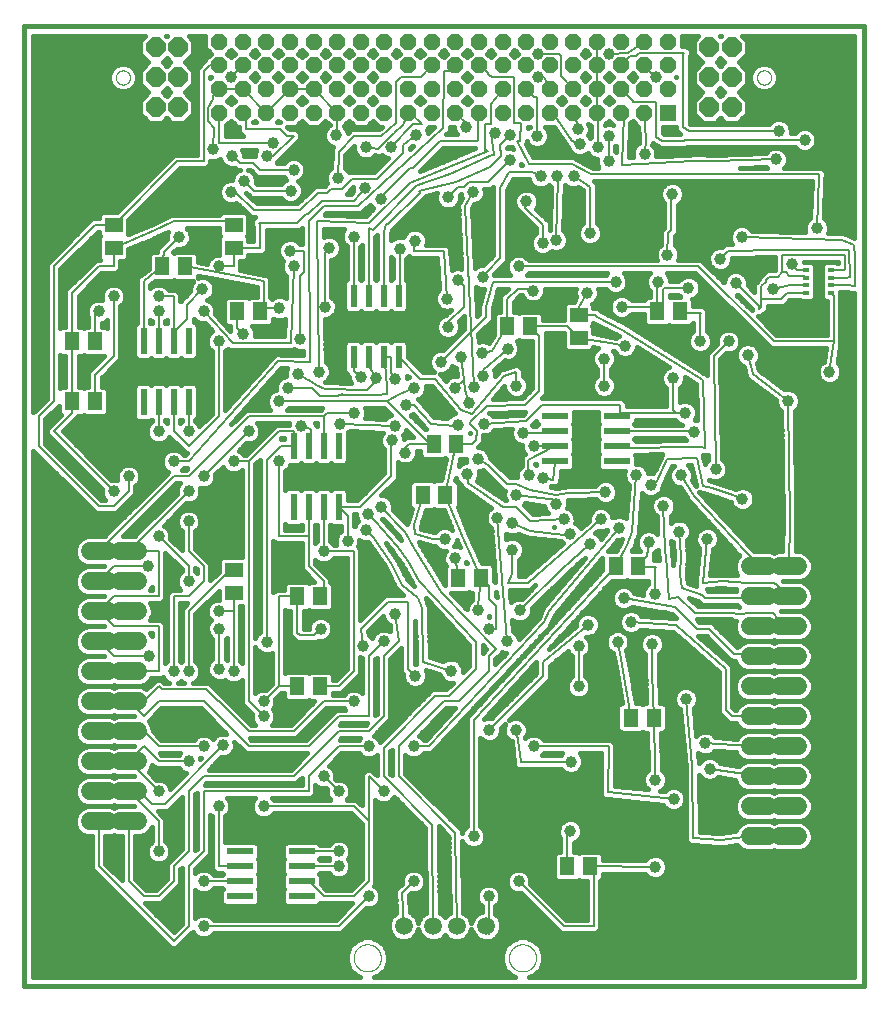
<source format=gtl>
G75*
%MOIN*%
%OFA0B0*%
%FSLAX25Y25*%
%IPPOS*%
%LPD*%
%AMOC8*
5,1,8,0,0,1.08239X$1,22.5*
%
%ADD10C,0.01600*%
%ADD11R,0.02400X0.07500*%
%ADD12C,0.06000*%
%ADD13C,0.00000*%
%ADD14OC8,0.06496*%
%ADD15R,0.05386X0.05386*%
%ADD16OC8,0.05386*%
%ADD17R,0.05118X0.05906*%
%ADD18R,0.05906X0.05118*%
%ADD19R,0.02362X0.08661*%
%ADD20R,0.08661X0.02362*%
%ADD21R,0.01969X0.01378*%
%ADD22C,0.05937*%
%ADD23C,0.00600*%
%ADD24C,0.03962*%
D10*
X0020000Y0035950D02*
X0300000Y0035950D01*
X0300000Y0355950D01*
X0020000Y0355950D01*
X0020000Y0035950D01*
X0023100Y0039050D02*
X0023100Y0214597D01*
X0042700Y0194997D01*
X0044047Y0193650D01*
X0050953Y0193650D01*
X0055953Y0198650D01*
X0057300Y0199997D01*
X0057300Y0202620D01*
X0058375Y0203695D01*
X0058981Y0205158D01*
X0058981Y0206742D01*
X0058375Y0208205D01*
X0057255Y0209325D01*
X0055792Y0209931D01*
X0054208Y0209931D01*
X0052745Y0209325D01*
X0051625Y0208205D01*
X0051019Y0206742D01*
X0051019Y0205158D01*
X0051179Y0204771D01*
X0050792Y0204931D01*
X0049272Y0204931D01*
X0033253Y0220950D01*
X0038300Y0225997D01*
X0039647Y0225997D01*
X0040000Y0226350D01*
X0040353Y0225997D01*
X0047128Y0225997D01*
X0048299Y0227169D01*
X0048299Y0234731D01*
X0047128Y0235903D01*
X0046040Y0235903D01*
X0046040Y0238737D01*
X0050953Y0243650D01*
X0052300Y0244997D01*
X0052300Y0262620D01*
X0053375Y0263695D01*
X0053981Y0265158D01*
X0053981Y0266742D01*
X0053375Y0268205D01*
X0052255Y0269325D01*
X0050792Y0269931D01*
X0049208Y0269931D01*
X0047745Y0269325D01*
X0046625Y0268205D01*
X0046019Y0266742D01*
X0046019Y0265158D01*
X0046179Y0264771D01*
X0045792Y0264931D01*
X0044208Y0264931D01*
X0042745Y0264325D01*
X0041625Y0263205D01*
X0041019Y0261742D01*
X0041019Y0260158D01*
X0041440Y0259141D01*
X0041440Y0255903D01*
X0040353Y0255903D01*
X0040000Y0255550D01*
X0039647Y0255903D01*
X0038560Y0255903D01*
X0038560Y0266257D01*
X0045953Y0273650D01*
X0050953Y0273650D01*
X0052300Y0274997D01*
X0052300Y0277651D01*
X0053781Y0277651D01*
X0054953Y0278822D01*
X0054953Y0281792D01*
X0064031Y0285596D01*
X0064093Y0285574D01*
X0064901Y0285961D01*
X0065727Y0286307D01*
X0065752Y0286368D01*
X0068203Y0287541D01*
X0067769Y0286492D01*
X0067769Y0284972D01*
X0065161Y0282364D01*
X0064511Y0281827D01*
X0064499Y0281702D01*
X0064410Y0281613D01*
X0064410Y0280903D01*
X0062872Y0280903D01*
X0061701Y0279731D01*
X0061701Y0275252D01*
X0059194Y0273250D01*
X0059047Y0273250D01*
X0058464Y0272667D01*
X0057820Y0272153D01*
X0057804Y0272007D01*
X0057700Y0271903D01*
X0057700Y0271078D01*
X0057608Y0270259D01*
X0057700Y0270144D01*
X0057700Y0257226D01*
X0056819Y0256345D01*
X0056819Y0246027D01*
X0057990Y0244856D01*
X0062010Y0244856D01*
X0062500Y0245346D01*
X0062990Y0244856D01*
X0067010Y0244856D01*
X0067500Y0245346D01*
X0067990Y0244856D01*
X0072010Y0244856D01*
X0072500Y0245346D01*
X0072990Y0244856D01*
X0077010Y0244856D01*
X0078181Y0246027D01*
X0078181Y0256345D01*
X0077010Y0257517D01*
X0076745Y0257517D01*
X0076750Y0257522D01*
X0076750Y0258570D01*
X0077745Y0257575D01*
X0079208Y0256969D01*
X0080527Y0256969D01*
X0082892Y0254386D01*
X0082745Y0254325D01*
X0081625Y0253205D01*
X0081019Y0251742D01*
X0081019Y0250158D01*
X0081625Y0248695D01*
X0082700Y0247620D01*
X0082700Y0226903D01*
X0078559Y0222761D01*
X0078375Y0223205D01*
X0077300Y0224280D01*
X0077300Y0224674D01*
X0078181Y0225555D01*
X0078181Y0235873D01*
X0077010Y0237044D01*
X0072990Y0237044D01*
X0072500Y0236554D01*
X0072010Y0237044D01*
X0067990Y0237044D01*
X0067500Y0236554D01*
X0067010Y0237044D01*
X0062990Y0237044D01*
X0062500Y0236554D01*
X0062010Y0237044D01*
X0057990Y0237044D01*
X0056819Y0235873D01*
X0056819Y0225555D01*
X0057990Y0224383D01*
X0062010Y0224383D01*
X0062500Y0224874D01*
X0062700Y0224674D01*
X0062700Y0224280D01*
X0061625Y0223205D01*
X0061019Y0221742D01*
X0061019Y0220158D01*
X0061625Y0218695D01*
X0062745Y0217575D01*
X0064208Y0216969D01*
X0065792Y0216969D01*
X0067255Y0217575D01*
X0068375Y0218695D01*
X0068559Y0219139D01*
X0072700Y0214997D01*
X0074047Y0213650D01*
X0074327Y0213650D01*
X0073970Y0213250D01*
X0073330Y0213250D01*
X0072255Y0214325D01*
X0070792Y0214931D01*
X0069208Y0214931D01*
X0067745Y0214325D01*
X0066625Y0213205D01*
X0066019Y0211742D01*
X0066019Y0210158D01*
X0066625Y0208695D01*
X0067745Y0207575D01*
X0068189Y0207391D01*
X0067700Y0206903D01*
X0046747Y0185950D01*
X0041005Y0185950D01*
X0039168Y0185189D01*
X0037761Y0183782D01*
X0037000Y0181945D01*
X0037000Y0179955D01*
X0037761Y0178118D01*
X0039168Y0176711D01*
X0041005Y0175950D01*
X0039168Y0175189D01*
X0037761Y0173782D01*
X0037000Y0171945D01*
X0037000Y0169955D01*
X0037761Y0168118D01*
X0039168Y0166711D01*
X0041005Y0165950D01*
X0039168Y0165189D01*
X0037761Y0163782D01*
X0037000Y0161945D01*
X0037000Y0159955D01*
X0037761Y0158118D01*
X0039168Y0156711D01*
X0041005Y0155950D01*
X0039168Y0155189D01*
X0037761Y0153782D01*
X0037000Y0151945D01*
X0037000Y0149955D01*
X0037761Y0148118D01*
X0039168Y0146711D01*
X0041005Y0145950D01*
X0039168Y0145189D01*
X0037761Y0143782D01*
X0037000Y0141945D01*
X0037000Y0139955D01*
X0037761Y0138118D01*
X0039168Y0136711D01*
X0041005Y0135950D01*
X0039168Y0135189D01*
X0037761Y0133782D01*
X0037000Y0131945D01*
X0037000Y0129955D01*
X0037761Y0128118D01*
X0039168Y0126711D01*
X0041005Y0125950D01*
X0039168Y0125189D01*
X0037761Y0123782D01*
X0037000Y0121945D01*
X0037000Y0119955D01*
X0037761Y0118118D01*
X0039168Y0116711D01*
X0041005Y0115950D01*
X0039168Y0115189D01*
X0037761Y0113782D01*
X0037000Y0111945D01*
X0037000Y0109955D01*
X0037761Y0108118D01*
X0039168Y0106711D01*
X0041005Y0105950D01*
X0039168Y0105189D01*
X0037761Y0103782D01*
X0037000Y0101945D01*
X0037000Y0099955D01*
X0037761Y0098118D01*
X0039168Y0096711D01*
X0041005Y0095950D01*
X0039168Y0095189D01*
X0037761Y0093782D01*
X0037000Y0091945D01*
X0037000Y0089955D01*
X0037761Y0088118D01*
X0039168Y0086711D01*
X0041005Y0085950D01*
X0042700Y0085950D01*
X0042700Y0074997D01*
X0067700Y0049997D01*
X0069047Y0048650D01*
X0070953Y0048650D01*
X0075953Y0053650D01*
X0076441Y0054139D01*
X0076625Y0053695D01*
X0077745Y0052575D01*
X0079208Y0051969D01*
X0080792Y0051969D01*
X0082255Y0052575D01*
X0083330Y0053650D01*
X0125953Y0053650D01*
X0134272Y0061969D01*
X0135792Y0061969D01*
X0137255Y0062575D01*
X0138375Y0063695D01*
X0138981Y0065158D01*
X0138981Y0066742D01*
X0138375Y0068205D01*
X0137255Y0069325D01*
X0136811Y0069509D01*
X0137300Y0069997D01*
X0137300Y0098020D01*
X0137745Y0097575D01*
X0139208Y0096969D01*
X0140792Y0096969D01*
X0142255Y0097575D01*
X0143375Y0098695D01*
X0143559Y0099139D01*
X0153776Y0088922D01*
X0154154Y0060543D01*
X0153699Y0060354D01*
X0152301Y0058957D01*
X0151592Y0057244D01*
X0150882Y0058957D01*
X0149484Y0060354D01*
X0148788Y0060643D01*
X0148559Y0066257D01*
X0149272Y0066969D01*
X0150792Y0066969D01*
X0152255Y0067575D01*
X0153375Y0068695D01*
X0153981Y0070158D01*
X0153981Y0071742D01*
X0153375Y0073205D01*
X0152255Y0074325D01*
X0150792Y0074931D01*
X0149208Y0074931D01*
X0147745Y0074325D01*
X0146625Y0073205D01*
X0146019Y0071742D01*
X0146019Y0070222D01*
X0145229Y0069432D01*
X0145174Y0069429D01*
X0144561Y0068763D01*
X0143920Y0068123D01*
X0143920Y0068068D01*
X0143883Y0068028D01*
X0143920Y0067123D01*
X0143920Y0066217D01*
X0143959Y0066179D01*
X0144191Y0060493D01*
X0143856Y0060354D01*
X0142458Y0058957D01*
X0141702Y0057130D01*
X0141702Y0055154D01*
X0142458Y0053328D01*
X0143856Y0051930D01*
X0145682Y0051174D01*
X0147658Y0051174D01*
X0149484Y0051930D01*
X0150882Y0053328D01*
X0151592Y0055040D01*
X0152301Y0053328D01*
X0153699Y0051930D01*
X0155525Y0051174D01*
X0157501Y0051174D01*
X0159327Y0051930D01*
X0160450Y0053053D01*
X0161573Y0051930D01*
X0163399Y0051174D01*
X0165375Y0051174D01*
X0167201Y0051930D01*
X0168599Y0053328D01*
X0169308Y0055040D01*
X0170018Y0053328D01*
X0171415Y0051930D01*
X0173242Y0051174D01*
X0173886Y0051174D01*
X0174047Y0051012D01*
X0174388Y0051012D01*
X0174685Y0050843D01*
X0175307Y0051012D01*
X0175953Y0051012D01*
X0176194Y0051253D01*
X0176523Y0051343D01*
X0176801Y0051829D01*
X0177044Y0051930D01*
X0178442Y0053328D01*
X0179198Y0055154D01*
X0179198Y0057130D01*
X0178442Y0058957D01*
X0177300Y0060099D01*
X0177300Y0062620D01*
X0178375Y0063695D01*
X0178981Y0065158D01*
X0178981Y0066742D01*
X0178375Y0068205D01*
X0177255Y0069325D01*
X0175792Y0069931D01*
X0174208Y0069931D01*
X0172745Y0069325D01*
X0171625Y0068205D01*
X0171019Y0066742D01*
X0171019Y0065158D01*
X0171625Y0063695D01*
X0172700Y0062620D01*
X0172700Y0060886D01*
X0171415Y0060354D01*
X0170018Y0058957D01*
X0169308Y0057244D01*
X0168599Y0058957D01*
X0167201Y0060354D01*
X0166622Y0060594D01*
X0166273Y0084544D01*
X0166625Y0083695D01*
X0167745Y0082575D01*
X0169208Y0081969D01*
X0170792Y0081969D01*
X0172255Y0082575D01*
X0173375Y0083695D01*
X0173981Y0085158D01*
X0173981Y0086742D01*
X0173375Y0088205D01*
X0172300Y0089280D01*
X0172300Y0118770D01*
X0172995Y0118075D01*
X0174458Y0117469D01*
X0176042Y0117469D01*
X0177505Y0118075D01*
X0178625Y0119195D01*
X0179231Y0120658D01*
X0179231Y0122178D01*
X0180574Y0123521D01*
X0180044Y0122242D01*
X0180044Y0120658D01*
X0180650Y0119195D01*
X0181770Y0118075D01*
X0182641Y0117714D01*
X0182661Y0117638D01*
X0183527Y0110496D01*
X0183538Y0109666D01*
X0183639Y0109568D01*
X0183656Y0109427D01*
X0184309Y0108916D01*
X0184903Y0108337D01*
X0185045Y0108339D01*
X0185156Y0108252D01*
X0185979Y0108352D01*
X0199189Y0108530D01*
X0200220Y0107500D01*
X0201683Y0106894D01*
X0203267Y0106894D01*
X0204730Y0107500D01*
X0205850Y0108620D01*
X0206456Y0110083D01*
X0206456Y0111667D01*
X0205850Y0113130D01*
X0205330Y0113650D01*
X0212654Y0113650D01*
X0212402Y0100865D01*
X0212315Y0100012D01*
X0212384Y0099927D01*
X0212382Y0099818D01*
X0212976Y0099199D01*
X0213518Y0098534D01*
X0213627Y0098523D01*
X0213702Y0098444D01*
X0214560Y0098427D01*
X0233175Y0096521D01*
X0233300Y0096220D01*
X0234420Y0095100D01*
X0235883Y0094494D01*
X0237467Y0094494D01*
X0238930Y0095100D01*
X0240050Y0096220D01*
X0240656Y0097683D01*
X0240656Y0099267D01*
X0240050Y0100730D01*
X0238930Y0101850D01*
X0237467Y0102456D01*
X0235883Y0102456D01*
X0234420Y0101850D01*
X0233665Y0101095D01*
X0232289Y0101236D01*
X0232805Y0101450D01*
X0233925Y0102570D01*
X0234531Y0104033D01*
X0234531Y0105617D01*
X0233925Y0107080D01*
X0232805Y0108200D01*
X0232788Y0108207D01*
X0232765Y0109069D01*
X0232745Y0110014D01*
X0232739Y0110021D01*
X0232451Y0120547D01*
X0233403Y0120547D01*
X0234574Y0121719D01*
X0234574Y0129281D01*
X0233403Y0130453D01*
X0232170Y0130453D01*
X0231865Y0140755D01*
X0231807Y0146727D01*
X0232850Y0147770D01*
X0233456Y0149233D01*
X0233456Y0150817D01*
X0232850Y0152280D01*
X0231730Y0153400D01*
X0230267Y0154006D01*
X0228683Y0154006D01*
X0227220Y0153400D01*
X0226100Y0152280D01*
X0225494Y0150817D01*
X0225494Y0149233D01*
X0226100Y0147770D01*
X0227207Y0146662D01*
X0227256Y0141614D01*
X0227238Y0141594D01*
X0227265Y0140665D01*
X0227274Y0139735D01*
X0227294Y0139716D01*
X0227568Y0130453D01*
X0226628Y0130453D01*
X0226275Y0130100D01*
X0225922Y0130453D01*
X0224040Y0130453D01*
X0222026Y0142508D01*
X0222056Y0142554D01*
X0221871Y0143441D01*
X0221721Y0144334D01*
X0221677Y0144366D01*
X0220918Y0147988D01*
X0221375Y0148445D01*
X0221981Y0149908D01*
X0221981Y0151492D01*
X0221375Y0152955D01*
X0220262Y0154068D01*
X0221708Y0153469D01*
X0223292Y0153469D01*
X0224755Y0154075D01*
X0225593Y0154913D01*
X0236627Y0154089D01*
X0251700Y0140668D01*
X0251700Y0127247D01*
X0253047Y0125900D01*
X0255297Y0123650D01*
X0257541Y0123650D01*
X0257761Y0123118D01*
X0259168Y0121711D01*
X0261005Y0120950D01*
X0259168Y0120189D01*
X0257761Y0118782D01*
X0257660Y0118538D01*
X0250703Y0119017D01*
X0250625Y0119205D01*
X0249505Y0120325D01*
X0248042Y0120931D01*
X0246458Y0120931D01*
X0244995Y0120325D01*
X0244258Y0119588D01*
X0243338Y0128783D01*
X0244100Y0129545D01*
X0244706Y0131008D01*
X0244706Y0132592D01*
X0244100Y0134055D01*
X0242980Y0135175D01*
X0241517Y0135781D01*
X0239933Y0135781D01*
X0238470Y0135175D01*
X0237350Y0134055D01*
X0236744Y0132592D01*
X0236744Y0131008D01*
X0237350Y0129545D01*
X0238470Y0128425D01*
X0238763Y0128304D01*
X0240676Y0109175D01*
X0240899Y0085523D01*
X0240837Y0084668D01*
X0240908Y0084585D01*
X0240909Y0084476D01*
X0241521Y0083875D01*
X0242082Y0083226D01*
X0242191Y0083218D01*
X0242269Y0083141D01*
X0243127Y0083149D01*
X0251552Y0082533D01*
X0251745Y0082380D01*
X0252475Y0082465D01*
X0253207Y0082412D01*
X0253393Y0082572D01*
X0257793Y0083086D01*
X0259168Y0081711D01*
X0261005Y0080950D01*
X0268995Y0080950D01*
X0270000Y0081366D01*
X0271005Y0080950D01*
X0278995Y0080950D01*
X0280832Y0081711D01*
X0282239Y0083118D01*
X0283000Y0084955D01*
X0283000Y0086945D01*
X0282239Y0088782D01*
X0280832Y0090189D01*
X0278995Y0090950D01*
X0271005Y0090950D01*
X0270000Y0090534D01*
X0268995Y0090950D01*
X0261005Y0090950D01*
X0259168Y0090189D01*
X0257761Y0088782D01*
X0257296Y0087659D01*
X0252375Y0087085D01*
X0245480Y0087589D01*
X0245303Y0106323D01*
X0245325Y0106270D01*
X0246445Y0105150D01*
X0247908Y0104544D01*
X0249492Y0104544D01*
X0250955Y0105150D01*
X0251551Y0105746D01*
X0257031Y0104880D01*
X0257761Y0103118D01*
X0259168Y0101711D01*
X0261005Y0100950D01*
X0268995Y0100950D01*
X0270000Y0101366D01*
X0271005Y0100950D01*
X0278995Y0100950D01*
X0280832Y0101711D01*
X0282239Y0103118D01*
X0283000Y0104955D01*
X0283000Y0106945D01*
X0282239Y0108782D01*
X0280832Y0110189D01*
X0278995Y0110950D01*
X0280832Y0111711D01*
X0282239Y0113118D01*
X0283000Y0114955D01*
X0283000Y0116945D01*
X0282239Y0118782D01*
X0280832Y0120189D01*
X0278995Y0120950D01*
X0271005Y0120950D01*
X0270000Y0120534D01*
X0268995Y0120950D01*
X0261005Y0120950D01*
X0268995Y0120950D01*
X0270000Y0121366D01*
X0271005Y0120950D01*
X0278995Y0120950D01*
X0280832Y0121711D01*
X0282239Y0123118D01*
X0283000Y0124955D01*
X0283000Y0126945D01*
X0282239Y0128782D01*
X0280832Y0130189D01*
X0278995Y0130950D01*
X0280832Y0131711D01*
X0282239Y0133118D01*
X0283000Y0134955D01*
X0283000Y0136945D01*
X0282239Y0138782D01*
X0280832Y0140189D01*
X0278995Y0140950D01*
X0271005Y0140950D01*
X0270000Y0140534D01*
X0268995Y0140950D01*
X0261005Y0140950D01*
X0259168Y0140189D01*
X0257761Y0138782D01*
X0257000Y0136945D01*
X0257000Y0134955D01*
X0257761Y0133118D01*
X0259168Y0131711D01*
X0261005Y0130950D01*
X0268995Y0130950D01*
X0270000Y0131366D01*
X0271005Y0130950D01*
X0278995Y0130950D01*
X0271005Y0130950D01*
X0270000Y0130534D01*
X0268995Y0130950D01*
X0261005Y0130950D01*
X0259168Y0130189D01*
X0257761Y0128782D01*
X0257541Y0128250D01*
X0257203Y0128250D01*
X0256300Y0129153D01*
X0256300Y0140824D01*
X0256351Y0140882D01*
X0256300Y0141767D01*
X0256300Y0142653D01*
X0256245Y0142707D01*
X0256241Y0142784D01*
X0255579Y0143373D01*
X0254953Y0144000D01*
X0254876Y0144000D01*
X0244880Y0152900D01*
X0247422Y0152900D01*
X0254625Y0145697D01*
X0255972Y0144350D01*
X0257251Y0144350D01*
X0257761Y0143118D01*
X0259168Y0141711D01*
X0261005Y0140950D01*
X0268995Y0140950D01*
X0270000Y0141366D01*
X0271005Y0140950D01*
X0278995Y0140950D01*
X0280832Y0141711D01*
X0282239Y0143118D01*
X0283000Y0144955D01*
X0283000Y0146945D01*
X0282239Y0148782D01*
X0280832Y0150189D01*
X0278995Y0150950D01*
X0271005Y0150950D01*
X0270000Y0150534D01*
X0268995Y0150950D01*
X0270000Y0151366D01*
X0271005Y0150950D01*
X0278995Y0150950D01*
X0280832Y0151711D01*
X0282239Y0153118D01*
X0283000Y0154955D01*
X0283000Y0156945D01*
X0282239Y0158782D01*
X0280832Y0160189D01*
X0278995Y0160950D01*
X0280832Y0161711D01*
X0282239Y0163118D01*
X0283000Y0164955D01*
X0283000Y0166945D01*
X0282239Y0168782D01*
X0280832Y0170189D01*
X0278995Y0170950D01*
X0280832Y0171711D01*
X0282239Y0173118D01*
X0283000Y0174955D01*
X0283000Y0176945D01*
X0282239Y0178782D01*
X0280832Y0180189D01*
X0278995Y0180950D01*
X0277416Y0180950D01*
X0277629Y0190167D01*
X0277662Y0190201D01*
X0277650Y0191113D01*
X0277671Y0192024D01*
X0277639Y0192059D01*
X0277191Y0227886D01*
X0278225Y0228920D01*
X0278831Y0230383D01*
X0278831Y0231967D01*
X0278225Y0233430D01*
X0277105Y0234550D01*
X0275642Y0235156D01*
X0274058Y0235156D01*
X0273618Y0234974D01*
X0265163Y0241315D01*
X0264499Y0243769D01*
X0264800Y0244070D01*
X0265406Y0245533D01*
X0265406Y0247117D01*
X0264800Y0248580D01*
X0263680Y0249700D01*
X0262217Y0250306D01*
X0260633Y0250306D01*
X0259170Y0249700D01*
X0258524Y0249054D01*
X0258981Y0250158D01*
X0258981Y0251742D01*
X0258375Y0253205D01*
X0257255Y0254325D01*
X0255792Y0254931D01*
X0254208Y0254931D01*
X0252745Y0254325D01*
X0251625Y0253205D01*
X0251019Y0251742D01*
X0251019Y0250222D01*
X0249030Y0248233D01*
X0249006Y0248233D01*
X0248359Y0247562D01*
X0247700Y0246903D01*
X0247700Y0246879D01*
X0247683Y0246861D01*
X0247700Y0245929D01*
X0247700Y0244997D01*
X0247717Y0244980D01*
X0247810Y0239799D01*
X0247755Y0239833D01*
X0247210Y0240336D01*
X0246972Y0240327D01*
X0221497Y0256382D01*
X0221456Y0256506D01*
X0220705Y0256881D01*
X0219995Y0257329D01*
X0219868Y0257300D01*
X0212387Y0261040D01*
X0211438Y0261990D01*
X0209953Y0261990D01*
X0209953Y0263078D01*
X0209441Y0263589D01*
X0210130Y0263875D01*
X0211250Y0264995D01*
X0211856Y0266458D01*
X0211856Y0268042D01*
X0211646Y0268550D01*
X0213995Y0268550D01*
X0215070Y0267475D01*
X0216533Y0266869D01*
X0218117Y0266869D01*
X0219580Y0267475D01*
X0220700Y0268595D01*
X0221306Y0270058D01*
X0221306Y0271642D01*
X0220700Y0273105D01*
X0220155Y0273650D01*
X0228670Y0273650D01*
X0228125Y0273105D01*
X0227519Y0271642D01*
X0227519Y0270058D01*
X0228125Y0268595D01*
X0228960Y0267760D01*
X0228960Y0265903D01*
X0227872Y0265903D01*
X0226795Y0264825D01*
X0222680Y0264825D01*
X0221605Y0265900D01*
X0220142Y0266506D01*
X0218558Y0266506D01*
X0217095Y0265900D01*
X0215975Y0264780D01*
X0215369Y0263317D01*
X0215369Y0261733D01*
X0215975Y0260270D01*
X0217095Y0259150D01*
X0218558Y0258544D01*
X0220142Y0258544D01*
X0221605Y0259150D01*
X0222680Y0260225D01*
X0226701Y0260225D01*
X0226701Y0257169D01*
X0227872Y0255997D01*
X0234647Y0255997D01*
X0235000Y0256350D01*
X0235353Y0255997D01*
X0242128Y0255997D01*
X0243150Y0257020D01*
X0243150Y0254380D01*
X0242075Y0253305D01*
X0241469Y0251842D01*
X0241469Y0250258D01*
X0242075Y0248795D01*
X0243195Y0247675D01*
X0244658Y0247069D01*
X0246242Y0247069D01*
X0247705Y0247675D01*
X0248825Y0248795D01*
X0249431Y0250258D01*
X0249431Y0251842D01*
X0248825Y0253305D01*
X0247750Y0254380D01*
X0247750Y0259322D01*
X0247975Y0259547D01*
X0247975Y0261453D01*
X0246628Y0262800D01*
X0243299Y0262800D01*
X0243299Y0264731D01*
X0242961Y0265069D01*
X0243880Y0265450D01*
X0245000Y0266570D01*
X0245606Y0268033D01*
X0245606Y0269617D01*
X0245000Y0271080D01*
X0243880Y0272200D01*
X0242417Y0272806D01*
X0240833Y0272806D01*
X0239370Y0272200D01*
X0238295Y0271125D01*
X0235481Y0271125D01*
X0235481Y0271642D01*
X0234875Y0273105D01*
X0234330Y0273650D01*
X0243828Y0273650D01*
X0268378Y0249320D01*
X0269047Y0248650D01*
X0269053Y0248650D01*
X0269058Y0248646D01*
X0270005Y0248650D01*
X0287377Y0248650D01*
X0286797Y0244241D01*
X0286395Y0244075D01*
X0285275Y0242955D01*
X0284669Y0241492D01*
X0284669Y0239908D01*
X0285275Y0238445D01*
X0286395Y0237325D01*
X0287858Y0236719D01*
X0289442Y0236719D01*
X0290905Y0237325D01*
X0292025Y0238445D01*
X0292631Y0239908D01*
X0292631Y0241492D01*
X0292025Y0242955D01*
X0291355Y0243625D01*
X0292178Y0249876D01*
X0292300Y0249997D01*
X0292300Y0250799D01*
X0292405Y0251594D01*
X0292300Y0251731D01*
X0292300Y0267100D01*
X0292029Y0267370D01*
X0294374Y0267370D01*
X0296189Y0267258D01*
X0296247Y0267200D01*
X0296900Y0267200D01*
X0296900Y0039050D01*
X0188653Y0039050D01*
X0190184Y0039684D01*
X0192104Y0041605D01*
X0193144Y0044114D01*
X0193144Y0046830D01*
X0192104Y0049340D01*
X0190184Y0051260D01*
X0187674Y0052300D01*
X0184958Y0052300D01*
X0182449Y0051260D01*
X0180528Y0049340D01*
X0179489Y0046830D01*
X0179489Y0044114D01*
X0180528Y0041605D01*
X0182449Y0039684D01*
X0183979Y0039050D01*
X0136921Y0039050D01*
X0138451Y0039684D01*
X0140372Y0041605D01*
X0141411Y0044114D01*
X0141411Y0046830D01*
X0140372Y0049340D01*
X0138451Y0051260D01*
X0135942Y0052300D01*
X0133226Y0052300D01*
X0130716Y0051260D01*
X0128796Y0049340D01*
X0127756Y0046830D01*
X0127756Y0044114D01*
X0128796Y0041605D01*
X0130716Y0039684D01*
X0132247Y0039050D01*
X0023100Y0039050D01*
X0023100Y0039147D02*
X0132013Y0039147D01*
X0129655Y0040746D02*
X0023100Y0040746D01*
X0023100Y0042344D02*
X0128489Y0042344D01*
X0127827Y0043943D02*
X0023100Y0043943D01*
X0023100Y0045541D02*
X0127756Y0045541D01*
X0127884Y0047140D02*
X0023100Y0047140D01*
X0023100Y0048738D02*
X0068959Y0048738D01*
X0071041Y0048738D02*
X0128547Y0048738D01*
X0129793Y0050337D02*
X0072639Y0050337D01*
X0074238Y0051935D02*
X0132346Y0051935D01*
X0136822Y0051935D02*
X0143851Y0051935D01*
X0142373Y0053534D02*
X0083214Y0053534D01*
X0083330Y0058250D02*
X0082255Y0059325D01*
X0080792Y0059931D01*
X0079208Y0059931D01*
X0077745Y0059325D01*
X0077300Y0058880D01*
X0077300Y0068020D01*
X0077745Y0067575D01*
X0079208Y0066969D01*
X0080792Y0066969D01*
X0082255Y0067575D01*
X0083330Y0068650D01*
X0086224Y0068650D01*
X0086424Y0068450D01*
X0085933Y0067960D01*
X0085933Y0063940D01*
X0087105Y0062769D01*
X0097423Y0062769D01*
X0098594Y0063940D01*
X0098594Y0067960D01*
X0098104Y0068450D01*
X0098594Y0068940D01*
X0098594Y0072960D01*
X0098104Y0073450D01*
X0098594Y0073940D01*
X0098594Y0077960D01*
X0098104Y0078450D01*
X0098594Y0078940D01*
X0098594Y0082960D01*
X0097423Y0084131D01*
X0087300Y0084131D01*
X0087300Y0092620D01*
X0088375Y0093695D01*
X0088981Y0095158D01*
X0088981Y0096742D01*
X0088375Y0098205D01*
X0087930Y0098650D01*
X0097070Y0098650D01*
X0096625Y0098205D01*
X0096019Y0096742D01*
X0096019Y0095158D01*
X0096625Y0093695D01*
X0097745Y0092575D01*
X0099208Y0091969D01*
X0100792Y0091969D01*
X0102255Y0092575D01*
X0103330Y0093650D01*
X0129047Y0093650D01*
X0132700Y0089997D01*
X0132700Y0089997D01*
X0132700Y0071903D01*
X0129047Y0068250D01*
X0120953Y0068250D01*
X0119067Y0070136D01*
X0119067Y0072960D01*
X0118576Y0073450D01*
X0118776Y0073650D01*
X0121670Y0073650D01*
X0122745Y0072575D01*
X0124208Y0071969D01*
X0125792Y0071969D01*
X0127255Y0072575D01*
X0128375Y0073695D01*
X0128981Y0075158D01*
X0128981Y0076742D01*
X0128375Y0078205D01*
X0128130Y0078450D01*
X0128375Y0078695D01*
X0128981Y0080158D01*
X0128981Y0081742D01*
X0128375Y0083205D01*
X0127255Y0084325D01*
X0125792Y0084931D01*
X0124208Y0084931D01*
X0122745Y0084325D01*
X0121670Y0083250D01*
X0118776Y0083250D01*
X0117895Y0084131D01*
X0107577Y0084131D01*
X0106406Y0082960D01*
X0106406Y0078940D01*
X0106896Y0078450D01*
X0106406Y0077960D01*
X0106406Y0073940D01*
X0106896Y0073450D01*
X0106406Y0072960D01*
X0106406Y0068940D01*
X0106896Y0068450D01*
X0106406Y0067960D01*
X0106406Y0063940D01*
X0107577Y0062769D01*
X0117895Y0062769D01*
X0118912Y0063785D01*
X0119047Y0063650D01*
X0129447Y0063650D01*
X0124047Y0058250D01*
X0083330Y0058250D01*
X0083251Y0058329D02*
X0124126Y0058329D01*
X0125725Y0059928D02*
X0080800Y0059928D01*
X0079200Y0059928D02*
X0077300Y0059928D01*
X0077300Y0061526D02*
X0127324Y0061526D01*
X0128922Y0063125D02*
X0118251Y0063125D01*
X0119684Y0069519D02*
X0130316Y0069519D01*
X0131915Y0071117D02*
X0119067Y0071117D01*
X0119067Y0072716D02*
X0122604Y0072716D01*
X0127396Y0072716D02*
X0132700Y0072716D01*
X0132700Y0074314D02*
X0128632Y0074314D01*
X0128981Y0075913D02*
X0132700Y0075913D01*
X0132700Y0077511D02*
X0128662Y0077511D01*
X0128547Y0079110D02*
X0132700Y0079110D01*
X0132700Y0080708D02*
X0128981Y0080708D01*
X0128747Y0082307D02*
X0132700Y0082307D01*
X0132700Y0083905D02*
X0127675Y0083905D01*
X0122325Y0083905D02*
X0118121Y0083905D01*
X0118776Y0078650D02*
X0121670Y0078650D01*
X0121870Y0078450D01*
X0121670Y0078250D01*
X0118776Y0078250D01*
X0118576Y0078450D01*
X0118776Y0078650D01*
X0130799Y0091898D02*
X0087300Y0091898D01*
X0087300Y0090299D02*
X0132398Y0090299D01*
X0132700Y0088701D02*
X0087300Y0088701D01*
X0087300Y0087102D02*
X0132700Y0087102D01*
X0132700Y0085504D02*
X0087300Y0085504D01*
X0082700Y0085504D02*
X0082300Y0085504D01*
X0082300Y0087102D02*
X0082700Y0087102D01*
X0082700Y0088701D02*
X0082300Y0088701D01*
X0082300Y0090299D02*
X0082700Y0090299D01*
X0082700Y0091898D02*
X0082300Y0091898D01*
X0082700Y0092620D02*
X0082700Y0074997D01*
X0084047Y0073650D01*
X0086224Y0073650D01*
X0086424Y0073450D01*
X0086224Y0073250D01*
X0083330Y0073250D01*
X0082255Y0074325D01*
X0080792Y0074931D01*
X0079208Y0074931D01*
X0077745Y0074325D01*
X0077300Y0073880D01*
X0077300Y0074997D01*
X0080953Y0078650D01*
X0082300Y0079997D01*
X0082300Y0093020D01*
X0082700Y0092620D01*
X0077700Y0091898D02*
X0077300Y0091898D01*
X0077300Y0093496D02*
X0077700Y0093496D01*
X0077700Y0095095D02*
X0077300Y0095095D01*
X0077300Y0096693D02*
X0077700Y0096693D01*
X0077700Y0098292D02*
X0077300Y0098292D01*
X0077300Y0099890D02*
X0077700Y0099890D01*
X0077700Y0099997D02*
X0077700Y0100397D01*
X0077300Y0099997D01*
X0077300Y0081503D01*
X0077700Y0081903D01*
X0077700Y0099997D01*
X0080553Y0103250D02*
X0080953Y0103650D01*
X0110953Y0103650D01*
X0112300Y0104997D01*
X0112300Y0104997D01*
X0112700Y0105397D01*
X0112700Y0104997D01*
X0112700Y0103250D01*
X0080553Y0103250D01*
X0081750Y0108250D02*
X0085701Y0112294D01*
X0087167Y0112294D01*
X0088630Y0112900D01*
X0089750Y0114020D01*
X0090356Y0115483D01*
X0090356Y0117067D01*
X0090162Y0117535D01*
X0092700Y0114997D01*
X0094047Y0113650D01*
X0114447Y0113650D01*
X0109047Y0108250D01*
X0081750Y0108250D01*
X0082953Y0109482D02*
X0110279Y0109482D01*
X0111877Y0111080D02*
X0084515Y0111080D01*
X0088095Y0112679D02*
X0113476Y0112679D01*
X0114047Y0118250D02*
X0095953Y0118250D01*
X0095553Y0118650D01*
X0109047Y0118650D01*
X0110953Y0118650D01*
X0120953Y0128650D01*
X0126670Y0128650D01*
X0127070Y0128250D01*
X0124047Y0128250D01*
X0122700Y0126903D01*
X0114047Y0118250D01*
X0114870Y0119073D02*
X0111375Y0119073D01*
X0112974Y0120671D02*
X0116468Y0120671D01*
X0118067Y0122270D02*
X0114572Y0122270D01*
X0116171Y0123868D02*
X0119665Y0123868D01*
X0121264Y0125467D02*
X0117769Y0125467D01*
X0119368Y0127065D02*
X0122862Y0127065D01*
X0125953Y0123650D02*
X0134447Y0123650D01*
X0134047Y0123250D01*
X0125553Y0123250D01*
X0125953Y0123650D01*
X0125953Y0118650D02*
X0132070Y0118650D01*
X0131670Y0118250D01*
X0125553Y0118250D01*
X0125953Y0118650D01*
X0125953Y0113650D02*
X0131670Y0113650D01*
X0132745Y0112575D01*
X0134208Y0111969D01*
X0135792Y0111969D01*
X0137255Y0112575D01*
X0137700Y0113020D01*
X0137700Y0106503D01*
X0137300Y0106903D01*
X0137300Y0106903D01*
X0135953Y0108250D01*
X0134047Y0108250D01*
X0132700Y0106903D01*
X0132700Y0096503D01*
X0132300Y0096903D01*
X0130953Y0098250D01*
X0127930Y0098250D01*
X0128375Y0098695D01*
X0128981Y0100158D01*
X0128981Y0101742D01*
X0128375Y0103205D01*
X0127255Y0104325D01*
X0125792Y0104931D01*
X0124272Y0104931D01*
X0123981Y0105222D01*
X0123981Y0106742D01*
X0123375Y0108205D01*
X0122255Y0109325D01*
X0121811Y0109509D01*
X0125953Y0113650D01*
X0124981Y0112679D02*
X0132641Y0112679D01*
X0137359Y0112679D02*
X0137700Y0112679D01*
X0137700Y0111080D02*
X0123383Y0111080D01*
X0121877Y0109482D02*
X0137700Y0109482D01*
X0137700Y0107883D02*
X0136320Y0107883D01*
X0133680Y0107883D02*
X0123508Y0107883D01*
X0123981Y0106284D02*
X0132700Y0106284D01*
X0132700Y0104686D02*
X0126384Y0104686D01*
X0128424Y0103087D02*
X0132700Y0103087D01*
X0132700Y0101489D02*
X0128981Y0101489D01*
X0128870Y0099890D02*
X0132700Y0099890D01*
X0132700Y0098292D02*
X0127972Y0098292D01*
X0129201Y0093496D02*
X0103177Y0093496D01*
X0103330Y0098250D02*
X0102930Y0098650D01*
X0115953Y0098650D01*
X0117300Y0099997D01*
X0117300Y0103020D01*
X0117745Y0102575D01*
X0119208Y0101969D01*
X0120728Y0101969D01*
X0121019Y0101678D01*
X0121019Y0100158D01*
X0121625Y0098695D01*
X0122070Y0098250D01*
X0103330Y0098250D01*
X0103288Y0098292D02*
X0122028Y0098292D01*
X0121130Y0099890D02*
X0117193Y0099890D01*
X0117300Y0101489D02*
X0121019Y0101489D01*
X0112700Y0104686D02*
X0111989Y0104686D01*
X0096712Y0098292D02*
X0088288Y0098292D01*
X0088981Y0096693D02*
X0096019Y0096693D01*
X0096045Y0095095D02*
X0088955Y0095095D01*
X0088177Y0093496D02*
X0096823Y0093496D01*
X0097649Y0083905D02*
X0107351Y0083905D01*
X0106406Y0082307D02*
X0098594Y0082307D01*
X0098594Y0080708D02*
X0106406Y0080708D01*
X0106406Y0079110D02*
X0098594Y0079110D01*
X0098594Y0077511D02*
X0106406Y0077511D01*
X0106406Y0075913D02*
X0098594Y0075913D01*
X0098594Y0074314D02*
X0106406Y0074314D01*
X0106406Y0072716D02*
X0098594Y0072716D01*
X0098594Y0071117D02*
X0106406Y0071117D01*
X0106406Y0069519D02*
X0098594Y0069519D01*
X0098594Y0067920D02*
X0106406Y0067920D01*
X0106406Y0066322D02*
X0098594Y0066322D01*
X0098594Y0064723D02*
X0106406Y0064723D01*
X0107221Y0063125D02*
X0097779Y0063125D01*
X0086749Y0063125D02*
X0077300Y0063125D01*
X0077300Y0064723D02*
X0085933Y0064723D01*
X0085933Y0066322D02*
X0077300Y0066322D01*
X0077300Y0067920D02*
X0077400Y0067920D01*
X0082600Y0067920D02*
X0085933Y0067920D01*
X0083383Y0074314D02*
X0082266Y0074314D01*
X0082700Y0075913D02*
X0078215Y0075913D01*
X0077734Y0074314D02*
X0077300Y0074314D01*
X0079814Y0077511D02*
X0082700Y0077511D01*
X0082700Y0079110D02*
X0081412Y0079110D01*
X0082300Y0080708D02*
X0082700Y0080708D01*
X0082700Y0082307D02*
X0082300Y0082307D01*
X0082300Y0083905D02*
X0082700Y0083905D01*
X0077700Y0083905D02*
X0077300Y0083905D01*
X0077300Y0082307D02*
X0077700Y0082307D01*
X0077700Y0085504D02*
X0077300Y0085504D01*
X0077300Y0087102D02*
X0077700Y0087102D01*
X0077700Y0088701D02*
X0077300Y0088701D01*
X0077300Y0090299D02*
X0077700Y0090299D01*
X0072700Y0090299D02*
X0067300Y0090299D01*
X0067300Y0088701D02*
X0072700Y0088701D01*
X0072700Y0087102D02*
X0067300Y0087102D01*
X0067300Y0085504D02*
X0072700Y0085504D01*
X0072700Y0083905D02*
X0067675Y0083905D01*
X0067300Y0084280D02*
X0067300Y0091903D01*
X0065953Y0093250D01*
X0064803Y0094400D01*
X0066313Y0094400D01*
X0066324Y0094389D01*
X0067264Y0094400D01*
X0068203Y0094400D01*
X0068214Y0094411D01*
X0068229Y0094411D01*
X0068886Y0095083D01*
X0069550Y0095747D01*
X0069550Y0095763D01*
X0072700Y0098987D01*
X0072700Y0081903D01*
X0067700Y0076903D01*
X0067700Y0071903D01*
X0064047Y0068250D01*
X0060953Y0068250D01*
X0057300Y0071903D01*
X0057300Y0085950D01*
X0058995Y0085950D01*
X0060832Y0086711D01*
X0062239Y0088118D01*
X0062700Y0089231D01*
X0062700Y0084280D01*
X0061625Y0083205D01*
X0061019Y0081742D01*
X0061019Y0080158D01*
X0061625Y0078695D01*
X0062745Y0077575D01*
X0064208Y0076969D01*
X0065792Y0076969D01*
X0067255Y0077575D01*
X0068375Y0078695D01*
X0068981Y0080158D01*
X0068981Y0081742D01*
X0068375Y0083205D01*
X0067300Y0084280D01*
X0068747Y0082307D02*
X0072700Y0082307D01*
X0071506Y0080708D02*
X0068981Y0080708D01*
X0068547Y0079110D02*
X0069907Y0079110D01*
X0068309Y0077511D02*
X0067101Y0077511D01*
X0067700Y0075913D02*
X0057300Y0075913D01*
X0057300Y0077511D02*
X0062899Y0077511D01*
X0061453Y0079110D02*
X0057300Y0079110D01*
X0057300Y0080708D02*
X0061019Y0080708D01*
X0061253Y0082307D02*
X0057300Y0082307D01*
X0057300Y0083905D02*
X0062325Y0083905D01*
X0062700Y0085504D02*
X0057300Y0085504D01*
X0052700Y0085504D02*
X0047300Y0085504D01*
X0047300Y0085950D02*
X0048995Y0085950D01*
X0050000Y0086366D01*
X0051005Y0085950D01*
X0052700Y0085950D01*
X0052700Y0071503D01*
X0047300Y0076903D01*
X0047300Y0085950D01*
X0047300Y0083905D02*
X0052700Y0083905D01*
X0052700Y0082307D02*
X0047300Y0082307D01*
X0047300Y0080708D02*
X0052700Y0080708D01*
X0052700Y0079110D02*
X0047300Y0079110D01*
X0047300Y0077511D02*
X0052700Y0077511D01*
X0052700Y0075913D02*
X0048290Y0075913D01*
X0049888Y0074314D02*
X0052700Y0074314D01*
X0052700Y0072716D02*
X0051487Y0072716D01*
X0048179Y0069519D02*
X0023100Y0069519D01*
X0023100Y0071117D02*
X0046580Y0071117D01*
X0044982Y0072716D02*
X0023100Y0072716D01*
X0023100Y0074314D02*
X0043383Y0074314D01*
X0042700Y0075913D02*
X0023100Y0075913D01*
X0023100Y0077511D02*
X0042700Y0077511D01*
X0042700Y0079110D02*
X0023100Y0079110D01*
X0023100Y0080708D02*
X0042700Y0080708D01*
X0042700Y0082307D02*
X0023100Y0082307D01*
X0023100Y0083905D02*
X0042700Y0083905D01*
X0042700Y0085504D02*
X0023100Y0085504D01*
X0023100Y0087102D02*
X0038777Y0087102D01*
X0037520Y0088701D02*
X0023100Y0088701D01*
X0023100Y0090299D02*
X0037000Y0090299D01*
X0037000Y0091898D02*
X0023100Y0091898D01*
X0023100Y0093496D02*
X0037643Y0093496D01*
X0039074Y0095095D02*
X0023100Y0095095D01*
X0023100Y0096693D02*
X0039211Y0096693D01*
X0041005Y0095950D02*
X0048995Y0095950D01*
X0050000Y0095534D01*
X0051005Y0095950D01*
X0056747Y0095950D01*
X0056747Y0095950D01*
X0051005Y0095950D01*
X0050000Y0096366D01*
X0048995Y0095950D01*
X0041005Y0095950D01*
X0037689Y0098292D02*
X0023100Y0098292D01*
X0023100Y0099890D02*
X0037027Y0099890D01*
X0037000Y0101489D02*
X0023100Y0101489D01*
X0023100Y0103087D02*
X0037473Y0103087D01*
X0038665Y0104686D02*
X0023100Y0104686D01*
X0023100Y0106284D02*
X0040198Y0106284D01*
X0041005Y0105950D02*
X0048995Y0105950D01*
X0050000Y0105534D01*
X0051005Y0105950D01*
X0056747Y0105950D01*
X0056747Y0105950D01*
X0051005Y0105950D01*
X0050000Y0106366D01*
X0048995Y0105950D01*
X0041005Y0105950D01*
X0037996Y0107883D02*
X0023100Y0107883D01*
X0023100Y0109482D02*
X0037196Y0109482D01*
X0037000Y0111080D02*
X0023100Y0111080D01*
X0023100Y0112679D02*
X0037304Y0112679D01*
X0038256Y0114277D02*
X0023100Y0114277D01*
X0023100Y0115876D02*
X0040826Y0115876D01*
X0041005Y0115950D02*
X0048995Y0115950D01*
X0050000Y0115534D01*
X0051005Y0115950D01*
X0056747Y0115950D01*
X0056747Y0115950D01*
X0051005Y0115950D01*
X0050000Y0116366D01*
X0048995Y0115950D01*
X0041005Y0115950D01*
X0038405Y0117474D02*
X0023100Y0117474D01*
X0023100Y0119073D02*
X0037366Y0119073D01*
X0037000Y0120671D02*
X0023100Y0120671D01*
X0023100Y0122270D02*
X0037135Y0122270D01*
X0037847Y0123868D02*
X0023100Y0123868D01*
X0023100Y0125467D02*
X0039839Y0125467D01*
X0041005Y0125950D02*
X0048995Y0125950D01*
X0050000Y0125534D01*
X0051005Y0125950D01*
X0056747Y0125950D01*
X0056747Y0125950D01*
X0051005Y0125950D01*
X0050000Y0126366D01*
X0048995Y0125950D01*
X0041005Y0125950D01*
X0038814Y0127065D02*
X0023100Y0127065D01*
X0023100Y0128664D02*
X0037535Y0128664D01*
X0037000Y0130262D02*
X0023100Y0130262D01*
X0023100Y0131861D02*
X0037000Y0131861D01*
X0037627Y0133459D02*
X0023100Y0133459D01*
X0023100Y0135058D02*
X0039037Y0135058D01*
X0039300Y0136656D02*
X0023100Y0136656D01*
X0023100Y0138255D02*
X0037704Y0138255D01*
X0037042Y0139853D02*
X0023100Y0139853D01*
X0023100Y0141452D02*
X0037000Y0141452D01*
X0037458Y0143050D02*
X0023100Y0143050D01*
X0023100Y0144649D02*
X0038628Y0144649D01*
X0040288Y0146247D02*
X0023100Y0146247D01*
X0023100Y0147846D02*
X0038033Y0147846D01*
X0037212Y0149444D02*
X0023100Y0149444D01*
X0023100Y0151043D02*
X0037000Y0151043D01*
X0037289Y0152641D02*
X0023100Y0152641D01*
X0023100Y0154240D02*
X0038219Y0154240D01*
X0040736Y0155838D02*
X0023100Y0155838D01*
X0023100Y0157437D02*
X0038442Y0157437D01*
X0037381Y0159035D02*
X0023100Y0159035D01*
X0023100Y0160634D02*
X0037000Y0160634D01*
X0037119Y0162232D02*
X0023100Y0162232D01*
X0023100Y0163831D02*
X0037810Y0163831D01*
X0039749Y0165429D02*
X0023100Y0165429D01*
X0023100Y0167028D02*
X0038851Y0167028D01*
X0037550Y0168626D02*
X0023100Y0168626D01*
X0023100Y0170225D02*
X0037000Y0170225D01*
X0037000Y0171823D02*
X0023100Y0171823D01*
X0023100Y0173422D02*
X0037612Y0173422D01*
X0038999Y0175020D02*
X0023100Y0175020D01*
X0023100Y0176619D02*
X0039390Y0176619D01*
X0041005Y0175950D02*
X0046747Y0175950D01*
X0046747Y0175950D01*
X0041005Y0175950D01*
X0037720Y0178218D02*
X0023100Y0178218D01*
X0023100Y0179816D02*
X0037058Y0179816D01*
X0037000Y0181415D02*
X0023100Y0181415D01*
X0023100Y0183013D02*
X0037443Y0183013D01*
X0038590Y0184612D02*
X0023100Y0184612D01*
X0023100Y0186210D02*
X0047007Y0186210D01*
X0048606Y0187809D02*
X0023100Y0187809D01*
X0023100Y0189407D02*
X0050204Y0189407D01*
X0051803Y0191006D02*
X0023100Y0191006D01*
X0023100Y0192604D02*
X0053401Y0192604D01*
X0055000Y0194203D02*
X0051505Y0194203D01*
X0053104Y0195801D02*
X0056598Y0195801D01*
X0058197Y0197400D02*
X0054702Y0197400D01*
X0056301Y0198998D02*
X0059795Y0198998D01*
X0061394Y0200597D02*
X0057300Y0200597D01*
X0057300Y0202195D02*
X0062992Y0202195D01*
X0064591Y0203794D02*
X0058416Y0203794D01*
X0058981Y0205392D02*
X0066190Y0205392D01*
X0067788Y0206991D02*
X0058878Y0206991D01*
X0057991Y0208589D02*
X0066731Y0208589D01*
X0066019Y0210188D02*
X0044015Y0210188D01*
X0042416Y0211786D02*
X0066037Y0211786D01*
X0066805Y0213385D02*
X0040818Y0213385D01*
X0039219Y0214983D02*
X0072714Y0214983D01*
X0073195Y0213385D02*
X0074090Y0213385D01*
X0071116Y0216582D02*
X0037621Y0216582D01*
X0036022Y0218180D02*
X0062140Y0218180D01*
X0061176Y0219779D02*
X0034424Y0219779D01*
X0033680Y0221377D02*
X0061019Y0221377D01*
X0061530Y0222976D02*
X0035278Y0222976D01*
X0036877Y0224574D02*
X0057799Y0224574D01*
X0056819Y0226173D02*
X0047303Y0226173D01*
X0048299Y0227771D02*
X0056819Y0227771D01*
X0056819Y0229370D02*
X0048299Y0229370D01*
X0048299Y0230968D02*
X0056819Y0230968D01*
X0056819Y0232567D02*
X0048299Y0232567D01*
X0048299Y0234165D02*
X0056819Y0234165D01*
X0056819Y0235764D02*
X0047266Y0235764D01*
X0046040Y0237362D02*
X0082700Y0237362D01*
X0082700Y0235764D02*
X0078181Y0235764D01*
X0078181Y0234165D02*
X0082700Y0234165D01*
X0082700Y0232567D02*
X0078181Y0232567D01*
X0078181Y0230968D02*
X0082700Y0230968D01*
X0082700Y0229370D02*
X0078181Y0229370D01*
X0078181Y0227771D02*
X0082700Y0227771D01*
X0081970Y0226173D02*
X0078181Y0226173D01*
X0077300Y0224574D02*
X0080372Y0224574D01*
X0078773Y0222976D02*
X0078470Y0222976D01*
X0072700Y0224280D02*
X0072300Y0223880D01*
X0072300Y0224674D01*
X0072500Y0224874D01*
X0072700Y0224674D01*
X0072700Y0224280D01*
X0072700Y0224574D02*
X0072300Y0224574D01*
X0067700Y0224574D02*
X0067300Y0224574D01*
X0067300Y0224674D02*
X0067300Y0224280D01*
X0067700Y0223880D01*
X0067700Y0224674D01*
X0067500Y0224874D01*
X0067300Y0224674D01*
X0067860Y0218180D02*
X0069517Y0218180D01*
X0062700Y0224574D02*
X0062201Y0224574D01*
X0052009Y0208589D02*
X0045613Y0208589D01*
X0047212Y0206991D02*
X0051122Y0206991D01*
X0051019Y0205392D02*
X0048810Y0205392D01*
X0045502Y0202195D02*
X0042007Y0202195D01*
X0040409Y0203794D02*
X0043904Y0203794D01*
X0042305Y0205392D02*
X0038810Y0205392D01*
X0037212Y0206991D02*
X0040707Y0206991D01*
X0039108Y0208589D02*
X0035613Y0208589D01*
X0034015Y0210188D02*
X0037510Y0210188D01*
X0035911Y0211786D02*
X0032416Y0211786D01*
X0030818Y0213385D02*
X0034313Y0213385D01*
X0032714Y0214983D02*
X0029219Y0214983D01*
X0027621Y0216582D02*
X0031116Y0216582D01*
X0029517Y0218180D02*
X0027300Y0218180D01*
X0027300Y0216903D02*
X0045953Y0198250D01*
X0047070Y0198250D01*
X0046625Y0198695D01*
X0046019Y0200158D01*
X0046019Y0201678D01*
X0027700Y0219997D01*
X0027700Y0221903D01*
X0029047Y0223250D01*
X0032333Y0226536D01*
X0031701Y0227169D01*
X0031701Y0229398D01*
X0027300Y0224997D01*
X0027300Y0216903D01*
X0027300Y0219779D02*
X0027919Y0219779D01*
X0027700Y0221377D02*
X0027300Y0221377D01*
X0027300Y0222976D02*
X0028773Y0222976D01*
X0027300Y0224574D02*
X0030372Y0224574D01*
X0031970Y0226173D02*
X0028476Y0226173D01*
X0030074Y0227771D02*
X0031701Y0227771D01*
X0031673Y0229370D02*
X0031701Y0229370D01*
X0027700Y0231903D02*
X0024047Y0228250D01*
X0023100Y0227303D01*
X0023100Y0352850D01*
X0060364Y0352850D01*
X0058748Y0351234D01*
X0058748Y0346886D01*
X0061574Y0344060D01*
X0058748Y0341234D01*
X0058748Y0336886D01*
X0061574Y0334060D01*
X0058748Y0331234D01*
X0058748Y0326886D01*
X0061822Y0323812D01*
X0066170Y0323812D01*
X0067697Y0325339D01*
X0069224Y0323812D01*
X0073571Y0323812D01*
X0076646Y0326886D01*
X0076646Y0331234D01*
X0073819Y0334060D01*
X0076646Y0336886D01*
X0076646Y0341234D01*
X0073819Y0344060D01*
X0076646Y0346886D01*
X0076646Y0351234D01*
X0075030Y0352850D01*
X0080539Y0352850D01*
X0080504Y0352815D01*
X0080504Y0348927D01*
X0082497Y0346934D01*
X0080504Y0344941D01*
X0080504Y0344707D01*
X0079747Y0343950D01*
X0077700Y0341903D01*
X0077700Y0313250D01*
X0070307Y0313250D01*
X0068960Y0311903D01*
X0051306Y0294249D01*
X0046219Y0294249D01*
X0045047Y0293078D01*
X0045047Y0291990D01*
X0042787Y0291990D01*
X0027700Y0276903D01*
X0027700Y0231903D01*
X0027700Y0232567D02*
X0023100Y0232567D01*
X0023100Y0234165D02*
X0027700Y0234165D01*
X0027700Y0235764D02*
X0023100Y0235764D01*
X0023100Y0237362D02*
X0027700Y0237362D01*
X0027700Y0238961D02*
X0023100Y0238961D01*
X0023100Y0240559D02*
X0027700Y0240559D01*
X0027700Y0242158D02*
X0023100Y0242158D01*
X0023100Y0243756D02*
X0027700Y0243756D01*
X0027700Y0245355D02*
X0023100Y0245355D01*
X0023100Y0246953D02*
X0027700Y0246953D01*
X0027700Y0248552D02*
X0023100Y0248552D01*
X0023100Y0250151D02*
X0027700Y0250151D01*
X0027700Y0251749D02*
X0023100Y0251749D01*
X0023100Y0253348D02*
X0027700Y0253348D01*
X0027700Y0254946D02*
X0023100Y0254946D01*
X0023100Y0256545D02*
X0027700Y0256545D01*
X0027700Y0258143D02*
X0023100Y0258143D01*
X0023100Y0259742D02*
X0027700Y0259742D01*
X0027700Y0261340D02*
X0023100Y0261340D01*
X0023100Y0262939D02*
X0027700Y0262939D01*
X0027700Y0264537D02*
X0023100Y0264537D01*
X0023100Y0266136D02*
X0027700Y0266136D01*
X0027700Y0267734D02*
X0023100Y0267734D01*
X0023100Y0269333D02*
X0027700Y0269333D01*
X0027700Y0270931D02*
X0023100Y0270931D01*
X0023100Y0272530D02*
X0027700Y0272530D01*
X0027700Y0274128D02*
X0023100Y0274128D01*
X0023100Y0275727D02*
X0027700Y0275727D01*
X0028123Y0277325D02*
X0023100Y0277325D01*
X0023100Y0278924D02*
X0029721Y0278924D01*
X0031320Y0280522D02*
X0023100Y0280522D01*
X0023100Y0282121D02*
X0032918Y0282121D01*
X0034517Y0283719D02*
X0023100Y0283719D01*
X0023100Y0285318D02*
X0036115Y0285318D01*
X0037714Y0286916D02*
X0023100Y0286916D01*
X0023100Y0288515D02*
X0039312Y0288515D01*
X0040911Y0290113D02*
X0023100Y0290113D01*
X0023100Y0291712D02*
X0042509Y0291712D01*
X0045280Y0293310D02*
X0023100Y0293310D01*
X0023100Y0294909D02*
X0051966Y0294909D01*
X0053565Y0296507D02*
X0023100Y0296507D01*
X0023100Y0298106D02*
X0055163Y0298106D01*
X0056762Y0299704D02*
X0023100Y0299704D01*
X0023100Y0301303D02*
X0058360Y0301303D01*
X0059959Y0302901D02*
X0023100Y0302901D01*
X0023100Y0304500D02*
X0061557Y0304500D01*
X0063156Y0306098D02*
X0023100Y0306098D01*
X0023100Y0307697D02*
X0064754Y0307697D01*
X0066353Y0309295D02*
X0023100Y0309295D01*
X0023100Y0310894D02*
X0067951Y0310894D01*
X0069550Y0312492D02*
X0023100Y0312492D01*
X0023100Y0314091D02*
X0077700Y0314091D01*
X0077700Y0315689D02*
X0023100Y0315689D01*
X0023100Y0317288D02*
X0077700Y0317288D01*
X0077700Y0318887D02*
X0023100Y0318887D01*
X0023100Y0320485D02*
X0077700Y0320485D01*
X0077700Y0322084D02*
X0023100Y0322084D01*
X0023100Y0323682D02*
X0077700Y0323682D01*
X0077700Y0325281D02*
X0075040Y0325281D01*
X0076638Y0326879D02*
X0077700Y0326879D01*
X0077700Y0328478D02*
X0076646Y0328478D01*
X0076646Y0330076D02*
X0077700Y0330076D01*
X0077700Y0331675D02*
X0076205Y0331675D01*
X0077700Y0333273D02*
X0074607Y0333273D01*
X0074631Y0334872D02*
X0077700Y0334872D01*
X0077700Y0336470D02*
X0076229Y0336470D01*
X0076646Y0338069D02*
X0077700Y0338069D01*
X0077700Y0339667D02*
X0076646Y0339667D01*
X0076614Y0341266D02*
X0077700Y0341266D01*
X0078661Y0342864D02*
X0075016Y0342864D01*
X0074222Y0344463D02*
X0080260Y0344463D01*
X0081624Y0346061D02*
X0075820Y0346061D01*
X0076646Y0347660D02*
X0081772Y0347660D01*
X0080504Y0349258D02*
X0076646Y0349258D01*
X0076646Y0350857D02*
X0080504Y0350857D01*
X0080504Y0352455D02*
X0075424Y0352455D01*
X0067766Y0352850D02*
X0067697Y0352781D01*
X0067628Y0352850D01*
X0067766Y0352850D01*
X0067697Y0345339D02*
X0066418Y0344060D01*
X0067697Y0342781D01*
X0068976Y0344060D01*
X0067697Y0345339D01*
X0068573Y0344463D02*
X0066820Y0344463D01*
X0067614Y0342864D02*
X0067780Y0342864D01*
X0061172Y0344463D02*
X0023100Y0344463D01*
X0023100Y0346061D02*
X0059573Y0346061D01*
X0058748Y0347660D02*
X0023100Y0347660D01*
X0023100Y0349258D02*
X0058748Y0349258D01*
X0058748Y0350857D02*
X0023100Y0350857D01*
X0023100Y0352455D02*
X0059969Y0352455D01*
X0060378Y0342864D02*
X0055801Y0342864D01*
X0055771Y0342895D02*
X0054057Y0343604D01*
X0052203Y0343604D01*
X0050489Y0342895D01*
X0049177Y0341583D01*
X0048468Y0339869D01*
X0048468Y0338015D01*
X0049177Y0336301D01*
X0050489Y0334990D01*
X0052203Y0334280D01*
X0054057Y0334280D01*
X0055771Y0334990D01*
X0057082Y0336301D01*
X0057792Y0338015D01*
X0057792Y0339869D01*
X0057082Y0341583D01*
X0055771Y0342895D01*
X0057214Y0341266D02*
X0058780Y0341266D01*
X0058748Y0339667D02*
X0057792Y0339667D01*
X0057792Y0338069D02*
X0058748Y0338069D01*
X0059164Y0336470D02*
X0057152Y0336470D01*
X0055486Y0334872D02*
X0060763Y0334872D01*
X0060787Y0333273D02*
X0023100Y0333273D01*
X0023100Y0331675D02*
X0059189Y0331675D01*
X0058748Y0330076D02*
X0023100Y0330076D01*
X0023100Y0328478D02*
X0058748Y0328478D01*
X0058755Y0326879D02*
X0023100Y0326879D01*
X0023100Y0325281D02*
X0060354Y0325281D01*
X0067697Y0332781D02*
X0066418Y0334060D01*
X0067697Y0335339D01*
X0068976Y0334060D01*
X0067697Y0332781D01*
X0067205Y0333273D02*
X0068189Y0333273D01*
X0068164Y0334872D02*
X0067229Y0334872D01*
X0067638Y0325281D02*
X0067755Y0325281D01*
X0082300Y0338863D02*
X0082300Y0339257D01*
X0082497Y0339060D01*
X0082300Y0338863D01*
X0089134Y0332423D02*
X0087897Y0331186D01*
X0089134Y0329949D01*
X0090371Y0331186D01*
X0089134Y0332423D01*
X0088385Y0331675D02*
X0089883Y0331675D01*
X0089261Y0330076D02*
X0089007Y0330076D01*
X0089134Y0324549D02*
X0091127Y0322556D01*
X0091950Y0322556D01*
X0091950Y0320747D01*
X0093197Y0319500D01*
X0087550Y0319500D01*
X0087550Y0322966D01*
X0089134Y0324549D01*
X0088266Y0323682D02*
X0090001Y0323682D01*
X0091950Y0322084D02*
X0087550Y0322084D01*
X0087550Y0320485D02*
X0092212Y0320485D01*
X0092923Y0314900D02*
X0097602Y0314900D01*
X0097019Y0313492D01*
X0097019Y0312750D01*
X0093506Y0312750D01*
X0093506Y0313492D01*
X0092923Y0314900D01*
X0093258Y0314091D02*
X0097267Y0314091D01*
X0095547Y0308150D02*
X0097797Y0305900D01*
X0106670Y0305900D01*
X0107640Y0304930D01*
X0106845Y0304600D01*
X0105770Y0303525D01*
X0097678Y0303525D01*
X0097556Y0303647D01*
X0097556Y0305167D01*
X0096950Y0306630D01*
X0095830Y0307750D01*
X0094864Y0308150D01*
X0095547Y0308150D01*
X0095883Y0307697D02*
X0096000Y0307697D01*
X0097170Y0306098D02*
X0097599Y0306098D01*
X0097556Y0304500D02*
X0106745Y0304500D01*
X0111460Y0304495D02*
X0112255Y0304825D01*
X0113375Y0305945D01*
X0113981Y0307408D01*
X0113981Y0308992D01*
X0113375Y0310455D01*
X0112255Y0311575D01*
X0110792Y0312181D01*
X0109208Y0312181D01*
X0107745Y0311575D01*
X0106670Y0310500D01*
X0104398Y0310500D01*
X0104465Y0310662D01*
X0110953Y0317150D01*
X0112300Y0318497D01*
X0112300Y0320403D01*
X0110953Y0321750D01*
X0108703Y0321750D01*
X0107896Y0322556D01*
X0110763Y0322556D01*
X0112756Y0324549D01*
X0114749Y0322556D01*
X0118637Y0322556D01*
X0120630Y0324549D01*
X0122068Y0323111D01*
X0121920Y0323050D01*
X0120800Y0321930D01*
X0120194Y0320467D01*
X0120194Y0318883D01*
X0120800Y0317420D01*
X0121920Y0316300D01*
X0123279Y0315737D01*
X0122725Y0315212D01*
X0122724Y0315177D01*
X0122700Y0315153D01*
X0122700Y0314230D01*
X0122562Y0308892D01*
X0122520Y0308875D01*
X0121400Y0307755D01*
X0120794Y0306292D01*
X0120794Y0304708D01*
X0121193Y0303745D01*
X0120300Y0302853D01*
X0120297Y0302850D01*
X0117147Y0302850D01*
X0115800Y0301503D01*
X0111297Y0297000D01*
X0097678Y0297000D01*
X0094284Y0300394D01*
X0094303Y0300394D01*
X0095772Y0298925D01*
X0105770Y0298925D01*
X0106845Y0297850D01*
X0108308Y0297244D01*
X0109892Y0297244D01*
X0111355Y0297850D01*
X0112475Y0298970D01*
X0113081Y0300433D01*
X0113081Y0302017D01*
X0112475Y0303480D01*
X0111460Y0304495D01*
X0111470Y0304500D02*
X0120880Y0304500D01*
X0120794Y0306098D02*
X0113439Y0306098D01*
X0113981Y0307697D02*
X0121376Y0307697D01*
X0122572Y0309295D02*
X0113855Y0309295D01*
X0112936Y0310894D02*
X0122614Y0310894D01*
X0122655Y0312492D02*
X0106295Y0312492D01*
X0107064Y0310894D02*
X0104697Y0310894D01*
X0107894Y0314091D02*
X0122696Y0314091D01*
X0123228Y0315689D02*
X0109492Y0315689D01*
X0111091Y0317288D02*
X0120932Y0317288D01*
X0120194Y0318887D02*
X0112300Y0318887D01*
X0112218Y0320485D02*
X0120201Y0320485D01*
X0120953Y0322084D02*
X0108369Y0322084D01*
X0105431Y0324000D02*
X0104882Y0324549D01*
X0104332Y0324000D01*
X0105431Y0324000D01*
X0111888Y0323682D02*
X0113623Y0323682D01*
X0119763Y0323682D02*
X0121497Y0323682D01*
X0126867Y0322912D02*
X0128504Y0324549D01*
X0130497Y0322556D01*
X0134385Y0322556D01*
X0136378Y0324549D01*
X0138371Y0322556D01*
X0139328Y0322556D01*
X0138394Y0321750D01*
X0129297Y0321750D01*
X0128115Y0320567D01*
X0127550Y0321930D01*
X0126867Y0322613D01*
X0126867Y0322912D01*
X0127397Y0322084D02*
X0138780Y0322084D01*
X0137245Y0323682D02*
X0135511Y0323682D01*
X0129371Y0323682D02*
X0127637Y0323682D01*
X0128504Y0329949D02*
X0127267Y0331186D01*
X0128504Y0332423D01*
X0129741Y0331186D01*
X0128504Y0329949D01*
X0128377Y0330076D02*
X0128631Y0330076D01*
X0129253Y0331675D02*
X0127755Y0331675D01*
X0128504Y0337823D02*
X0127267Y0339060D01*
X0128504Y0340297D01*
X0129741Y0339060D01*
X0128504Y0337823D01*
X0128258Y0338069D02*
X0128750Y0338069D01*
X0129134Y0339667D02*
X0127874Y0339667D01*
X0121867Y0339060D02*
X0120630Y0340297D01*
X0119393Y0339060D01*
X0120630Y0337823D01*
X0121867Y0339060D01*
X0121260Y0339667D02*
X0120000Y0339667D01*
X0120384Y0338069D02*
X0120876Y0338069D01*
X0113993Y0339060D02*
X0112756Y0340297D01*
X0111519Y0339060D01*
X0112756Y0337823D01*
X0113993Y0339060D01*
X0113386Y0339667D02*
X0112126Y0339667D01*
X0112510Y0338069D02*
X0113002Y0338069D01*
X0112756Y0332423D02*
X0113993Y0331186D01*
X0112756Y0329949D01*
X0111519Y0331186D01*
X0112756Y0332423D01*
X0112007Y0331675D02*
X0113505Y0331675D01*
X0112883Y0330076D02*
X0112629Y0330076D01*
X0104882Y0337823D02*
X0106119Y0339060D01*
X0104882Y0340297D01*
X0103645Y0339060D01*
X0104882Y0337823D01*
X0104636Y0338069D02*
X0105128Y0338069D01*
X0105512Y0339667D02*
X0104252Y0339667D01*
X0104882Y0345697D02*
X0103645Y0346934D01*
X0104882Y0348171D01*
X0106119Y0346934D01*
X0104882Y0345697D01*
X0104518Y0346061D02*
X0105246Y0346061D01*
X0105394Y0347660D02*
X0104370Y0347660D01*
X0098245Y0346934D02*
X0097008Y0345697D01*
X0095771Y0346934D01*
X0097008Y0348171D01*
X0098245Y0346934D01*
X0097520Y0347660D02*
X0096496Y0347660D01*
X0096644Y0346061D02*
X0097372Y0346061D01*
X0097008Y0340297D02*
X0098245Y0339060D01*
X0097008Y0337823D01*
X0095771Y0339060D01*
X0097008Y0340297D01*
X0096378Y0339667D02*
X0097638Y0339667D01*
X0097254Y0338069D02*
X0096762Y0338069D01*
X0089134Y0345697D02*
X0087897Y0346934D01*
X0089134Y0348171D01*
X0090371Y0346934D01*
X0089134Y0345697D01*
X0088770Y0346061D02*
X0089498Y0346061D01*
X0089646Y0347660D02*
X0088622Y0347660D01*
X0097008Y0324549D02*
X0096550Y0324092D01*
X0096550Y0324000D01*
X0097557Y0324000D01*
X0097008Y0324549D01*
X0085557Y0311877D02*
X0086150Y0310445D01*
X0087270Y0309325D01*
X0088733Y0308719D01*
X0090317Y0308719D01*
X0090431Y0308766D01*
X0091047Y0308150D01*
X0091111Y0308150D01*
X0091158Y0308107D01*
X0092055Y0308150D01*
X0092286Y0308150D01*
X0091320Y0307750D01*
X0090200Y0306630D01*
X0089594Y0305167D01*
X0089594Y0304756D01*
X0088283Y0304756D01*
X0086820Y0304150D01*
X0085700Y0303030D01*
X0085094Y0301567D01*
X0085094Y0299983D01*
X0085700Y0298520D01*
X0086820Y0297400D01*
X0088283Y0296794D01*
X0089867Y0296794D01*
X0090936Y0297237D01*
X0094425Y0293747D01*
X0095772Y0292400D01*
X0097247Y0292400D01*
X0096225Y0291378D01*
X0096225Y0289472D01*
X0096450Y0289247D01*
X0096450Y0284510D01*
X0094953Y0284510D01*
X0094953Y0285597D01*
X0094600Y0285950D01*
X0094953Y0286303D01*
X0094953Y0293078D01*
X0093781Y0294249D01*
X0086219Y0294249D01*
X0085220Y0293250D01*
X0070394Y0293250D01*
X0069867Y0293436D01*
X0069478Y0293250D01*
X0069047Y0293250D01*
X0068652Y0292855D01*
X0063018Y0290159D01*
X0054953Y0286779D01*
X0054953Y0291390D01*
X0072213Y0308650D01*
X0080953Y0308650D01*
X0082300Y0309997D01*
X0082300Y0310969D01*
X0083792Y0310969D01*
X0085255Y0311575D01*
X0085557Y0311877D01*
X0085964Y0310894D02*
X0082300Y0310894D01*
X0081598Y0309295D02*
X0087341Y0309295D01*
X0089980Y0306098D02*
X0069661Y0306098D01*
X0068062Y0304500D02*
X0087665Y0304500D01*
X0085647Y0302901D02*
X0066464Y0302901D01*
X0064865Y0301303D02*
X0085094Y0301303D01*
X0085209Y0299704D02*
X0063267Y0299704D01*
X0061668Y0298106D02*
X0086114Y0298106D01*
X0085280Y0293310D02*
X0070223Y0293310D01*
X0069604Y0293310D02*
X0056873Y0293310D01*
X0055274Y0291712D02*
X0066263Y0291712D01*
X0062909Y0290113D02*
X0054953Y0290113D01*
X0054953Y0288515D02*
X0059095Y0288515D01*
X0055280Y0286916D02*
X0054953Y0286916D01*
X0055738Y0282121D02*
X0064867Y0282121D01*
X0066517Y0283719D02*
X0059553Y0283719D01*
X0063367Y0285318D02*
X0067769Y0285318D01*
X0067945Y0286916D02*
X0066899Y0286916D01*
X0071022Y0281719D02*
X0069926Y0280624D01*
X0070000Y0280550D01*
X0070353Y0280903D01*
X0077128Y0280903D01*
X0078299Y0279731D01*
X0078299Y0277423D01*
X0081082Y0276893D01*
X0081625Y0278205D01*
X0082745Y0279325D01*
X0084208Y0279931D01*
X0085047Y0279931D01*
X0085047Y0285597D01*
X0085400Y0285950D01*
X0085047Y0286303D01*
X0085047Y0288650D01*
X0074430Y0288650D01*
X0075125Y0287955D01*
X0075731Y0286492D01*
X0075731Y0284908D01*
X0075125Y0283445D01*
X0074005Y0282325D01*
X0072542Y0281719D01*
X0071022Y0281719D01*
X0073512Y0282121D02*
X0085047Y0282121D01*
X0085047Y0283719D02*
X0075239Y0283719D01*
X0075731Y0285318D02*
X0085047Y0285318D01*
X0085047Y0286916D02*
X0075555Y0286916D01*
X0074565Y0288515D02*
X0085047Y0288515D01*
X0088346Y0290950D02*
X0090000Y0289690D01*
X0090000Y0290950D01*
X0094953Y0291712D02*
X0096559Y0291712D01*
X0096225Y0290113D02*
X0094953Y0290113D01*
X0094953Y0288515D02*
X0096450Y0288515D01*
X0096450Y0286916D02*
X0094953Y0286916D01*
X0094953Y0285318D02*
X0096450Y0285318D01*
X0101050Y0285318D02*
X0112754Y0285318D01*
X0112739Y0286916D02*
X0101050Y0286916D01*
X0101050Y0288125D02*
X0101050Y0281147D01*
X0099703Y0279800D01*
X0097797Y0279800D01*
X0097687Y0279910D01*
X0094953Y0279910D01*
X0094953Y0278822D01*
X0093781Y0277651D01*
X0092300Y0277651D01*
X0092300Y0274997D01*
X0092098Y0274796D01*
X0100217Y0273250D01*
X0100953Y0273250D01*
X0101126Y0273077D01*
X0101366Y0273031D01*
X0101780Y0272423D01*
X0102300Y0271903D01*
X0102300Y0271658D01*
X0102438Y0271456D01*
X0102300Y0270733D01*
X0102300Y0265730D01*
X0102800Y0265230D01*
X0103020Y0265450D01*
X0104483Y0266056D01*
X0106067Y0266056D01*
X0107330Y0265533D01*
X0107585Y0272735D01*
X0106625Y0273695D01*
X0106019Y0275158D01*
X0106019Y0276742D01*
X0106512Y0277933D01*
X0105500Y0278945D01*
X0104894Y0280408D01*
X0104894Y0281992D01*
X0105500Y0283455D01*
X0106620Y0284575D01*
X0108083Y0285181D01*
X0109667Y0285181D01*
X0111130Y0284575D01*
X0112250Y0283455D01*
X0112325Y0283275D01*
X0112774Y0283275D01*
X0112721Y0288768D01*
X0112078Y0288125D01*
X0101050Y0288125D01*
X0101050Y0283719D02*
X0105764Y0283719D01*
X0104947Y0282121D02*
X0101050Y0282121D01*
X0100425Y0280522D02*
X0104894Y0280522D01*
X0105521Y0278924D02*
X0094953Y0278924D01*
X0092300Y0277325D02*
X0106261Y0277325D01*
X0106019Y0275727D02*
X0092300Y0275727D01*
X0095605Y0274128D02*
X0106445Y0274128D01*
X0107578Y0272530D02*
X0101707Y0272530D01*
X0102338Y0270931D02*
X0107521Y0270931D01*
X0107465Y0269333D02*
X0102300Y0269333D01*
X0102300Y0267734D02*
X0107408Y0267734D01*
X0107351Y0266136D02*
X0102300Y0266136D01*
X0097700Y0266136D02*
X0083007Y0266136D01*
X0083000Y0266120D02*
X0083606Y0267583D01*
X0083606Y0269167D01*
X0083000Y0270630D01*
X0081880Y0271750D01*
X0080500Y0272322D01*
X0097700Y0269047D01*
X0097700Y0265903D01*
X0095353Y0265903D01*
X0095000Y0265550D01*
X0094647Y0265903D01*
X0087872Y0265903D01*
X0086701Y0264731D01*
X0086701Y0257169D01*
X0087872Y0255997D01*
X0088960Y0255997D01*
X0088960Y0254571D01*
X0083938Y0260055D01*
X0083981Y0260158D01*
X0083981Y0261742D01*
X0083375Y0263205D01*
X0082255Y0264325D01*
X0081253Y0264740D01*
X0081880Y0265000D01*
X0083000Y0266120D01*
X0083606Y0267734D02*
X0097700Y0267734D01*
X0096198Y0269333D02*
X0083537Y0269333D01*
X0082699Y0270931D02*
X0087802Y0270931D01*
X0086701Y0264537D02*
X0081743Y0264537D01*
X0083485Y0262939D02*
X0086701Y0262939D01*
X0086701Y0261340D02*
X0083981Y0261340D01*
X0084225Y0259742D02*
X0086701Y0259742D01*
X0086701Y0258143D02*
X0085689Y0258143D01*
X0087153Y0256545D02*
X0087325Y0256545D01*
X0088616Y0254946D02*
X0088960Y0254946D01*
X0088233Y0248553D02*
X0088722Y0248019D01*
X0088796Y0248016D01*
X0088849Y0247964D01*
X0089738Y0247974D01*
X0090626Y0247935D01*
X0090680Y0247985D01*
X0109073Y0248200D01*
X0109971Y0248168D01*
X0110017Y0248211D01*
X0110079Y0248211D01*
X0110152Y0248285D01*
X0111458Y0247744D01*
X0113042Y0247744D01*
X0113115Y0247774D01*
X0113127Y0246449D01*
X0105672Y0246607D01*
X0105595Y0246675D01*
X0104734Y0246626D01*
X0103871Y0246645D01*
X0103796Y0246573D01*
X0103693Y0246567D01*
X0103118Y0245923D01*
X0102496Y0245326D01*
X0102493Y0245222D01*
X0087300Y0228192D01*
X0087300Y0247620D01*
X0088233Y0248553D01*
X0088232Y0248552D02*
X0088234Y0248552D01*
X0087300Y0246953D02*
X0113122Y0246953D01*
X0107842Y0241960D02*
X0107369Y0240817D01*
X0107369Y0239490D01*
X0105945Y0238900D01*
X0104825Y0237780D01*
X0104219Y0236317D01*
X0104219Y0234931D01*
X0104208Y0234931D01*
X0102745Y0234325D01*
X0101625Y0233205D01*
X0101019Y0231742D01*
X0101019Y0230158D01*
X0101625Y0228695D01*
X0102070Y0228250D01*
X0094047Y0228250D01*
X0092700Y0226903D01*
X0089123Y0223326D01*
X0105786Y0242003D01*
X0107842Y0241960D01*
X0107369Y0240559D02*
X0104498Y0240559D01*
X0103072Y0238961D02*
X0106092Y0238961D01*
X0104652Y0237362D02*
X0101646Y0237362D01*
X0100220Y0235764D02*
X0104219Y0235764D01*
X0102585Y0234165D02*
X0098794Y0234165D01*
X0097367Y0232567D02*
X0101361Y0232567D01*
X0101019Y0230968D02*
X0095941Y0230968D01*
X0094515Y0229370D02*
X0101345Y0229370D01*
X0097930Y0223650D02*
X0108494Y0223650D01*
X0108494Y0223250D01*
X0104047Y0223250D01*
X0094047Y0213250D01*
X0093330Y0213250D01*
X0092255Y0214325D01*
X0091811Y0214509D01*
X0094272Y0216969D01*
X0095792Y0216969D01*
X0097255Y0217575D01*
X0098375Y0218695D01*
X0098981Y0220158D01*
X0098981Y0221742D01*
X0098375Y0223205D01*
X0097930Y0223650D01*
X0098470Y0222976D02*
X0103773Y0222976D01*
X0102175Y0221377D02*
X0098981Y0221377D01*
X0098824Y0219779D02*
X0100576Y0219779D01*
X0098978Y0218180D02*
X0097860Y0218180D01*
X0097379Y0216582D02*
X0093884Y0216582D01*
X0092286Y0214983D02*
X0095781Y0214983D01*
X0094182Y0213385D02*
X0093195Y0213385D01*
X0097300Y0209997D02*
X0097300Y0152170D01*
X0097625Y0152955D01*
X0098700Y0154030D01*
X0098700Y0211397D01*
X0097300Y0209997D01*
X0097490Y0210188D02*
X0098700Y0210188D01*
X0098700Y0208589D02*
X0097300Y0208589D01*
X0097300Y0206991D02*
X0098700Y0206991D01*
X0098700Y0205392D02*
X0097300Y0205392D01*
X0097300Y0203794D02*
X0098700Y0203794D01*
X0098700Y0202195D02*
X0097300Y0202195D01*
X0097300Y0200597D02*
X0098700Y0200597D01*
X0098700Y0198998D02*
X0097300Y0198998D01*
X0097300Y0197400D02*
X0098700Y0197400D01*
X0098700Y0195801D02*
X0097300Y0195801D01*
X0097300Y0194203D02*
X0098700Y0194203D01*
X0098700Y0192604D02*
X0097300Y0192604D01*
X0097300Y0191006D02*
X0098700Y0191006D01*
X0098700Y0189407D02*
X0097300Y0189407D01*
X0097300Y0187809D02*
X0098700Y0187809D01*
X0098700Y0186210D02*
X0097300Y0186210D01*
X0097300Y0184612D02*
X0098700Y0184612D01*
X0098700Y0183013D02*
X0097300Y0183013D01*
X0097300Y0181415D02*
X0098700Y0181415D01*
X0098700Y0179816D02*
X0097300Y0179816D01*
X0097300Y0178218D02*
X0098700Y0178218D01*
X0098700Y0176619D02*
X0097300Y0176619D01*
X0097300Y0175020D02*
X0098700Y0175020D01*
X0098700Y0173422D02*
X0097300Y0173422D01*
X0097300Y0171823D02*
X0098700Y0171823D01*
X0098700Y0170225D02*
X0097300Y0170225D01*
X0097300Y0168626D02*
X0098700Y0168626D01*
X0098700Y0167028D02*
X0097300Y0167028D01*
X0097300Y0165429D02*
X0098700Y0165429D01*
X0098700Y0163831D02*
X0097300Y0163831D01*
X0097300Y0162232D02*
X0098700Y0162232D01*
X0098700Y0160634D02*
X0097300Y0160634D01*
X0097300Y0159035D02*
X0098700Y0159035D01*
X0098700Y0157437D02*
X0097300Y0157437D01*
X0097300Y0155838D02*
X0098700Y0155838D01*
X0098700Y0154240D02*
X0097300Y0154240D01*
X0097300Y0152641D02*
X0097495Y0152641D01*
X0097300Y0149230D02*
X0097625Y0148445D01*
X0098745Y0147325D01*
X0100208Y0146719D01*
X0101792Y0146719D01*
X0102700Y0147095D01*
X0102700Y0136903D01*
X0100728Y0134931D01*
X0099208Y0134931D01*
X0097745Y0134325D01*
X0097300Y0133880D01*
X0097300Y0149230D01*
X0097300Y0147846D02*
X0098224Y0147846D01*
X0097300Y0146247D02*
X0102700Y0146247D01*
X0102700Y0144649D02*
X0097300Y0144649D01*
X0097300Y0143050D02*
X0102700Y0143050D01*
X0102700Y0141452D02*
X0097300Y0141452D01*
X0097300Y0139853D02*
X0102700Y0139853D01*
X0102700Y0138255D02*
X0097300Y0138255D01*
X0097300Y0136656D02*
X0102454Y0136656D01*
X0100855Y0135058D02*
X0097300Y0135058D01*
X0092700Y0135058D02*
X0083895Y0135058D01*
X0083050Y0135903D02*
X0085703Y0133250D01*
X0085953Y0133250D01*
X0087300Y0131903D01*
X0095953Y0123250D01*
X0097070Y0123250D01*
X0096625Y0123695D01*
X0096019Y0125158D01*
X0096019Y0126678D01*
X0094047Y0128650D01*
X0094047Y0128650D01*
X0092700Y0129997D01*
X0092700Y0138020D01*
X0092255Y0137575D01*
X0090792Y0136969D01*
X0089208Y0136969D01*
X0087745Y0137575D01*
X0087144Y0138176D01*
X0086042Y0137719D01*
X0084458Y0137719D01*
X0082995Y0138325D01*
X0081875Y0139445D01*
X0081269Y0140908D01*
X0081269Y0142492D01*
X0081875Y0143955D01*
X0082950Y0145030D01*
X0082950Y0151870D01*
X0081875Y0152945D01*
X0081269Y0154408D01*
X0081269Y0155992D01*
X0081875Y0157455D01*
X0082370Y0157950D01*
X0081625Y0158695D01*
X0081019Y0160158D01*
X0081019Y0161742D01*
X0081625Y0163205D01*
X0082745Y0164325D01*
X0084208Y0164931D01*
X0085047Y0164931D01*
X0085047Y0167745D01*
X0077300Y0159997D01*
X0077300Y0144280D01*
X0078375Y0143205D01*
X0078981Y0141742D01*
X0078981Y0140158D01*
X0078375Y0138695D01*
X0077255Y0137575D01*
X0076470Y0137250D01*
X0081703Y0137250D01*
X0083050Y0135903D01*
X0082296Y0136656D02*
X0092700Y0136656D01*
X0092700Y0133459D02*
X0085493Y0133459D01*
X0087342Y0131861D02*
X0092700Y0131861D01*
X0092700Y0130262D02*
X0088941Y0130262D01*
X0090539Y0128664D02*
X0094034Y0128664D01*
X0095632Y0127065D02*
X0092138Y0127065D01*
X0093736Y0125467D02*
X0096019Y0125467D01*
X0096553Y0123868D02*
X0095335Y0123868D01*
X0090223Y0117474D02*
X0090187Y0117474D01*
X0090356Y0115876D02*
X0091822Y0115876D01*
X0093420Y0114277D02*
X0089857Y0114277D01*
X0087635Y0120062D02*
X0087167Y0120256D01*
X0085583Y0120256D01*
X0084120Y0119650D01*
X0083025Y0118555D01*
X0082255Y0119325D01*
X0080792Y0119931D01*
X0079208Y0119931D01*
X0077745Y0119325D01*
X0076670Y0118250D01*
X0065953Y0118250D01*
X0063000Y0121203D01*
X0063000Y0121945D01*
X0062239Y0123782D01*
X0061662Y0124359D01*
X0065953Y0128650D01*
X0079047Y0128650D01*
X0087635Y0120062D01*
X0087026Y0120671D02*
X0063532Y0120671D01*
X0062865Y0122270D02*
X0085428Y0122270D01*
X0083829Y0123868D02*
X0062153Y0123868D01*
X0062769Y0125467D02*
X0082231Y0125467D01*
X0080632Y0127065D02*
X0064368Y0127065D01*
X0065130Y0119073D02*
X0077492Y0119073D01*
X0082508Y0119073D02*
X0083542Y0119073D01*
X0079026Y0112044D02*
X0078907Y0111922D01*
X0078821Y0112129D01*
X0079026Y0112044D01*
X0074108Y0107010D02*
X0068975Y0101757D01*
X0068375Y0103205D01*
X0067255Y0104325D01*
X0065792Y0104931D01*
X0064272Y0104931D01*
X0061662Y0107541D01*
X0062239Y0108118D01*
X0062924Y0109773D01*
X0064047Y0108650D01*
X0071670Y0108650D01*
X0072745Y0107575D01*
X0074108Y0107010D01*
X0073399Y0106284D02*
X0062918Y0106284D01*
X0062004Y0107883D02*
X0072437Y0107883D01*
X0071837Y0104686D02*
X0066384Y0104686D01*
X0068424Y0103087D02*
X0070275Y0103087D01*
X0072021Y0098292D02*
X0072700Y0098292D01*
X0072700Y0096693D02*
X0070459Y0096693D01*
X0068898Y0095095D02*
X0072700Y0095095D01*
X0072700Y0093496D02*
X0065706Y0093496D01*
X0067300Y0091898D02*
X0072700Y0091898D01*
X0062700Y0088701D02*
X0062480Y0088701D01*
X0062700Y0087102D02*
X0061223Y0087102D01*
X0057300Y0074314D02*
X0067700Y0074314D01*
X0067700Y0072716D02*
X0057300Y0072716D01*
X0058085Y0071117D02*
X0066915Y0071117D01*
X0065316Y0069519D02*
X0059684Y0069519D01*
X0060553Y0063650D02*
X0065953Y0063650D01*
X0070953Y0068650D01*
X0072300Y0069997D01*
X0072300Y0074997D01*
X0072700Y0075397D01*
X0072700Y0074997D01*
X0072700Y0056903D01*
X0070000Y0054203D01*
X0060553Y0063650D01*
X0061078Y0063125D02*
X0072700Y0063125D01*
X0072700Y0064723D02*
X0067026Y0064723D01*
X0068624Y0066322D02*
X0072700Y0066322D01*
X0072700Y0067920D02*
X0070223Y0067920D01*
X0071821Y0069519D02*
X0072700Y0069519D01*
X0072700Y0071117D02*
X0072300Y0071117D01*
X0072300Y0072716D02*
X0072700Y0072716D01*
X0072700Y0074314D02*
X0072300Y0074314D01*
X0072700Y0061526D02*
X0062676Y0061526D01*
X0064275Y0059928D02*
X0072700Y0059928D01*
X0072700Y0058329D02*
X0065873Y0058329D01*
X0067472Y0056731D02*
X0072528Y0056731D01*
X0070929Y0055132D02*
X0069071Y0055132D01*
X0065762Y0051935D02*
X0023100Y0051935D01*
X0023100Y0050337D02*
X0067361Y0050337D01*
X0064164Y0053534D02*
X0023100Y0053534D01*
X0023100Y0055132D02*
X0062565Y0055132D01*
X0060967Y0056731D02*
X0023100Y0056731D01*
X0023100Y0058329D02*
X0059368Y0058329D01*
X0057770Y0059928D02*
X0023100Y0059928D01*
X0023100Y0061526D02*
X0056171Y0061526D01*
X0054573Y0063125D02*
X0023100Y0063125D01*
X0023100Y0064723D02*
X0052974Y0064723D01*
X0051376Y0066322D02*
X0023100Y0066322D01*
X0023100Y0067920D02*
X0049777Y0067920D01*
X0075836Y0053534D02*
X0076786Y0053534D01*
X0050198Y0106284D02*
X0049802Y0106284D01*
X0049174Y0115876D02*
X0050826Y0115876D01*
X0062804Y0109482D02*
X0063216Y0109482D01*
X0065953Y0113250D02*
X0065553Y0113650D01*
X0072070Y0113650D01*
X0071670Y0113250D01*
X0065953Y0113250D01*
X0060909Y0135112D02*
X0060832Y0135189D01*
X0058995Y0135950D01*
X0051005Y0135950D01*
X0050000Y0135534D01*
X0048995Y0135950D01*
X0041005Y0135950D01*
X0048995Y0135950D01*
X0050000Y0136366D01*
X0051005Y0135950D01*
X0058995Y0135950D01*
X0060832Y0136711D01*
X0062239Y0138118D01*
X0062459Y0138650D01*
X0065953Y0138650D01*
X0066441Y0139139D01*
X0066625Y0138695D01*
X0067745Y0137575D01*
X0068530Y0137250D01*
X0066953Y0137250D01*
X0065953Y0138250D01*
X0064047Y0138250D01*
X0062700Y0136903D01*
X0060909Y0135112D01*
X0060699Y0136656D02*
X0062454Y0136656D01*
X0062296Y0138255D02*
X0067065Y0138255D01*
X0071470Y0137250D02*
X0072255Y0137575D01*
X0072500Y0137820D01*
X0072745Y0137575D01*
X0073530Y0137250D01*
X0071470Y0137250D01*
X0077935Y0138255D02*
X0083165Y0138255D01*
X0081706Y0139853D02*
X0078855Y0139853D01*
X0078981Y0141452D02*
X0081269Y0141452D01*
X0081500Y0143050D02*
X0078439Y0143050D01*
X0077300Y0144649D02*
X0082569Y0144649D01*
X0082950Y0146247D02*
X0077300Y0146247D01*
X0077300Y0147846D02*
X0082950Y0147846D01*
X0082950Y0149444D02*
X0077300Y0149444D01*
X0077300Y0151043D02*
X0082950Y0151043D01*
X0082179Y0152641D02*
X0077300Y0152641D01*
X0077300Y0154240D02*
X0081339Y0154240D01*
X0081269Y0155838D02*
X0077300Y0155838D01*
X0077300Y0157437D02*
X0081867Y0157437D01*
X0081484Y0159035D02*
X0077300Y0159035D01*
X0077937Y0160634D02*
X0081019Y0160634D01*
X0081222Y0162232D02*
X0079535Y0162232D01*
X0081134Y0163831D02*
X0082251Y0163831D01*
X0082732Y0165429D02*
X0085047Y0165429D01*
X0085047Y0167028D02*
X0084331Y0167028D01*
X0082300Y0171503D02*
X0082300Y0176903D01*
X0080953Y0178250D01*
X0077300Y0181903D01*
X0077300Y0187620D01*
X0078375Y0188695D01*
X0078981Y0190158D01*
X0078981Y0191742D01*
X0078375Y0193205D01*
X0077255Y0194325D01*
X0075792Y0194931D01*
X0074208Y0194931D01*
X0072745Y0194325D01*
X0071625Y0193205D01*
X0071019Y0191742D01*
X0071019Y0190158D01*
X0071625Y0188695D01*
X0072700Y0187620D01*
X0072700Y0181503D01*
X0068981Y0185222D01*
X0068981Y0186742D01*
X0068375Y0188205D01*
X0067255Y0189325D01*
X0066811Y0189509D01*
X0074272Y0196969D01*
X0075792Y0196969D01*
X0077255Y0197575D01*
X0078375Y0198695D01*
X0078981Y0200158D01*
X0078981Y0201742D01*
X0078821Y0202129D01*
X0079208Y0201969D01*
X0080792Y0201969D01*
X0082255Y0202575D01*
X0083375Y0203695D01*
X0083981Y0205158D01*
X0083981Y0206678D01*
X0086441Y0209139D01*
X0086625Y0208695D01*
X0087745Y0207575D01*
X0089208Y0206969D01*
X0090792Y0206969D01*
X0092255Y0207575D01*
X0092700Y0208020D01*
X0092700Y0179249D01*
X0086219Y0179249D01*
X0085047Y0178078D01*
X0085047Y0174250D01*
X0082300Y0171503D01*
X0082300Y0171823D02*
X0082621Y0171823D01*
X0082300Y0173422D02*
X0084219Y0173422D01*
X0085047Y0175020D02*
X0082300Y0175020D01*
X0082300Y0176619D02*
X0085047Y0176619D01*
X0085187Y0178218D02*
X0080985Y0178218D01*
X0079387Y0179816D02*
X0092700Y0179816D01*
X0092700Y0181415D02*
X0077788Y0181415D01*
X0077300Y0183013D02*
X0092700Y0183013D01*
X0092700Y0184612D02*
X0077300Y0184612D01*
X0077300Y0186210D02*
X0092700Y0186210D01*
X0092700Y0187809D02*
X0077489Y0187809D01*
X0078670Y0189407D02*
X0092700Y0189407D01*
X0092700Y0191006D02*
X0078981Y0191006D01*
X0078624Y0192604D02*
X0092700Y0192604D01*
X0092700Y0194203D02*
X0077377Y0194203D01*
X0076832Y0197400D02*
X0092700Y0197400D01*
X0092700Y0198998D02*
X0078501Y0198998D01*
X0078981Y0200597D02*
X0092700Y0200597D01*
X0092700Y0202195D02*
X0081338Y0202195D01*
X0083416Y0203794D02*
X0092700Y0203794D01*
X0092700Y0205392D02*
X0083981Y0205392D01*
X0084293Y0206991D02*
X0089155Y0206991D01*
X0090845Y0206991D02*
X0092700Y0206991D01*
X0086731Y0208589D02*
X0085892Y0208589D01*
X0074410Y0208613D02*
X0074047Y0208250D01*
X0072930Y0208250D01*
X0073330Y0208650D01*
X0074123Y0208650D01*
X0074180Y0208600D01*
X0074410Y0208613D01*
X0074387Y0208589D02*
X0073269Y0208589D01*
X0072070Y0203650D02*
X0071625Y0203205D01*
X0071019Y0201742D01*
X0071019Y0200222D01*
X0056747Y0185950D01*
X0053253Y0185950D01*
X0070953Y0203650D01*
X0072070Y0203650D01*
X0071207Y0202195D02*
X0069498Y0202195D01*
X0071019Y0200597D02*
X0067899Y0200597D01*
X0066301Y0198998D02*
X0069795Y0198998D01*
X0068197Y0197400D02*
X0064702Y0197400D01*
X0063104Y0195801D02*
X0066598Y0195801D01*
X0065000Y0194203D02*
X0061505Y0194203D01*
X0059907Y0192604D02*
X0063401Y0192604D01*
X0061803Y0191006D02*
X0058308Y0191006D01*
X0056710Y0189407D02*
X0060204Y0189407D01*
X0058606Y0187809D02*
X0055111Y0187809D01*
X0053513Y0186210D02*
X0057007Y0186210D01*
X0067057Y0189407D02*
X0071330Y0189407D01*
X0071019Y0191006D02*
X0068308Y0191006D01*
X0069907Y0192604D02*
X0071376Y0192604D01*
X0071505Y0194203D02*
X0072623Y0194203D01*
X0073104Y0195801D02*
X0092700Y0195801D01*
X0103300Y0184397D02*
X0104047Y0183650D01*
X0112700Y0183650D01*
X0112700Y0176903D01*
X0112700Y0174997D01*
X0116795Y0170903D01*
X0115353Y0170903D01*
X0115000Y0170550D01*
X0114647Y0170903D01*
X0107872Y0170903D01*
X0106701Y0169731D01*
X0106701Y0168250D01*
X0104047Y0168250D01*
X0103300Y0167503D01*
X0103300Y0184397D01*
X0103300Y0183013D02*
X0112700Y0183013D01*
X0112700Y0181415D02*
X0103300Y0181415D01*
X0103300Y0179816D02*
X0112700Y0179816D01*
X0112700Y0178218D02*
X0103300Y0178218D01*
X0103300Y0176619D02*
X0112700Y0176619D01*
X0112700Y0175020D02*
X0103300Y0175020D01*
X0103300Y0173422D02*
X0114275Y0173422D01*
X0115874Y0171823D02*
X0103300Y0171823D01*
X0103300Y0170225D02*
X0107195Y0170225D01*
X0106701Y0168626D02*
X0103300Y0168626D01*
X0107300Y0161570D02*
X0107872Y0160997D01*
X0108960Y0160997D01*
X0108960Y0152987D01*
X0109950Y0151997D01*
X0111297Y0150650D01*
X0117703Y0150650D01*
X0118272Y0151219D01*
X0119792Y0151219D01*
X0121255Y0151825D01*
X0122375Y0152945D01*
X0122981Y0154408D01*
X0122981Y0155992D01*
X0122375Y0157455D01*
X0121255Y0158575D01*
X0119792Y0159181D01*
X0118208Y0159181D01*
X0116745Y0158575D01*
X0115625Y0157455D01*
X0115019Y0155992D01*
X0115019Y0155250D01*
X0113560Y0155250D01*
X0113560Y0160997D01*
X0114647Y0160997D01*
X0115000Y0161350D01*
X0115353Y0160997D01*
X0122128Y0160997D01*
X0123299Y0162169D01*
X0123299Y0169731D01*
X0122300Y0170730D01*
X0122300Y0171903D01*
X0120953Y0173250D01*
X0117300Y0176903D01*
X0117300Y0178020D01*
X0117745Y0177575D01*
X0119208Y0176969D01*
X0120792Y0176969D01*
X0122255Y0177575D01*
X0123330Y0178650D01*
X0127700Y0178650D01*
X0127700Y0141903D01*
X0124047Y0138250D01*
X0123299Y0138250D01*
X0123299Y0139731D01*
X0122128Y0140903D01*
X0115353Y0140903D01*
X0115000Y0140550D01*
X0114647Y0140903D01*
X0107872Y0140903D01*
X0107300Y0140330D01*
X0107300Y0161570D01*
X0107300Y0160634D02*
X0108960Y0160634D01*
X0108960Y0159035D02*
X0107300Y0159035D01*
X0107300Y0157437D02*
X0108960Y0157437D01*
X0108960Y0155838D02*
X0107300Y0155838D01*
X0107300Y0154240D02*
X0108960Y0154240D01*
X0109306Y0152641D02*
X0107300Y0152641D01*
X0107300Y0151043D02*
X0110904Y0151043D01*
X0107300Y0149444D02*
X0127700Y0149444D01*
X0127700Y0147846D02*
X0107300Y0147846D01*
X0107300Y0146247D02*
X0127700Y0146247D01*
X0127700Y0144649D02*
X0107300Y0144649D01*
X0107300Y0143050D02*
X0127700Y0143050D01*
X0127249Y0141452D02*
X0107300Y0141452D01*
X0106701Y0133650D02*
X0106701Y0132169D01*
X0107872Y0130997D01*
X0114647Y0130997D01*
X0115000Y0131350D01*
X0115353Y0130997D01*
X0116795Y0130997D01*
X0109047Y0123250D01*
X0102930Y0123250D01*
X0103375Y0123695D01*
X0103981Y0125158D01*
X0103981Y0126742D01*
X0103375Y0128205D01*
X0103130Y0128450D01*
X0103375Y0128695D01*
X0103981Y0130158D01*
X0103981Y0131678D01*
X0105953Y0133650D01*
X0106701Y0133650D01*
X0106701Y0133459D02*
X0105762Y0133459D01*
X0107009Y0131861D02*
X0104163Y0131861D01*
X0103981Y0130262D02*
X0116059Y0130262D01*
X0114461Y0128664D02*
X0103344Y0128664D01*
X0103847Y0127065D02*
X0112862Y0127065D01*
X0111264Y0125467D02*
X0103981Y0125467D01*
X0103447Y0123868D02*
X0109665Y0123868D01*
X0123299Y0133250D02*
X0123299Y0133650D01*
X0125953Y0133650D01*
X0130953Y0138650D01*
X0132300Y0139997D01*
X0132300Y0145628D01*
X0132383Y0145594D01*
X0132700Y0145594D01*
X0132700Y0133880D01*
X0132255Y0134325D01*
X0130792Y0134931D01*
X0129208Y0134931D01*
X0127745Y0134325D01*
X0126670Y0133250D01*
X0123299Y0133250D01*
X0123299Y0133459D02*
X0126879Y0133459D01*
X0127360Y0135058D02*
X0132700Y0135058D01*
X0132700Y0136656D02*
X0128959Y0136656D01*
X0130557Y0138255D02*
X0132700Y0138255D01*
X0132700Y0139853D02*
X0132156Y0139853D01*
X0132300Y0141452D02*
X0132700Y0141452D01*
X0132700Y0143050D02*
X0132300Y0143050D01*
X0132300Y0144649D02*
X0132700Y0144649D01*
X0137300Y0144649D02*
X0137700Y0144649D01*
X0137700Y0144997D02*
X0137700Y0145397D01*
X0137300Y0144997D01*
X0137300Y0126503D01*
X0137700Y0126903D01*
X0137700Y0144997D01*
X0137700Y0143050D02*
X0137300Y0143050D01*
X0137300Y0141452D02*
X0137700Y0141452D01*
X0137700Y0139853D02*
X0137300Y0139853D01*
X0137300Y0138255D02*
X0137700Y0138255D01*
X0137700Y0136656D02*
X0137300Y0136656D01*
X0137300Y0135058D02*
X0137700Y0135058D01*
X0137700Y0133459D02*
X0137300Y0133459D01*
X0137300Y0131861D02*
X0137700Y0131861D01*
X0137700Y0130262D02*
X0137300Y0130262D01*
X0137300Y0128664D02*
X0137700Y0128664D01*
X0137700Y0127065D02*
X0137300Y0127065D01*
X0139572Y0122270D02*
X0143567Y0122270D01*
X0145165Y0123868D02*
X0141171Y0123868D01*
X0140953Y0123650D02*
X0142300Y0124997D01*
X0142300Y0144997D01*
X0145950Y0148647D01*
X0145950Y0140747D01*
X0146519Y0140178D01*
X0146519Y0138658D01*
X0147125Y0137195D01*
X0148245Y0136075D01*
X0149708Y0135469D01*
X0151292Y0135469D01*
X0152755Y0136075D01*
X0153875Y0137195D01*
X0154481Y0138658D01*
X0154481Y0140242D01*
X0154040Y0141308D01*
X0158651Y0139958D01*
X0159050Y0138995D01*
X0160170Y0137875D01*
X0161633Y0137269D01*
X0163066Y0137269D01*
X0160797Y0135000D01*
X0156297Y0135000D01*
X0154950Y0133653D01*
X0138705Y0117408D01*
X0138375Y0118205D01*
X0137255Y0119325D01*
X0136811Y0119509D01*
X0140953Y0123650D01*
X0142300Y0125467D02*
X0146764Y0125467D01*
X0148362Y0127065D02*
X0142300Y0127065D01*
X0142300Y0128664D02*
X0149961Y0128664D01*
X0151559Y0130262D02*
X0142300Y0130262D01*
X0142300Y0131861D02*
X0153158Y0131861D01*
X0154757Y0133459D02*
X0142300Y0133459D01*
X0142300Y0135058D02*
X0160855Y0135058D01*
X0162454Y0136656D02*
X0153336Y0136656D01*
X0154314Y0138255D02*
X0159790Y0138255D01*
X0158694Y0139853D02*
X0154481Y0139853D01*
X0150862Y0143431D02*
X0150550Y0143431D01*
X0150550Y0157922D01*
X0150892Y0144251D01*
X0150725Y0143682D01*
X0150862Y0143431D01*
X0150882Y0144649D02*
X0150550Y0144649D01*
X0150550Y0146247D02*
X0150842Y0146247D01*
X0150802Y0147846D02*
X0150550Y0147846D01*
X0150550Y0149444D02*
X0150762Y0149444D01*
X0150722Y0151043D02*
X0150550Y0151043D01*
X0150550Y0152641D02*
X0150682Y0152641D01*
X0150642Y0154240D02*
X0150550Y0154240D01*
X0150550Y0155838D02*
X0150602Y0155838D01*
X0150550Y0157437D02*
X0150562Y0157437D01*
X0155164Y0157437D02*
X0161401Y0157437D01*
X0159926Y0159035D02*
X0155124Y0159035D01*
X0155084Y0160634D02*
X0158450Y0160634D01*
X0156975Y0162232D02*
X0155080Y0162232D01*
X0155041Y0162351D02*
X0155025Y0162960D01*
X0154751Y0163221D01*
X0154010Y0165445D01*
X0168450Y0149801D01*
X0168450Y0142653D01*
X0166406Y0140609D01*
X0166406Y0142042D01*
X0165800Y0143505D01*
X0164680Y0144625D01*
X0163217Y0145231D01*
X0161633Y0145231D01*
X0160170Y0144625D01*
X0159923Y0144379D01*
X0155457Y0145686D01*
X0155064Y0161434D01*
X0155233Y0161774D01*
X0155041Y0162351D01*
X0155499Y0163831D02*
X0154547Y0163831D01*
X0154024Y0165429D02*
X0154015Y0165429D01*
X0150096Y0169593D02*
X0148056Y0171293D01*
X0144796Y0177622D01*
X0144827Y0177806D01*
X0144370Y0178449D01*
X0144008Y0179150D01*
X0143831Y0179207D01*
X0140694Y0183623D01*
X0142858Y0181203D01*
X0146306Y0176463D01*
X0149526Y0170626D01*
X0149514Y0170315D01*
X0149971Y0169820D01*
X0150096Y0169593D01*
X0149597Y0170225D02*
X0149338Y0170225D01*
X0148865Y0171823D02*
X0147783Y0171823D01*
X0147983Y0173422D02*
X0146959Y0173422D01*
X0147102Y0175020D02*
X0146136Y0175020D01*
X0146192Y0176619D02*
X0145312Y0176619D01*
X0145030Y0178218D02*
X0144534Y0178218D01*
X0143867Y0179816D02*
X0143398Y0179816D01*
X0142669Y0181415D02*
X0142262Y0181415D01*
X0141239Y0183013D02*
X0141127Y0183013D01*
X0137755Y0179816D02*
X0132300Y0179816D01*
X0132300Y0178218D02*
X0138891Y0178218D01*
X0140027Y0176619D02*
X0132300Y0176619D01*
X0132300Y0175020D02*
X0140961Y0175020D01*
X0140430Y0176051D02*
X0143975Y0169170D01*
X0144021Y0168668D01*
X0144394Y0168357D01*
X0144617Y0167925D01*
X0145097Y0167771D01*
X0146622Y0166500D01*
X0140547Y0166500D01*
X0139200Y0165153D01*
X0132300Y0158253D01*
X0132300Y0181903D01*
X0131560Y0182642D01*
X0131981Y0183658D01*
X0131981Y0184608D01*
X0133283Y0184069D01*
X0134734Y0184069D01*
X0140430Y0176051D01*
X0141785Y0173422D02*
X0132300Y0173422D01*
X0132300Y0171823D02*
X0142608Y0171823D01*
X0143432Y0170225D02*
X0132300Y0170225D01*
X0132300Y0168626D02*
X0144071Y0168626D01*
X0145989Y0167028D02*
X0132300Y0167028D01*
X0132300Y0165429D02*
X0139477Y0165429D01*
X0137878Y0163831D02*
X0132300Y0163831D01*
X0132300Y0162232D02*
X0136280Y0162232D01*
X0134681Y0160634D02*
X0132300Y0160634D01*
X0132300Y0159035D02*
X0133083Y0159035D01*
X0136391Y0155838D02*
X0142078Y0155838D01*
X0141994Y0156520D02*
X0142267Y0154313D01*
X0142255Y0154325D01*
X0140792Y0154931D01*
X0139208Y0154931D01*
X0137745Y0154325D01*
X0136625Y0153205D01*
X0136200Y0152180D01*
X0135430Y0152950D01*
X0135069Y0153100D01*
X0134917Y0154364D01*
X0139894Y0159341D01*
X0139894Y0159258D01*
X0140500Y0157795D01*
X0141620Y0156675D01*
X0141994Y0156520D01*
X0140858Y0157437D02*
X0137990Y0157437D01*
X0139588Y0159035D02*
X0139986Y0159035D01*
X0137660Y0154240D02*
X0134932Y0154240D01*
X0135739Y0152641D02*
X0136391Y0152641D01*
X0143550Y0146247D02*
X0145950Y0146247D01*
X0145950Y0144649D02*
X0142300Y0144649D01*
X0142300Y0143050D02*
X0145950Y0143050D01*
X0145950Y0141452D02*
X0142300Y0141452D01*
X0142300Y0139853D02*
X0146519Y0139853D01*
X0146686Y0138255D02*
X0142300Y0138255D01*
X0142300Y0136656D02*
X0147664Y0136656D01*
X0155443Y0146247D02*
X0168450Y0146247D01*
X0168450Y0144649D02*
X0164623Y0144649D01*
X0165988Y0143050D02*
X0168450Y0143050D01*
X0167249Y0141452D02*
X0166406Y0141452D01*
X0168450Y0147846D02*
X0155403Y0147846D01*
X0155363Y0149444D02*
X0168450Y0149444D01*
X0167303Y0151043D02*
X0155323Y0151043D01*
X0155283Y0152641D02*
X0165828Y0152641D01*
X0164352Y0154240D02*
X0155243Y0154240D01*
X0155203Y0155838D02*
X0162877Y0155838D01*
X0167669Y0161813D02*
X0162487Y0167122D01*
X0168297Y0167122D01*
X0168650Y0167475D01*
X0169003Y0167122D01*
X0169605Y0167122D01*
X0169365Y0164620D01*
X0168275Y0163530D01*
X0167669Y0162067D01*
X0167669Y0161813D01*
X0167737Y0162232D02*
X0167260Y0162232D01*
X0168576Y0163831D02*
X0165699Y0163831D01*
X0164139Y0165429D02*
X0169442Y0165429D01*
X0169596Y0167028D02*
X0162579Y0167028D01*
X0160351Y0169641D02*
X0152035Y0183362D01*
X0151662Y0184023D01*
X0155392Y0183056D01*
X0155622Y0182825D01*
X0156282Y0182825D01*
X0156920Y0182660D01*
X0157119Y0182776D01*
X0158145Y0181750D01*
X0159608Y0181144D01*
X0160689Y0181144D01*
X0160500Y0180955D01*
X0159894Y0179492D01*
X0159894Y0177908D01*
X0160500Y0176445D01*
X0160720Y0176225D01*
X0160351Y0175856D01*
X0160351Y0169641D01*
X0160351Y0170225D02*
X0159997Y0170225D01*
X0160351Y0171823D02*
X0159028Y0171823D01*
X0158059Y0173422D02*
X0160351Y0173422D01*
X0160351Y0175020D02*
X0157091Y0175020D01*
X0156122Y0176619D02*
X0160428Y0176619D01*
X0159894Y0178218D02*
X0155153Y0178218D01*
X0154184Y0179816D02*
X0160028Y0179816D01*
X0158955Y0181415D02*
X0153215Y0181415D01*
X0152247Y0183013D02*
X0155434Y0183013D01*
X0156868Y0187425D02*
X0152622Y0188526D01*
X0152519Y0189507D01*
X0154071Y0194872D01*
X0156497Y0194872D01*
X0156850Y0195225D01*
X0157203Y0194872D01*
X0160163Y0194872D01*
X0162936Y0188219D01*
X0162655Y0188500D01*
X0161192Y0189106D01*
X0159608Y0189106D01*
X0158145Y0188500D01*
X0157070Y0187425D01*
X0156868Y0187425D01*
X0157453Y0187809D02*
X0155389Y0187809D01*
X0152530Y0189407D02*
X0162441Y0189407D01*
X0161774Y0191006D02*
X0152952Y0191006D01*
X0153415Y0192604D02*
X0161108Y0192604D01*
X0160442Y0194203D02*
X0153877Y0194203D01*
X0149381Y0195213D02*
X0148105Y0190802D01*
X0147798Y0190424D01*
X0147847Y0189959D01*
X0143211Y0194860D01*
X0143231Y0194908D01*
X0143231Y0196492D01*
X0142625Y0197955D01*
X0141505Y0199075D01*
X0140042Y0199681D01*
X0139284Y0199681D01*
X0143353Y0203750D01*
X0144700Y0205097D01*
X0144700Y0210720D01*
X0144870Y0210550D01*
X0146333Y0209944D01*
X0147917Y0209944D01*
X0149380Y0210550D01*
X0150500Y0211670D01*
X0151106Y0213133D01*
X0151106Y0214550D01*
X0152151Y0214550D01*
X0152151Y0213069D01*
X0153322Y0211897D01*
X0160097Y0211897D01*
X0160450Y0212250D01*
X0160794Y0211906D01*
X0159287Y0204778D01*
X0157203Y0204778D01*
X0156850Y0204425D01*
X0156497Y0204778D01*
X0149722Y0204778D01*
X0148551Y0203606D01*
X0148551Y0196044D01*
X0149381Y0195213D01*
X0148793Y0195801D02*
X0143231Y0195801D01*
X0142855Y0197400D02*
X0148551Y0197400D01*
X0148551Y0198998D02*
X0141582Y0198998D01*
X0140199Y0200597D02*
X0148551Y0200597D01*
X0148551Y0202195D02*
X0141798Y0202195D01*
X0143396Y0203794D02*
X0148738Y0203794D01*
X0144700Y0205392D02*
X0159417Y0205392D01*
X0159755Y0206991D02*
X0144700Y0206991D01*
X0144700Y0208589D02*
X0160093Y0208589D01*
X0160431Y0210188D02*
X0148506Y0210188D01*
X0150548Y0211786D02*
X0160769Y0211786D01*
X0165132Y0210188D02*
X0165782Y0210188D01*
X0165570Y0210100D02*
X0164991Y0209521D01*
X0165494Y0211897D01*
X0167444Y0211897D01*
X0167444Y0210883D01*
X0167517Y0210706D01*
X0167033Y0210706D01*
X0165570Y0210100D01*
X0165470Y0211786D02*
X0167444Y0211786D01*
X0171459Y0215656D02*
X0172252Y0216449D01*
X0172878Y0216909D01*
X0172909Y0217106D01*
X0173050Y0217247D01*
X0173050Y0218024D01*
X0173295Y0219619D01*
X0174242Y0219619D01*
X0175705Y0220225D01*
X0176825Y0221345D01*
X0176874Y0221463D01*
X0182728Y0221746D01*
X0182519Y0221242D01*
X0182519Y0219658D01*
X0183125Y0218195D01*
X0184245Y0217075D01*
X0185708Y0216469D01*
X0186119Y0216469D01*
X0186119Y0215158D01*
X0186725Y0213695D01*
X0187009Y0213411D01*
X0186919Y0213322D01*
X0186384Y0213039D01*
X0186271Y0212673D01*
X0186000Y0212403D01*
X0186000Y0211797D01*
X0185821Y0211219D01*
X0186000Y0210880D01*
X0186000Y0209605D01*
X0185150Y0208755D01*
X0184544Y0207292D01*
X0184544Y0205708D01*
X0184568Y0205650D01*
X0184448Y0205650D01*
X0183953Y0205838D01*
X0183533Y0205650D01*
X0182053Y0205650D01*
X0176877Y0210826D01*
X0176800Y0211132D01*
X0176226Y0211477D01*
X0175753Y0211950D01*
X0175437Y0211950D01*
X0175406Y0211969D01*
X0175406Y0212467D01*
X0174800Y0213930D01*
X0173680Y0215050D01*
X0172217Y0215656D01*
X0171459Y0215656D01*
X0172433Y0216582D02*
X0185436Y0216582D01*
X0186191Y0214983D02*
X0173747Y0214983D01*
X0175026Y0213385D02*
X0186982Y0213385D01*
X0185997Y0211786D02*
X0175916Y0211786D01*
X0177515Y0210188D02*
X0186000Y0210188D01*
X0185081Y0208589D02*
X0179113Y0208589D01*
X0180712Y0206991D02*
X0184544Y0206991D01*
X0190600Y0209950D02*
X0190600Y0210063D01*
X0190933Y0210239D01*
X0190933Y0209722D01*
X0190780Y0209875D01*
X0190600Y0209950D01*
X0190836Y0210188D02*
X0190933Y0210188D01*
X0197292Y0202527D02*
X0198041Y0203113D01*
X0198789Y0203694D01*
X0198790Y0203698D01*
X0198793Y0203701D01*
X0198908Y0204645D01*
X0199025Y0205585D01*
X0199023Y0205588D01*
X0199289Y0207769D01*
X0202423Y0207769D01*
X0203594Y0208940D01*
X0203594Y0212960D01*
X0203104Y0213450D01*
X0203594Y0213940D01*
X0203594Y0217960D01*
X0203104Y0218450D01*
X0203594Y0218940D01*
X0203594Y0222960D01*
X0203104Y0223450D01*
X0203594Y0223940D01*
X0203594Y0227375D01*
X0211406Y0227375D01*
X0211406Y0223940D01*
X0211896Y0223450D01*
X0211406Y0222960D01*
X0211406Y0218940D01*
X0211896Y0218450D01*
X0211406Y0217960D01*
X0211406Y0213940D01*
X0211896Y0213450D01*
X0211406Y0212960D01*
X0211406Y0208940D01*
X0212577Y0207769D01*
X0220610Y0207769D01*
X0220319Y0207067D01*
X0220319Y0205483D01*
X0220925Y0204020D01*
X0221736Y0203208D01*
X0220812Y0192118D01*
X0220680Y0192250D01*
X0219217Y0192856D01*
X0217633Y0192856D01*
X0216356Y0192327D01*
X0216356Y0192442D01*
X0215750Y0193905D01*
X0214630Y0195025D01*
X0213167Y0195631D01*
X0211583Y0195631D01*
X0210120Y0195025D01*
X0209000Y0193905D01*
X0208394Y0192442D01*
X0208394Y0191234D01*
X0205665Y0188859D01*
X0205625Y0188955D01*
X0204505Y0190075D01*
X0203947Y0190306D01*
X0204262Y0191566D01*
X0203981Y0192035D01*
X0203981Y0192442D01*
X0203375Y0193905D01*
X0202255Y0195025D01*
X0201259Y0195437D01*
X0201506Y0196033D01*
X0201506Y0197617D01*
X0201326Y0198052D01*
X0201765Y0198125D01*
X0202902Y0198125D01*
X0202924Y0198104D01*
X0203850Y0198125D01*
X0204778Y0198125D01*
X0204799Y0198146D01*
X0210693Y0198277D01*
X0211695Y0197275D01*
X0213158Y0196669D01*
X0214742Y0196669D01*
X0216205Y0197275D01*
X0217325Y0198395D01*
X0217931Y0199858D01*
X0217931Y0201442D01*
X0217325Y0202905D01*
X0216205Y0204025D01*
X0214742Y0204631D01*
X0213158Y0204631D01*
X0211695Y0204025D01*
X0210575Y0202905D01*
X0210563Y0202875D01*
X0203799Y0202725D01*
X0202312Y0202725D01*
X0202137Y0202850D01*
X0201385Y0202725D01*
X0200622Y0202725D01*
X0200470Y0202573D01*
X0197568Y0202089D01*
X0195743Y0202463D01*
X0195968Y0202688D01*
X0196345Y0202642D01*
X0197285Y0202525D01*
X0197288Y0202527D01*
X0197292Y0202527D01*
X0197051Y0202195D02*
X0198206Y0202195D01*
X0198804Y0203794D02*
X0211464Y0203794D01*
X0211757Y0208589D02*
X0203243Y0208589D01*
X0203594Y0210188D02*
X0211406Y0210188D01*
X0211406Y0211786D02*
X0203594Y0211786D01*
X0203169Y0213385D02*
X0211831Y0213385D01*
X0211406Y0214983D02*
X0203594Y0214983D01*
X0203594Y0216582D02*
X0211406Y0216582D01*
X0211626Y0218180D02*
X0203374Y0218180D01*
X0203594Y0219779D02*
X0211406Y0219779D01*
X0211406Y0221377D02*
X0203594Y0221377D01*
X0203578Y0222976D02*
X0211422Y0222976D01*
X0211406Y0224574D02*
X0203594Y0224574D01*
X0203594Y0226173D02*
X0211406Y0226173D01*
X0212708Y0232219D02*
X0214292Y0232219D01*
X0215755Y0232825D01*
X0216875Y0233945D01*
X0217481Y0235408D01*
X0217481Y0236992D01*
X0216875Y0238455D01*
X0215800Y0239530D01*
X0215800Y0241870D01*
X0216875Y0242945D01*
X0217481Y0244408D01*
X0217481Y0245992D01*
X0216875Y0247455D01*
X0216541Y0247789D01*
X0216888Y0247732D01*
X0217100Y0247220D01*
X0218220Y0246100D01*
X0219683Y0245494D01*
X0221267Y0245494D01*
X0222730Y0246100D01*
X0223850Y0247220D01*
X0224456Y0248683D01*
X0224456Y0249080D01*
X0235049Y0242404D01*
X0234195Y0242050D01*
X0233075Y0240930D01*
X0232469Y0239467D01*
X0232469Y0237883D01*
X0233075Y0236420D01*
X0234150Y0235345D01*
X0234150Y0229500D01*
X0221200Y0229500D01*
X0221200Y0230403D01*
X0219853Y0231750D01*
X0219628Y0231975D01*
X0192728Y0231975D01*
X0192853Y0232100D01*
X0194200Y0233447D01*
X0194200Y0253650D01*
X0200047Y0253650D01*
X0200047Y0248822D01*
X0201219Y0247651D01*
X0208781Y0247651D01*
X0209953Y0248822D01*
X0209953Y0248983D01*
X0211540Y0248697D01*
X0211245Y0248575D01*
X0210125Y0247455D01*
X0209519Y0245992D01*
X0209519Y0244408D01*
X0210125Y0242945D01*
X0211200Y0241870D01*
X0211200Y0239530D01*
X0210125Y0238455D01*
X0209519Y0236992D01*
X0209519Y0235408D01*
X0210125Y0233945D01*
X0211245Y0232825D01*
X0212708Y0232219D01*
X0211868Y0232567D02*
X0193320Y0232567D01*
X0194200Y0234165D02*
X0210034Y0234165D01*
X0209519Y0235764D02*
X0194200Y0235764D01*
X0194200Y0237362D02*
X0209672Y0237362D01*
X0210631Y0238961D02*
X0194200Y0238961D01*
X0194200Y0240559D02*
X0211200Y0240559D01*
X0210912Y0242158D02*
X0194200Y0242158D01*
X0194200Y0243756D02*
X0209789Y0243756D01*
X0209519Y0245355D02*
X0194200Y0245355D01*
X0194200Y0246953D02*
X0209917Y0246953D01*
X0209682Y0248552D02*
X0211222Y0248552D01*
X0211670Y0253348D02*
X0217487Y0253348D01*
X0218220Y0252850D02*
X0218363Y0252909D01*
X0210482Y0256850D01*
X0210072Y0256850D01*
X0209953Y0256970D01*
X0209953Y0256303D01*
X0209600Y0255950D01*
X0209953Y0255597D01*
X0209953Y0253656D01*
X0217644Y0252274D01*
X0218220Y0252850D01*
X0221379Y0256545D02*
X0227325Y0256545D01*
X0226701Y0258143D02*
X0218182Y0258143D01*
X0216503Y0259742D02*
X0214985Y0259742D01*
X0215532Y0261340D02*
X0212088Y0261340D01*
X0209953Y0262939D02*
X0215369Y0262939D01*
X0215874Y0264537D02*
X0210792Y0264537D01*
X0211723Y0266136D02*
X0217664Y0266136D01*
X0219839Y0267734D02*
X0228960Y0267734D01*
X0228960Y0266136D02*
X0221036Y0266136D01*
X0221006Y0269333D02*
X0227819Y0269333D01*
X0227519Y0270931D02*
X0221306Y0270931D01*
X0220938Y0272530D02*
X0227887Y0272530D01*
X0231004Y0278250D02*
X0188330Y0278250D01*
X0187255Y0279325D01*
X0185792Y0279931D01*
X0184208Y0279931D01*
X0182745Y0279325D01*
X0181625Y0278205D01*
X0181019Y0276742D01*
X0181019Y0275158D01*
X0181625Y0273695D01*
X0182170Y0273150D01*
X0176981Y0273150D01*
X0176981Y0273217D01*
X0176868Y0273490D01*
X0179803Y0276425D01*
X0181150Y0277772D01*
X0181150Y0301542D01*
X0183145Y0305225D01*
X0188369Y0305225D01*
X0188369Y0305158D01*
X0188975Y0303695D01*
X0190095Y0302575D01*
X0191558Y0301969D01*
X0193142Y0301969D01*
X0194605Y0302575D01*
X0195050Y0303020D01*
X0195495Y0302575D01*
X0195793Y0302451D01*
X0195334Y0288201D01*
X0195325Y0288198D01*
X0195325Y0290703D01*
X0190829Y0295199D01*
X0191000Y0295370D01*
X0191606Y0296833D01*
X0191606Y0298417D01*
X0191000Y0299880D01*
X0189880Y0301000D01*
X0188417Y0301606D01*
X0186833Y0301606D01*
X0185370Y0301000D01*
X0184250Y0299880D01*
X0183644Y0298417D01*
X0183644Y0296833D01*
X0184250Y0295370D01*
X0184875Y0294745D01*
X0184875Y0294647D01*
X0186222Y0293300D01*
X0190725Y0288797D01*
X0190725Y0287005D01*
X0189650Y0285930D01*
X0189044Y0284467D01*
X0189044Y0282883D01*
X0189650Y0281420D01*
X0190770Y0280300D01*
X0192233Y0279694D01*
X0193817Y0279694D01*
X0195280Y0280300D01*
X0196073Y0281092D01*
X0196733Y0280819D01*
X0198317Y0280819D01*
X0199780Y0281425D01*
X0200900Y0282545D01*
X0201506Y0284008D01*
X0201506Y0285592D01*
X0200900Y0287055D01*
X0199930Y0288025D01*
X0200413Y0302983D01*
X0200562Y0303132D01*
X0201120Y0302575D01*
X0202583Y0301969D01*
X0204167Y0301969D01*
X0204912Y0302277D01*
X0206475Y0301300D01*
X0206475Y0290380D01*
X0205400Y0289305D01*
X0204794Y0287842D01*
X0204794Y0286258D01*
X0205400Y0284795D01*
X0206520Y0283675D01*
X0207983Y0283069D01*
X0209567Y0283069D01*
X0211030Y0283675D01*
X0212150Y0284795D01*
X0212756Y0286258D01*
X0212756Y0287842D01*
X0212150Y0289305D01*
X0211075Y0290380D01*
X0211075Y0301915D01*
X0211230Y0302164D01*
X0211075Y0302837D01*
X0211075Y0303528D01*
X0210868Y0303735D01*
X0210802Y0304020D01*
X0210315Y0304325D01*
X0282668Y0304325D01*
X0282204Y0292260D01*
X0282120Y0292225D01*
X0281000Y0291105D01*
X0280394Y0289642D01*
X0280394Y0288058D01*
X0280656Y0287426D01*
X0262794Y0287909D01*
X0262775Y0287955D01*
X0261655Y0289075D01*
X0260192Y0289681D01*
X0258608Y0289681D01*
X0257145Y0289075D01*
X0256025Y0287955D01*
X0255419Y0286492D01*
X0255419Y0284908D01*
X0256025Y0283445D01*
X0256195Y0283275D01*
X0253722Y0283275D01*
X0252928Y0282481D01*
X0251408Y0282481D01*
X0249945Y0281875D01*
X0248825Y0280755D01*
X0248219Y0279292D01*
X0248219Y0277708D01*
X0248825Y0276245D01*
X0249945Y0275125D01*
X0251408Y0274519D01*
X0252992Y0274519D01*
X0254455Y0275125D01*
X0255575Y0276245D01*
X0256181Y0277708D01*
X0256181Y0278675D01*
X0263728Y0278675D01*
X0264178Y0279125D01*
X0270375Y0279125D01*
X0270375Y0274728D01*
X0270372Y0274725D01*
X0267672Y0274725D01*
X0266325Y0273378D01*
X0265200Y0272253D01*
X0265200Y0271803D01*
X0263625Y0270228D01*
X0263625Y0267403D01*
X0261356Y0269672D01*
X0261356Y0271192D01*
X0260750Y0272655D01*
X0259630Y0273775D01*
X0258167Y0274381D01*
X0256583Y0274381D01*
X0255120Y0273775D01*
X0254000Y0272655D01*
X0253394Y0271192D01*
X0253394Y0270646D01*
X0246397Y0277580D01*
X0245728Y0278250D01*
X0245722Y0278250D01*
X0245717Y0278254D01*
X0244770Y0278250D01*
X0238296Y0278250D01*
X0238631Y0279058D01*
X0238631Y0280642D01*
X0238025Y0282105D01*
X0237052Y0283078D01*
X0237145Y0286068D01*
X0238075Y0286997D01*
X0238075Y0296557D01*
X0238480Y0296725D01*
X0239600Y0297845D01*
X0240206Y0299308D01*
X0240206Y0300892D01*
X0239600Y0302355D01*
X0238480Y0303475D01*
X0237017Y0304081D01*
X0235433Y0304081D01*
X0233970Y0303475D01*
X0232850Y0302355D01*
X0232244Y0300892D01*
X0232244Y0299308D01*
X0232850Y0297845D01*
X0233475Y0297220D01*
X0233475Y0288903D01*
X0233274Y0288702D01*
X0232606Y0288074D01*
X0232605Y0288032D01*
X0232575Y0288003D01*
X0232575Y0287086D01*
X0232455Y0283250D01*
X0232395Y0283225D01*
X0231275Y0282105D01*
X0230669Y0280642D01*
X0230669Y0279058D01*
X0231004Y0278250D01*
X0230725Y0278924D02*
X0187656Y0278924D01*
X0190548Y0280522D02*
X0181150Y0280522D01*
X0181150Y0278924D02*
X0182344Y0278924D01*
X0181261Y0277325D02*
X0180703Y0277325D01*
X0181019Y0275727D02*
X0179104Y0275727D01*
X0177506Y0274128D02*
X0181445Y0274128D01*
X0176550Y0279678D02*
X0173278Y0276406D01*
X0172208Y0276406D01*
X0170745Y0275800D01*
X0170541Y0275596D01*
X0169578Y0295432D01*
X0170272Y0296744D01*
X0170567Y0296744D01*
X0172030Y0297350D01*
X0173150Y0298470D01*
X0173756Y0299933D01*
X0173756Y0301517D01*
X0173618Y0301850D01*
X0175753Y0301850D01*
X0176478Y0302576D01*
X0176374Y0302383D01*
X0176550Y0301790D01*
X0176550Y0279678D01*
X0176550Y0280522D02*
X0170302Y0280522D01*
X0170380Y0278924D02*
X0175796Y0278924D01*
X0174198Y0277325D02*
X0170457Y0277325D01*
X0170535Y0275727D02*
X0170672Y0275727D01*
X0165929Y0275727D02*
X0162680Y0275727D01*
X0162745Y0274810D02*
X0162300Y0281032D01*
X0162300Y0281903D01*
X0162233Y0281970D01*
X0162226Y0282064D01*
X0161568Y0282634D01*
X0160953Y0283250D01*
X0160858Y0283250D01*
X0160786Y0283312D01*
X0159918Y0283250D01*
X0154150Y0283250D01*
X0154381Y0283808D01*
X0154381Y0285392D01*
X0153775Y0286855D01*
X0152655Y0287975D01*
X0151192Y0288581D01*
X0149608Y0288581D01*
X0148145Y0287975D01*
X0147025Y0286855D01*
X0146539Y0285681D01*
X0146117Y0285856D01*
X0144533Y0285856D01*
X0143070Y0285250D01*
X0142497Y0284677D01*
X0142522Y0287098D01*
X0142695Y0287917D01*
X0142862Y0288085D01*
X0143381Y0288344D01*
X0143510Y0288733D01*
X0153317Y0298540D01*
X0153706Y0298669D01*
X0153965Y0299188D01*
X0154204Y0299426D01*
X0157757Y0300281D01*
X0157544Y0299767D01*
X0157544Y0298183D01*
X0158150Y0296720D01*
X0159270Y0295600D01*
X0160733Y0294994D01*
X0162317Y0294994D01*
X0163780Y0295600D01*
X0164900Y0296720D01*
X0164909Y0296741D01*
X0164922Y0296468D01*
X0164771Y0296183D01*
X0164967Y0295549D01*
X0165961Y0275076D01*
X0165467Y0275281D01*
X0163883Y0275281D01*
X0162745Y0274810D01*
X0162565Y0277325D02*
X0165852Y0277325D01*
X0165774Y0278924D02*
X0162451Y0278924D01*
X0162336Y0280522D02*
X0165697Y0280522D01*
X0165619Y0282121D02*
X0162161Y0282121D01*
X0165541Y0283719D02*
X0154344Y0283719D01*
X0154381Y0285318D02*
X0165464Y0285318D01*
X0165386Y0286916D02*
X0153714Y0286916D01*
X0151352Y0288515D02*
X0165308Y0288515D01*
X0165231Y0290113D02*
X0144891Y0290113D01*
X0143438Y0288515D02*
X0149448Y0288515D01*
X0147086Y0286916D02*
X0142520Y0286916D01*
X0142503Y0285318D02*
X0143233Y0285318D01*
X0137903Y0285318D02*
X0137300Y0285318D01*
X0137300Y0285897D02*
X0137638Y0286235D01*
X0137914Y0286354D01*
X0137759Y0271787D01*
X0137500Y0271528D01*
X0137300Y0271728D01*
X0137300Y0285897D01*
X0137300Y0283719D02*
X0137886Y0283719D01*
X0137869Y0282121D02*
X0137300Y0282121D01*
X0137300Y0280522D02*
X0137852Y0280522D01*
X0137835Y0278924D02*
X0137300Y0278924D01*
X0137300Y0277325D02*
X0137818Y0277325D01*
X0137801Y0275727D02*
X0137300Y0275727D01*
X0137300Y0274128D02*
X0137784Y0274128D01*
X0137767Y0272530D02*
X0137300Y0272530D01*
X0132700Y0272530D02*
X0132300Y0272530D01*
X0132300Y0271728D02*
X0132300Y0282570D01*
X0132700Y0282970D01*
X0132700Y0271728D01*
X0132500Y0271528D01*
X0132300Y0271728D01*
X0132300Y0274128D02*
X0132700Y0274128D01*
X0132700Y0275727D02*
X0132300Y0275727D01*
X0132300Y0277325D02*
X0132700Y0277325D01*
X0132700Y0278924D02*
X0132300Y0278924D01*
X0132300Y0280522D02*
X0132700Y0280522D01*
X0132700Y0282121D02*
X0132300Y0282121D01*
X0127700Y0282121D02*
X0125906Y0282121D01*
X0125906Y0282892D02*
X0125300Y0284355D01*
X0124180Y0285475D01*
X0122717Y0286081D01*
X0121133Y0286081D01*
X0120322Y0285745D01*
X0120296Y0288588D01*
X0126884Y0288414D01*
X0126650Y0288180D01*
X0126044Y0286717D01*
X0126044Y0285133D01*
X0126650Y0283670D01*
X0127700Y0282620D01*
X0127700Y0271728D01*
X0126800Y0270828D01*
X0126800Y0261672D01*
X0127972Y0260500D01*
X0132028Y0260500D01*
X0132500Y0260972D01*
X0132972Y0260500D01*
X0137028Y0260500D01*
X0137500Y0260972D01*
X0137972Y0260500D01*
X0142028Y0260500D01*
X0142500Y0260972D01*
X0142972Y0260500D01*
X0147028Y0260500D01*
X0148200Y0261672D01*
X0148200Y0270828D01*
X0147625Y0271403D01*
X0147625Y0278545D01*
X0148377Y0279297D01*
X0148802Y0278767D01*
X0148946Y0278752D01*
X0149047Y0278650D01*
X0149874Y0278650D01*
X0150696Y0278560D01*
X0150809Y0278650D01*
X0157859Y0278650D01*
X0158597Y0268327D01*
X0157750Y0267480D01*
X0157144Y0266017D01*
X0157144Y0264433D01*
X0157750Y0262970D01*
X0158870Y0261850D01*
X0160333Y0261244D01*
X0161917Y0261244D01*
X0162343Y0261420D01*
X0160640Y0259717D01*
X0159270Y0259150D01*
X0158150Y0258030D01*
X0157544Y0256567D01*
X0157544Y0254983D01*
X0158150Y0253520D01*
X0159270Y0252400D01*
X0160733Y0251794D01*
X0162317Y0251794D01*
X0163780Y0252400D01*
X0164900Y0253520D01*
X0165506Y0254983D01*
X0165506Y0256567D01*
X0165063Y0257636D01*
X0166727Y0259300D01*
X0166926Y0255204D01*
X0159778Y0248056D01*
X0158258Y0248056D01*
X0156795Y0247450D01*
X0155675Y0246330D01*
X0155069Y0244867D01*
X0155069Y0243283D01*
X0155675Y0241820D01*
X0156680Y0240815D01*
X0156520Y0240830D01*
X0156423Y0240750D01*
X0153153Y0240750D01*
X0148200Y0245703D01*
X0148200Y0250228D01*
X0147028Y0251400D01*
X0142972Y0251400D01*
X0142500Y0250928D01*
X0142028Y0251400D01*
X0137972Y0251400D01*
X0137500Y0250928D01*
X0137028Y0251400D01*
X0132972Y0251400D01*
X0132500Y0250928D01*
X0132028Y0251400D01*
X0127972Y0251400D01*
X0126800Y0250228D01*
X0126800Y0241072D01*
X0127700Y0240172D01*
X0127700Y0239997D01*
X0127843Y0239854D01*
X0127874Y0239654D01*
X0128500Y0239198D01*
X0128519Y0239178D01*
X0128519Y0238333D01*
X0129029Y0237101D01*
X0120890Y0237359D01*
X0120601Y0237492D01*
X0120680Y0237525D01*
X0121800Y0238645D01*
X0122406Y0240108D01*
X0122406Y0241692D01*
X0121800Y0243155D01*
X0120695Y0244260D01*
X0120566Y0258544D01*
X0121142Y0258544D01*
X0122605Y0259150D01*
X0123725Y0260270D01*
X0124331Y0261733D01*
X0124331Y0263317D01*
X0123725Y0264780D01*
X0122650Y0265855D01*
X0122650Y0278119D01*
X0122717Y0278119D01*
X0124180Y0278725D01*
X0125300Y0279845D01*
X0125906Y0281308D01*
X0125906Y0282892D01*
X0125563Y0283719D02*
X0126630Y0283719D01*
X0126044Y0285318D02*
X0124337Y0285318D01*
X0126126Y0286916D02*
X0120311Y0286916D01*
X0120297Y0288515D02*
X0123060Y0288515D01*
X0120487Y0293184D02*
X0120953Y0293650D01*
X0131582Y0293650D01*
X0132491Y0293616D01*
X0132528Y0293650D01*
X0132578Y0293650D01*
X0133221Y0294293D01*
X0135567Y0296470D01*
X0135650Y0296270D01*
X0136637Y0295283D01*
X0134095Y0292825D01*
X0120487Y0293184D01*
X0120613Y0293310D02*
X0134597Y0293310D01*
X0133884Y0294909D02*
X0136250Y0294909D01*
X0129180Y0300150D02*
X0129970Y0301088D01*
X0129869Y0301333D01*
X0129869Y0302316D01*
X0127703Y0300150D01*
X0129180Y0300150D01*
X0128856Y0301303D02*
X0129881Y0301303D01*
X0128341Y0307294D02*
X0128150Y0307755D01*
X0127160Y0308745D01*
X0127275Y0313223D01*
X0130094Y0316041D01*
X0130094Y0314833D01*
X0130700Y0313370D01*
X0131820Y0312250D01*
X0133283Y0311644D01*
X0134867Y0311644D01*
X0136330Y0312250D01*
X0137059Y0312979D01*
X0137069Y0312978D01*
X0137172Y0312875D01*
X0137998Y0312875D01*
X0138818Y0312784D01*
X0138932Y0312875D01*
X0139078Y0312875D01*
X0139411Y0313209D01*
X0140145Y0312475D01*
X0141349Y0311976D01*
X0136722Y0307350D01*
X0128397Y0307350D01*
X0128341Y0307294D01*
X0128174Y0307697D02*
X0137069Y0307697D01*
X0138668Y0309295D02*
X0127174Y0309295D01*
X0127215Y0310894D02*
X0140266Y0310894D01*
X0140127Y0312492D02*
X0136573Y0312492D01*
X0131577Y0312492D02*
X0127257Y0312492D01*
X0128144Y0314091D02*
X0130401Y0314091D01*
X0130094Y0315689D02*
X0129742Y0315689D01*
X0120349Y0302901D02*
X0112715Y0302901D01*
X0113081Y0301303D02*
X0115600Y0301303D01*
X0114002Y0299704D02*
X0112779Y0299704D01*
X0112403Y0298106D02*
X0111611Y0298106D01*
X0106589Y0298106D02*
X0096572Y0298106D01*
X0094993Y0299704D02*
X0094973Y0299704D01*
X0091665Y0296507D02*
X0060070Y0296507D01*
X0058471Y0294909D02*
X0093263Y0294909D01*
X0094720Y0293310D02*
X0094862Y0293310D01*
X0085047Y0280522D02*
X0077508Y0280522D01*
X0078299Y0278924D02*
X0082344Y0278924D01*
X0081261Y0277325D02*
X0078814Y0277325D01*
X0078299Y0272741D02*
X0080319Y0272356D01*
X0078833Y0272356D01*
X0078241Y0272111D01*
X0078299Y0272169D01*
X0078299Y0272741D01*
X0078299Y0272530D02*
X0079407Y0272530D01*
X0076617Y0270997D02*
X0076250Y0270630D01*
X0075644Y0269167D01*
X0075644Y0267647D01*
X0072300Y0264303D01*
X0072300Y0266903D01*
X0070953Y0268250D01*
X0068330Y0268250D01*
X0067255Y0269325D01*
X0065792Y0269931D01*
X0064208Y0269931D01*
X0062745Y0269325D01*
X0062300Y0268880D01*
X0062300Y0269843D01*
X0063744Y0270997D01*
X0069647Y0270997D01*
X0070000Y0271350D01*
X0070353Y0270997D01*
X0076617Y0270997D01*
X0076551Y0270931D02*
X0063662Y0270931D01*
X0062763Y0269333D02*
X0062300Y0269333D01*
X0057700Y0269333D02*
X0052237Y0269333D01*
X0053570Y0267734D02*
X0057700Y0267734D01*
X0057700Y0266136D02*
X0053981Y0266136D01*
X0053724Y0264537D02*
X0057700Y0264537D01*
X0057700Y0262939D02*
X0052619Y0262939D01*
X0052300Y0261340D02*
X0057700Y0261340D01*
X0057700Y0259742D02*
X0052300Y0259742D01*
X0052300Y0258143D02*
X0057700Y0258143D01*
X0057018Y0256545D02*
X0052300Y0256545D01*
X0052300Y0254946D02*
X0056819Y0254946D01*
X0056819Y0253348D02*
X0052300Y0253348D01*
X0052300Y0251749D02*
X0056819Y0251749D01*
X0056819Y0250151D02*
X0052300Y0250151D01*
X0052300Y0248552D02*
X0056819Y0248552D01*
X0056819Y0246953D02*
X0052300Y0246953D01*
X0052300Y0245355D02*
X0057491Y0245355D01*
X0051059Y0243756D02*
X0082700Y0243756D01*
X0082700Y0242158D02*
X0049461Y0242158D01*
X0050953Y0243650D02*
X0050953Y0243650D01*
X0047862Y0240559D02*
X0082700Y0240559D01*
X0082700Y0238961D02*
X0046264Y0238961D01*
X0042955Y0242158D02*
X0038560Y0242158D01*
X0038560Y0243756D02*
X0044554Y0243756D01*
X0046152Y0245355D02*
X0038560Y0245355D01*
X0038560Y0245997D02*
X0039647Y0245997D01*
X0040000Y0246350D01*
X0040353Y0245997D01*
X0046795Y0245997D01*
X0041440Y0240643D01*
X0041440Y0238737D01*
X0041440Y0235903D01*
X0040353Y0235903D01*
X0040000Y0235550D01*
X0039647Y0235903D01*
X0038560Y0235903D01*
X0038560Y0245997D01*
X0038560Y0240559D02*
X0041440Y0240559D01*
X0041440Y0238961D02*
X0038560Y0238961D01*
X0038560Y0237362D02*
X0041440Y0237362D01*
X0040214Y0235764D02*
X0039786Y0235764D01*
X0033960Y0235903D02*
X0032872Y0235903D01*
X0032300Y0235330D01*
X0032300Y0246570D01*
X0032872Y0245997D01*
X0033960Y0245997D01*
X0033960Y0235903D01*
X0032734Y0235764D02*
X0032300Y0235764D01*
X0032300Y0237362D02*
X0033960Y0237362D01*
X0033960Y0238961D02*
X0032300Y0238961D01*
X0032300Y0240559D02*
X0033960Y0240559D01*
X0033960Y0242158D02*
X0032300Y0242158D01*
X0032300Y0243756D02*
X0033960Y0243756D01*
X0033960Y0245355D02*
X0032300Y0245355D01*
X0032300Y0255330D02*
X0032300Y0274997D01*
X0044693Y0287390D01*
X0045047Y0287390D01*
X0045047Y0286303D01*
X0045400Y0285950D01*
X0045047Y0285597D01*
X0045047Y0278822D01*
X0045620Y0278250D01*
X0044047Y0278250D01*
X0042700Y0276903D01*
X0033960Y0268163D01*
X0033960Y0255903D01*
X0032872Y0255903D01*
X0032300Y0255330D01*
X0032300Y0256545D02*
X0033960Y0256545D01*
X0033960Y0258143D02*
X0032300Y0258143D01*
X0032300Y0259742D02*
X0033960Y0259742D01*
X0033960Y0261340D02*
X0032300Y0261340D01*
X0032300Y0262939D02*
X0033960Y0262939D01*
X0033960Y0264537D02*
X0032300Y0264537D01*
X0032300Y0266136D02*
X0033960Y0266136D01*
X0033960Y0267734D02*
X0032300Y0267734D01*
X0032300Y0269333D02*
X0035130Y0269333D01*
X0036728Y0270931D02*
X0032300Y0270931D01*
X0032300Y0272530D02*
X0038327Y0272530D01*
X0039926Y0274128D02*
X0032300Y0274128D01*
X0033029Y0275727D02*
X0041524Y0275727D01*
X0043123Y0277325D02*
X0034628Y0277325D01*
X0036226Y0278924D02*
X0045047Y0278924D01*
X0045047Y0280522D02*
X0037825Y0280522D01*
X0039423Y0282121D02*
X0045047Y0282121D01*
X0045047Y0283719D02*
X0041022Y0283719D01*
X0042620Y0285318D02*
X0045047Y0285318D01*
X0045047Y0286916D02*
X0044219Y0286916D01*
X0052300Y0277325D02*
X0061701Y0277325D01*
X0061701Y0275727D02*
X0052300Y0275727D01*
X0051431Y0274128D02*
X0060294Y0274128D01*
X0058292Y0272530D02*
X0044832Y0272530D01*
X0043234Y0270931D02*
X0057684Y0270931D01*
X0054953Y0278924D02*
X0061701Y0278924D01*
X0062492Y0280522D02*
X0054953Y0280522D01*
X0047763Y0269333D02*
X0041635Y0269333D01*
X0040037Y0267734D02*
X0046430Y0267734D01*
X0046019Y0266136D02*
X0038560Y0266136D01*
X0038560Y0264537D02*
X0043257Y0264537D01*
X0041515Y0262939D02*
X0038560Y0262939D01*
X0038560Y0261340D02*
X0041019Y0261340D01*
X0041191Y0259742D02*
X0038560Y0259742D01*
X0038560Y0258143D02*
X0041440Y0258143D01*
X0041440Y0256545D02*
X0038560Y0256545D01*
X0046040Y0256545D02*
X0047700Y0256545D01*
X0047128Y0255903D02*
X0047700Y0255330D01*
X0047700Y0258020D01*
X0047255Y0257575D01*
X0046040Y0257072D01*
X0046040Y0255903D01*
X0047128Y0255903D01*
X0062300Y0257226D02*
X0062300Y0258020D01*
X0062700Y0257620D01*
X0062700Y0257226D01*
X0062500Y0257026D01*
X0062300Y0257226D01*
X0067300Y0257226D02*
X0067300Y0257620D01*
X0067700Y0258020D01*
X0067700Y0257226D01*
X0067500Y0257026D01*
X0067300Y0257226D01*
X0072300Y0264537D02*
X0072534Y0264537D01*
X0072300Y0266136D02*
X0074133Y0266136D01*
X0075644Y0267734D02*
X0071469Y0267734D01*
X0067237Y0269333D02*
X0075713Y0269333D01*
X0076750Y0258143D02*
X0077177Y0258143D01*
X0077982Y0256545D02*
X0080915Y0256545D01*
X0082379Y0254946D02*
X0078181Y0254946D01*
X0078181Y0253348D02*
X0081767Y0253348D01*
X0081022Y0251749D02*
X0078181Y0251749D01*
X0078181Y0250151D02*
X0081022Y0250151D01*
X0081768Y0248552D02*
X0078181Y0248552D01*
X0078181Y0246953D02*
X0082700Y0246953D01*
X0082700Y0245355D02*
X0077509Y0245355D01*
X0087300Y0245355D02*
X0102526Y0245355D01*
X0101186Y0243756D02*
X0087300Y0243756D01*
X0087300Y0242158D02*
X0099759Y0242158D01*
X0098333Y0240559D02*
X0087300Y0240559D01*
X0087300Y0238961D02*
X0096907Y0238961D01*
X0095481Y0237362D02*
X0087300Y0237362D01*
X0087300Y0235764D02*
X0094055Y0235764D01*
X0092629Y0234165D02*
X0087300Y0234165D01*
X0087300Y0232567D02*
X0091203Y0232567D01*
X0089777Y0230968D02*
X0087300Y0230968D01*
X0087300Y0229370D02*
X0088351Y0229370D01*
X0091663Y0226173D02*
X0091970Y0226173D01*
X0093089Y0227771D02*
X0093569Y0227771D01*
X0090372Y0224574D02*
X0090237Y0224574D01*
X0105789Y0218486D02*
X0105953Y0218650D01*
X0106819Y0218650D01*
X0106819Y0218486D01*
X0105789Y0218486D01*
X0107930Y0228250D02*
X0108330Y0228650D01*
X0119447Y0228650D01*
X0119047Y0228250D01*
X0107930Y0228250D01*
X0117173Y0223650D02*
X0117700Y0223650D01*
X0117700Y0222895D01*
X0117650Y0222958D01*
X0117362Y0223581D01*
X0117173Y0223650D01*
X0117642Y0222976D02*
X0117700Y0222976D01*
X0117500Y0210346D02*
X0117990Y0209856D01*
X0122010Y0209856D01*
X0122500Y0210346D01*
X0122990Y0209856D01*
X0127010Y0209856D01*
X0128181Y0211027D01*
X0128181Y0220626D01*
X0128696Y0221141D01*
X0139835Y0220591D01*
X0139475Y0220230D01*
X0138869Y0218767D01*
X0138869Y0217183D01*
X0139475Y0215720D01*
X0140100Y0215095D01*
X0140100Y0207003D01*
X0131111Y0198014D01*
X0128181Y0198014D01*
X0128181Y0200873D01*
X0127010Y0202044D01*
X0122990Y0202044D01*
X0122500Y0201554D01*
X0122010Y0202044D01*
X0117990Y0202044D01*
X0117500Y0201554D01*
X0117010Y0202044D01*
X0112990Y0202044D01*
X0112500Y0201554D01*
X0112010Y0202044D01*
X0107990Y0202044D01*
X0107300Y0201354D01*
X0107300Y0207620D01*
X0108375Y0208695D01*
X0108856Y0209856D01*
X0112010Y0209856D01*
X0112500Y0210346D01*
X0112990Y0209856D01*
X0117010Y0209856D01*
X0117500Y0210346D01*
X0117342Y0210188D02*
X0117658Y0210188D01*
X0112658Y0210188D02*
X0112342Y0210188D01*
X0108269Y0208589D02*
X0140100Y0208589D01*
X0140088Y0206991D02*
X0107300Y0206991D01*
X0107300Y0205392D02*
X0138490Y0205392D01*
X0136891Y0203794D02*
X0107300Y0203794D01*
X0107300Y0202195D02*
X0135292Y0202195D01*
X0133694Y0200597D02*
X0128181Y0200597D01*
X0128181Y0198998D02*
X0132095Y0198998D01*
X0130769Y0193414D02*
X0130769Y0192658D01*
X0131375Y0191195D01*
X0131482Y0191087D01*
X0130700Y0190305D01*
X0130300Y0189339D01*
X0130300Y0191761D01*
X0130300Y0193414D01*
X0130769Y0193414D01*
X0130791Y0192604D02*
X0130300Y0192604D01*
X0130300Y0191006D02*
X0131400Y0191006D01*
X0130328Y0189407D02*
X0130300Y0189407D01*
X0125700Y0189383D02*
X0125700Y0187780D01*
X0124625Y0186705D01*
X0124019Y0185242D01*
X0124019Y0183658D01*
X0124188Y0183250D01*
X0123330Y0183250D01*
X0122300Y0184280D01*
X0122300Y0189674D01*
X0122500Y0189874D01*
X0122990Y0189383D01*
X0125700Y0189383D01*
X0125700Y0187809D02*
X0122300Y0187809D01*
X0122300Y0189407D02*
X0122966Y0189407D01*
X0122300Y0186210D02*
X0124420Y0186210D01*
X0124019Y0184612D02*
X0122300Y0184612D01*
X0117700Y0184612D02*
X0117300Y0184612D01*
X0117700Y0184280D02*
X0117300Y0183880D01*
X0117300Y0189674D01*
X0117500Y0189874D01*
X0117700Y0189674D01*
X0117700Y0184280D01*
X0117700Y0186210D02*
X0117300Y0186210D01*
X0117300Y0187809D02*
X0117700Y0187809D01*
X0117700Y0189407D02*
X0117300Y0189407D01*
X0112700Y0189407D02*
X0112034Y0189407D01*
X0112010Y0189383D02*
X0112500Y0189874D01*
X0112700Y0189674D01*
X0112700Y0188250D01*
X0107300Y0188250D01*
X0107300Y0190074D01*
X0107990Y0189383D01*
X0112010Y0189383D01*
X0107966Y0189407D02*
X0107300Y0189407D01*
X0117584Y0176619D02*
X0127700Y0176619D01*
X0127700Y0175020D02*
X0119182Y0175020D01*
X0120781Y0173422D02*
X0127700Y0173422D01*
X0127700Y0171823D02*
X0122300Y0171823D01*
X0122805Y0170225D02*
X0127700Y0170225D01*
X0127700Y0168626D02*
X0123299Y0168626D01*
X0123299Y0167028D02*
X0127700Y0167028D01*
X0127700Y0165429D02*
X0123299Y0165429D01*
X0123299Y0163831D02*
X0127700Y0163831D01*
X0127700Y0162232D02*
X0123299Y0162232D01*
X0120144Y0159035D02*
X0127700Y0159035D01*
X0127700Y0157437D02*
X0122383Y0157437D01*
X0122981Y0155838D02*
X0127700Y0155838D01*
X0127700Y0154240D02*
X0122911Y0154240D01*
X0122071Y0152641D02*
X0127700Y0152641D01*
X0127700Y0151043D02*
X0118095Y0151043D01*
X0115019Y0155838D02*
X0113560Y0155838D01*
X0113560Y0157437D02*
X0115617Y0157437D01*
X0113560Y0159035D02*
X0117856Y0159035D01*
X0113560Y0160634D02*
X0127700Y0160634D01*
X0127700Y0178218D02*
X0122898Y0178218D01*
X0132300Y0181415D02*
X0136620Y0181415D01*
X0135484Y0183013D02*
X0131714Y0183013D01*
X0140260Y0191006D02*
X0140525Y0191006D01*
X0139850Y0191719D02*
X0139622Y0191719D01*
X0145818Y0184794D01*
X0145950Y0184773D01*
X0145967Y0184750D01*
X0145261Y0185999D01*
X0139850Y0191719D01*
X0141690Y0189407D02*
X0142037Y0189407D01*
X0143121Y0187809D02*
X0143549Y0187809D01*
X0144551Y0186210D02*
X0145061Y0186210D01*
X0146857Y0191006D02*
X0148164Y0191006D01*
X0148626Y0192604D02*
X0145345Y0192604D01*
X0143832Y0194203D02*
X0149089Y0194203D01*
X0164802Y0195697D02*
X0165149Y0196044D01*
X0165149Y0203606D01*
X0163986Y0204769D01*
X0164101Y0205312D01*
X0164450Y0204470D01*
X0165570Y0203350D01*
X0165785Y0203261D01*
X0165830Y0202674D01*
X0165933Y0202585D01*
X0165958Y0202451D01*
X0166643Y0201976D01*
X0167277Y0201434D01*
X0167412Y0201444D01*
X0175939Y0195541D01*
X0175720Y0195450D01*
X0174600Y0194330D01*
X0173994Y0192867D01*
X0173994Y0191283D01*
X0174600Y0189820D01*
X0175720Y0188700D01*
X0175934Y0188611D01*
X0176907Y0175898D01*
X0175778Y0177028D01*
X0172747Y0177028D01*
X0168656Y0186451D01*
X0164802Y0195697D01*
X0164907Y0195801D02*
X0175563Y0195801D01*
X0174547Y0194203D02*
X0165425Y0194203D01*
X0166092Y0192604D02*
X0173994Y0192604D01*
X0174109Y0191006D02*
X0166758Y0191006D01*
X0167424Y0189407D02*
X0175013Y0189407D01*
X0175995Y0187809D02*
X0168091Y0187809D01*
X0168761Y0186210D02*
X0176117Y0186210D01*
X0176240Y0184612D02*
X0169455Y0184612D01*
X0170149Y0183013D02*
X0176362Y0183013D01*
X0176485Y0181415D02*
X0170843Y0181415D01*
X0171537Y0179816D02*
X0176607Y0179816D01*
X0176730Y0178218D02*
X0172231Y0178218D01*
X0167733Y0177028D02*
X0167609Y0177312D01*
X0167491Y0177028D01*
X0167733Y0177028D01*
X0165412Y0182372D02*
X0164667Y0182681D01*
X0163586Y0182681D01*
X0163775Y0182870D01*
X0164381Y0184333D01*
X0164381Y0184748D01*
X0164424Y0184650D01*
X0164784Y0183786D01*
X0164802Y0183778D01*
X0165412Y0182372D01*
X0165134Y0183013D02*
X0163834Y0183013D01*
X0164381Y0184612D02*
X0164440Y0184612D01*
X0165149Y0197400D02*
X0173254Y0197400D01*
X0170945Y0198998D02*
X0165149Y0198998D01*
X0165149Y0200597D02*
X0168636Y0200597D01*
X0166327Y0202195D02*
X0165149Y0202195D01*
X0165126Y0203794D02*
X0164962Y0203794D01*
X0171169Y0204438D02*
X0171200Y0204470D01*
X0171806Y0205933D01*
X0171806Y0207517D01*
X0171733Y0207694D01*
X0172217Y0207694D01*
X0173029Y0208030D01*
X0173374Y0207823D01*
X0178800Y0202397D01*
X0180147Y0201050D01*
X0180479Y0201050D01*
X0180269Y0200542D01*
X0180269Y0198958D01*
X0180666Y0198000D01*
X0180468Y0198000D01*
X0171169Y0204438D01*
X0171582Y0205392D02*
X0175805Y0205392D01*
X0177404Y0203794D02*
X0172100Y0203794D01*
X0174409Y0202195D02*
X0179002Y0202195D01*
X0180292Y0200597D02*
X0176718Y0200597D01*
X0179027Y0198998D02*
X0180269Y0198998D01*
X0186666Y0196536D02*
X0187170Y0197040D01*
X0193544Y0196190D01*
X0193544Y0196033D01*
X0194150Y0194570D01*
X0194969Y0193751D01*
X0189664Y0193538D01*
X0186666Y0196536D01*
X0187402Y0195801D02*
X0193640Y0195801D01*
X0194517Y0194203D02*
X0189000Y0194203D01*
X0185122Y0186911D02*
X0187543Y0185925D01*
X0187755Y0185655D01*
X0188394Y0185578D01*
X0188989Y0185336D01*
X0189306Y0185469D01*
X0199016Y0184304D01*
X0199675Y0183645D01*
X0187214Y0172800D01*
X0185200Y0172800D01*
X0185200Y0172845D01*
X0185377Y0173173D01*
X0185200Y0173763D01*
X0185200Y0178195D01*
X0186275Y0179270D01*
X0186881Y0180733D01*
X0186881Y0182317D01*
X0186275Y0183780D01*
X0185155Y0184900D01*
X0183692Y0185506D01*
X0182108Y0185506D01*
X0180826Y0184975D01*
X0180677Y0186912D01*
X0182108Y0186319D01*
X0183692Y0186319D01*
X0185122Y0186911D01*
X0186843Y0186210D02*
X0180731Y0186210D01*
X0185444Y0184612D02*
X0196450Y0184612D01*
X0198948Y0183013D02*
X0186593Y0183013D01*
X0186881Y0181415D02*
X0197112Y0181415D01*
X0195275Y0179816D02*
X0186501Y0179816D01*
X0185223Y0178218D02*
X0193439Y0178218D01*
X0191602Y0176619D02*
X0185200Y0176619D01*
X0185200Y0175020D02*
X0189765Y0175020D01*
X0187929Y0173422D02*
X0185302Y0173422D01*
X0187995Y0168200D02*
X0182110Y0168200D01*
X0182435Y0163965D01*
X0183120Y0164650D01*
X0184583Y0165256D01*
X0186141Y0165256D01*
X0190640Y0169683D01*
X0189645Y0168817D01*
X0189028Y0168200D01*
X0188936Y0168200D01*
X0188866Y0168140D01*
X0187995Y0168200D01*
X0187942Y0167028D02*
X0182200Y0167028D01*
X0182323Y0165429D02*
X0186317Y0165429D01*
X0189454Y0168626D02*
X0189566Y0168626D01*
X0192875Y0165429D02*
X0195756Y0165429D01*
X0194500Y0167028D02*
X0197096Y0167028D01*
X0196124Y0168626D02*
X0198437Y0168626D01*
X0197748Y0170225D02*
X0199778Y0170225D01*
X0199373Y0171823D02*
X0201119Y0171823D01*
X0200997Y0173422D02*
X0202460Y0173422D01*
X0201128Y0173551D02*
X0207056Y0178900D01*
X0193586Y0162843D01*
X0193210Y0162680D01*
X0192997Y0162141D01*
X0192626Y0161698D01*
X0192661Y0161289D01*
X0191670Y0158773D01*
X0185106Y0151712D01*
X0185106Y0151742D01*
X0184500Y0153205D01*
X0183380Y0154325D01*
X0183166Y0154413D01*
X0182881Y0158139D01*
X0183120Y0157900D01*
X0184583Y0157294D01*
X0186167Y0157294D01*
X0187630Y0157900D01*
X0188750Y0159020D01*
X0189356Y0160483D01*
X0189356Y0161966D01*
X0201128Y0173551D01*
X0202756Y0175020D02*
X0203801Y0175020D01*
X0204528Y0176619D02*
X0205142Y0176619D01*
X0206299Y0178218D02*
X0206483Y0178218D01*
X0209805Y0175020D02*
X0212876Y0175020D01*
X0212876Y0174621D02*
X0168340Y0126283D01*
X0167700Y0125643D01*
X0167700Y0125588D01*
X0167663Y0125548D01*
X0167700Y0124643D01*
X0167700Y0089280D01*
X0166625Y0088205D01*
X0166237Y0087268D01*
X0166237Y0087966D01*
X0166223Y0087980D01*
X0166223Y0087999D01*
X0165551Y0088651D01*
X0147300Y0106903D01*
X0147300Y0113020D01*
X0147745Y0112575D01*
X0149208Y0111969D01*
X0150792Y0111969D01*
X0152255Y0112575D01*
X0153330Y0113650D01*
X0154096Y0113650D01*
X0154132Y0113617D01*
X0155042Y0113650D01*
X0155953Y0113650D01*
X0155987Y0113684D01*
X0156036Y0113686D01*
X0156656Y0114353D01*
X0157300Y0114997D01*
X0157300Y0115046D01*
X0195007Y0155607D01*
X0195440Y0155795D01*
X0195630Y0156277D01*
X0195983Y0156657D01*
X0195966Y0157129D01*
X0197003Y0159759D01*
X0212876Y0178681D01*
X0212876Y0174621D01*
X0211771Y0173422D02*
X0208464Y0173422D01*
X0207123Y0171823D02*
X0210298Y0171823D01*
X0208825Y0170225D02*
X0205782Y0170225D01*
X0204441Y0168626D02*
X0207353Y0168626D01*
X0205880Y0167028D02*
X0203101Y0167028D01*
X0204407Y0165429D02*
X0201760Y0165429D01*
X0202934Y0163831D02*
X0200419Y0163831D01*
X0201462Y0162232D02*
X0199078Y0162232D01*
X0199989Y0160634D02*
X0197737Y0160634D01*
X0198516Y0159035D02*
X0196718Y0159035D01*
X0197043Y0157437D02*
X0196087Y0157437D01*
X0195571Y0155838D02*
X0195457Y0155838D01*
X0194098Y0154240D02*
X0193736Y0154240D01*
X0192625Y0152641D02*
X0192250Y0152641D01*
X0191152Y0151043D02*
X0190764Y0151043D01*
X0189680Y0149444D02*
X0189278Y0149444D01*
X0188207Y0147846D02*
X0187792Y0147846D01*
X0186734Y0146247D02*
X0186306Y0146247D01*
X0185261Y0144649D02*
X0184820Y0144649D01*
X0183788Y0143050D02*
X0183334Y0143050D01*
X0182316Y0141452D02*
X0181848Y0141452D01*
X0180843Y0139853D02*
X0180362Y0139853D01*
X0179370Y0138255D02*
X0178876Y0138255D01*
X0177897Y0136656D02*
X0177390Y0136656D01*
X0176425Y0135058D02*
X0175904Y0135058D01*
X0174952Y0133459D02*
X0174418Y0133459D01*
X0173479Y0131861D02*
X0172932Y0131861D01*
X0172006Y0130262D02*
X0171446Y0130262D01*
X0170534Y0128664D02*
X0169960Y0128664D01*
X0169061Y0127065D02*
X0168473Y0127065D01*
X0167666Y0125467D02*
X0166987Y0125467D01*
X0167700Y0123868D02*
X0165501Y0123868D01*
X0164015Y0122270D02*
X0167700Y0122270D01*
X0167700Y0120671D02*
X0162529Y0120671D01*
X0161043Y0119073D02*
X0167700Y0119073D01*
X0167700Y0117474D02*
X0159557Y0117474D01*
X0158071Y0115876D02*
X0167700Y0115876D01*
X0167700Y0114277D02*
X0156585Y0114277D01*
X0152359Y0112679D02*
X0167700Y0112679D01*
X0167700Y0111080D02*
X0147300Y0111080D01*
X0147300Y0109482D02*
X0167700Y0109482D01*
X0167700Y0107883D02*
X0147300Y0107883D01*
X0147918Y0106284D02*
X0167700Y0106284D01*
X0167700Y0104686D02*
X0149517Y0104686D01*
X0151115Y0103087D02*
X0167700Y0103087D01*
X0167700Y0101489D02*
X0152714Y0101489D01*
X0154312Y0099890D02*
X0167700Y0099890D01*
X0167700Y0098292D02*
X0155911Y0098292D01*
X0157509Y0096693D02*
X0167700Y0096693D01*
X0167700Y0095095D02*
X0159108Y0095095D01*
X0160706Y0093496D02*
X0167700Y0093496D01*
X0167700Y0091898D02*
X0162305Y0091898D01*
X0163903Y0090299D02*
X0167700Y0090299D01*
X0167121Y0088701D02*
X0165502Y0088701D01*
X0161651Y0086046D02*
X0158371Y0089327D01*
X0158754Y0060592D01*
X0159327Y0060354D01*
X0160450Y0059232D01*
X0161573Y0060354D01*
X0162023Y0060541D01*
X0161651Y0086046D01*
X0161659Y0085504D02*
X0158422Y0085504D01*
X0158400Y0087102D02*
X0160595Y0087102D01*
X0158996Y0088701D02*
X0158379Y0088701D01*
X0153779Y0088701D02*
X0137300Y0088701D01*
X0137300Y0090299D02*
X0152398Y0090299D01*
X0150799Y0091898D02*
X0137300Y0091898D01*
X0137300Y0093496D02*
X0149201Y0093496D01*
X0147602Y0095095D02*
X0137300Y0095095D01*
X0137300Y0096693D02*
X0146004Y0096693D01*
X0144405Y0098292D02*
X0142972Y0098292D01*
X0142700Y0106503D02*
X0142700Y0114897D01*
X0142300Y0114497D01*
X0142300Y0106903D01*
X0142700Y0106503D01*
X0142700Y0107883D02*
X0142300Y0107883D01*
X0142300Y0109482D02*
X0142700Y0109482D01*
X0142700Y0111080D02*
X0142300Y0111080D01*
X0142300Y0112679D02*
X0142700Y0112679D01*
X0142700Y0114277D02*
X0142300Y0114277D01*
X0138771Y0117474D02*
X0138678Y0117474D01*
X0137508Y0119073D02*
X0140370Y0119073D01*
X0141968Y0120671D02*
X0137974Y0120671D01*
X0147300Y0112679D02*
X0147641Y0112679D01*
X0153330Y0118250D02*
X0153998Y0118250D01*
X0163666Y0128650D01*
X0160953Y0128650D01*
X0151811Y0119509D01*
X0152255Y0119325D01*
X0153330Y0118250D01*
X0152508Y0119073D02*
X0154763Y0119073D01*
X0156249Y0120671D02*
X0152974Y0120671D01*
X0154572Y0122270D02*
X0157735Y0122270D01*
X0159221Y0123868D02*
X0156171Y0123868D01*
X0157769Y0125467D02*
X0160707Y0125467D01*
X0159368Y0127065D02*
X0162193Y0127065D01*
X0172300Y0117474D02*
X0174446Y0117474D01*
X0176054Y0117474D02*
X0182681Y0117474D01*
X0182875Y0115876D02*
X0172300Y0115876D01*
X0172300Y0114277D02*
X0183069Y0114277D01*
X0183262Y0112679D02*
X0172300Y0112679D01*
X0172300Y0111080D02*
X0183456Y0111080D01*
X0183650Y0109482D02*
X0172300Y0109482D01*
X0172300Y0107883D02*
X0199837Y0107883D01*
X0199100Y0113130D02*
X0192724Y0113043D01*
X0193330Y0113650D01*
X0199620Y0113650D01*
X0199100Y0113130D01*
X0199100Y0113130D01*
X0206037Y0112679D02*
X0212635Y0112679D01*
X0212604Y0111080D02*
X0206456Y0111080D01*
X0206207Y0109482D02*
X0212572Y0109482D01*
X0212541Y0107883D02*
X0205113Y0107883D01*
X0212509Y0106284D02*
X0172300Y0106284D01*
X0172300Y0104686D02*
X0212478Y0104686D01*
X0212446Y0103087D02*
X0172300Y0103087D01*
X0172300Y0101489D02*
X0212415Y0101489D01*
X0212383Y0099890D02*
X0172300Y0099890D01*
X0172300Y0098292D02*
X0215882Y0098292D01*
X0217041Y0102797D02*
X0217281Y0114979D01*
X0217300Y0114997D01*
X0217300Y0115927D01*
X0217318Y0116857D01*
X0217300Y0116876D01*
X0217300Y0116903D01*
X0216642Y0117560D01*
X0215998Y0118231D01*
X0215971Y0118231D01*
X0215953Y0118250D01*
X0215023Y0118250D01*
X0214093Y0118268D01*
X0214074Y0118250D01*
X0193330Y0118250D01*
X0192255Y0119325D01*
X0190792Y0119931D01*
X0189208Y0119931D01*
X0187745Y0119325D01*
X0187161Y0118741D01*
X0187138Y0118933D01*
X0187400Y0119195D01*
X0188006Y0120658D01*
X0188006Y0122242D01*
X0187400Y0123705D01*
X0186280Y0124825D01*
X0184817Y0125431D01*
X0183233Y0125431D01*
X0181954Y0124901D01*
X0194203Y0137150D01*
X0195550Y0138497D01*
X0195550Y0142885D01*
X0201343Y0147801D01*
X0201625Y0147120D01*
X0202700Y0146045D01*
X0202700Y0139280D01*
X0201625Y0138205D01*
X0201019Y0136742D01*
X0201019Y0135158D01*
X0201625Y0133695D01*
X0202745Y0132575D01*
X0204208Y0131969D01*
X0205792Y0131969D01*
X0207255Y0132575D01*
X0208375Y0133695D01*
X0208981Y0135158D01*
X0208981Y0136742D01*
X0208375Y0138205D01*
X0207300Y0139280D01*
X0207300Y0146045D01*
X0208375Y0147120D01*
X0208981Y0148583D01*
X0208981Y0150167D01*
X0208375Y0151630D01*
X0207436Y0152569D01*
X0208892Y0152569D01*
X0210355Y0153175D01*
X0211475Y0154295D01*
X0212081Y0155758D01*
X0212081Y0157342D01*
X0211475Y0158805D01*
X0210355Y0159925D01*
X0208892Y0160531D01*
X0207308Y0160531D01*
X0205845Y0159925D01*
X0204725Y0158805D01*
X0204119Y0157342D01*
X0204119Y0156188D01*
X0195088Y0148526D01*
X0215999Y0171222D01*
X0220822Y0171222D01*
X0221175Y0171575D01*
X0221528Y0171222D01*
X0228300Y0171222D01*
X0228300Y0170230D01*
X0227225Y0169155D01*
X0226619Y0167692D01*
X0226619Y0166530D01*
X0223622Y0167043D01*
X0223400Y0167580D01*
X0222280Y0168700D01*
X0220817Y0169306D01*
X0219233Y0169306D01*
X0217770Y0168700D01*
X0216650Y0167580D01*
X0216044Y0166117D01*
X0216044Y0164533D01*
X0216650Y0163070D01*
X0217770Y0161950D01*
X0219233Y0161344D01*
X0220817Y0161344D01*
X0222280Y0161950D01*
X0222840Y0162510D01*
X0236016Y0160256D01*
X0237640Y0158633D01*
X0237594Y0158630D01*
X0225961Y0159498D01*
X0225875Y0159705D01*
X0224755Y0160825D01*
X0223292Y0161431D01*
X0221708Y0161431D01*
X0220245Y0160825D01*
X0219125Y0159705D01*
X0218519Y0158242D01*
X0218519Y0156658D01*
X0219125Y0155195D01*
X0220238Y0154082D01*
X0218792Y0154681D01*
X0217208Y0154681D01*
X0215745Y0154075D01*
X0214625Y0152955D01*
X0214019Y0151492D01*
X0214019Y0149908D01*
X0214625Y0148445D01*
X0215745Y0147325D01*
X0216415Y0147047D01*
X0217349Y0142590D01*
X0219376Y0130453D01*
X0219147Y0130453D01*
X0217976Y0129281D01*
X0217976Y0121719D01*
X0219147Y0120547D01*
X0225922Y0120547D01*
X0226275Y0120900D01*
X0226628Y0120547D01*
X0227850Y0120547D01*
X0228166Y0108961D01*
X0228183Y0108089D01*
X0227175Y0107080D01*
X0226569Y0105617D01*
X0226569Y0104033D01*
X0227175Y0102570D01*
X0228078Y0101667D01*
X0217041Y0102797D01*
X0217047Y0103087D02*
X0226961Y0103087D01*
X0226569Y0104686D02*
X0217078Y0104686D01*
X0217110Y0106284D02*
X0226845Y0106284D01*
X0227978Y0107883D02*
X0217141Y0107883D01*
X0217173Y0109482D02*
X0228152Y0109482D01*
X0228108Y0111080D02*
X0217204Y0111080D01*
X0217236Y0112679D02*
X0228064Y0112679D01*
X0228021Y0114277D02*
X0217267Y0114277D01*
X0217300Y0115876D02*
X0227977Y0115876D01*
X0227933Y0117474D02*
X0216729Y0117474D01*
X0219023Y0120671D02*
X0188006Y0120671D01*
X0187995Y0122270D02*
X0217976Y0122270D01*
X0217976Y0123868D02*
X0187237Y0123868D01*
X0184118Y0127065D02*
X0217976Y0127065D01*
X0217976Y0125467D02*
X0182519Y0125467D01*
X0180055Y0122270D02*
X0179322Y0122270D01*
X0179231Y0120671D02*
X0180044Y0120671D01*
X0180772Y0119073D02*
X0178503Y0119073D01*
X0174458Y0125431D02*
X0173410Y0124997D01*
X0190949Y0144034D01*
X0190880Y0143188D01*
X0190950Y0143106D01*
X0190950Y0140403D01*
X0175978Y0125431D01*
X0174458Y0125431D01*
X0173843Y0125467D02*
X0176014Y0125467D01*
X0175316Y0127065D02*
X0177612Y0127065D01*
X0176788Y0128664D02*
X0179211Y0128664D01*
X0178261Y0130262D02*
X0180809Y0130262D01*
X0179734Y0131861D02*
X0182408Y0131861D01*
X0181207Y0133459D02*
X0184007Y0133459D01*
X0182679Y0135058D02*
X0185605Y0135058D01*
X0184152Y0136656D02*
X0187204Y0136656D01*
X0185625Y0138255D02*
X0188802Y0138255D01*
X0190401Y0139853D02*
X0187098Y0139853D01*
X0188570Y0141452D02*
X0190950Y0141452D01*
X0190950Y0143050D02*
X0190043Y0143050D01*
X0193709Y0136656D02*
X0201019Y0136656D01*
X0201060Y0135058D02*
X0192110Y0135058D01*
X0190512Y0133459D02*
X0201861Y0133459D01*
X0201675Y0138255D02*
X0195307Y0138255D01*
X0195550Y0139853D02*
X0202700Y0139853D01*
X0202700Y0141452D02*
X0195550Y0141452D01*
X0195745Y0143050D02*
X0202700Y0143050D01*
X0202700Y0144649D02*
X0197629Y0144649D01*
X0199512Y0146247D02*
X0202498Y0146247D01*
X0207502Y0146247D02*
X0216583Y0146247D01*
X0216918Y0144649D02*
X0207300Y0144649D01*
X0207300Y0143050D02*
X0217253Y0143050D01*
X0217539Y0141452D02*
X0207300Y0141452D01*
X0207300Y0139853D02*
X0217806Y0139853D01*
X0218073Y0138255D02*
X0208325Y0138255D01*
X0208981Y0136656D02*
X0218340Y0136656D01*
X0218607Y0135058D02*
X0208939Y0135058D01*
X0208139Y0133459D02*
X0218874Y0133459D01*
X0219141Y0131861D02*
X0188913Y0131861D01*
X0187315Y0130262D02*
X0218957Y0130262D01*
X0217976Y0128664D02*
X0185716Y0128664D01*
X0187278Y0119073D02*
X0187492Y0119073D01*
X0192508Y0119073D02*
X0227890Y0119073D01*
X0226504Y0120671D02*
X0226046Y0120671D01*
X0232491Y0119073D02*
X0239686Y0119073D01*
X0239526Y0120671D02*
X0233526Y0120671D01*
X0234574Y0122270D02*
X0239367Y0122270D01*
X0239207Y0123868D02*
X0234574Y0123868D01*
X0234574Y0125467D02*
X0239047Y0125467D01*
X0238887Y0127065D02*
X0234574Y0127065D01*
X0234574Y0128664D02*
X0238231Y0128664D01*
X0237053Y0130262D02*
X0233593Y0130262D01*
X0232128Y0131861D02*
X0236744Y0131861D01*
X0237103Y0133459D02*
X0232081Y0133459D01*
X0232033Y0135058D02*
X0238353Y0135058D01*
X0243097Y0135058D02*
X0251700Y0135058D01*
X0251700Y0136656D02*
X0231986Y0136656D01*
X0231939Y0138255D02*
X0251700Y0138255D01*
X0251700Y0139853D02*
X0231891Y0139853D01*
X0231858Y0141452D02*
X0250820Y0141452D01*
X0249025Y0143050D02*
X0231843Y0143050D01*
X0231827Y0144649D02*
X0247230Y0144649D01*
X0245434Y0146247D02*
X0231812Y0146247D01*
X0232881Y0147846D02*
X0243639Y0147846D01*
X0241844Y0149444D02*
X0233456Y0149444D01*
X0233363Y0151043D02*
X0240049Y0151043D01*
X0238253Y0152641D02*
X0232489Y0152641D01*
X0234611Y0154240D02*
X0224920Y0154240D01*
X0226461Y0152641D02*
X0221505Y0152641D01*
X0221981Y0151043D02*
X0225587Y0151043D01*
X0225494Y0149444D02*
X0221789Y0149444D01*
X0220948Y0147846D02*
X0226069Y0147846D01*
X0227211Y0146247D02*
X0221283Y0146247D01*
X0221618Y0144649D02*
X0227227Y0144649D01*
X0227242Y0143050D02*
X0221952Y0143050D01*
X0222203Y0141452D02*
X0227242Y0141452D01*
X0227273Y0139853D02*
X0222470Y0139853D01*
X0222737Y0138255D02*
X0227337Y0138255D01*
X0227384Y0136656D02*
X0223004Y0136656D01*
X0223271Y0135058D02*
X0227431Y0135058D01*
X0227479Y0133459D02*
X0223538Y0133459D01*
X0223804Y0131861D02*
X0227526Y0131861D01*
X0226437Y0130262D02*
X0226113Y0130262D01*
X0232535Y0117474D02*
X0239846Y0117474D01*
X0240006Y0115876D02*
X0232579Y0115876D01*
X0232622Y0114277D02*
X0240166Y0114277D01*
X0240326Y0112679D02*
X0232666Y0112679D01*
X0232710Y0111080D02*
X0240486Y0111080D01*
X0240645Y0109482D02*
X0232756Y0109482D01*
X0233122Y0107883D02*
X0240688Y0107883D01*
X0240703Y0106284D02*
X0234255Y0106284D01*
X0234531Y0104686D02*
X0240718Y0104686D01*
X0240734Y0103087D02*
X0234139Y0103087D01*
X0234059Y0101489D02*
X0232844Y0101489D01*
X0231494Y0096693D02*
X0172300Y0096693D01*
X0172300Y0095095D02*
X0234432Y0095095D01*
X0238918Y0095095D02*
X0240809Y0095095D01*
X0240794Y0096693D02*
X0240246Y0096693D01*
X0240656Y0098292D02*
X0240779Y0098292D01*
X0240764Y0099890D02*
X0240398Y0099890D01*
X0240749Y0101489D02*
X0239291Y0101489D01*
X0245349Y0101489D02*
X0259704Y0101489D01*
X0259168Y0100189D02*
X0261005Y0100950D01*
X0268995Y0100950D01*
X0270000Y0100534D01*
X0271005Y0100950D01*
X0278995Y0100950D01*
X0280832Y0100189D01*
X0282239Y0098782D01*
X0283000Y0096945D01*
X0283000Y0094955D01*
X0282239Y0093118D01*
X0280832Y0091711D01*
X0278995Y0090950D01*
X0271005Y0090950D01*
X0270000Y0091366D01*
X0268995Y0090950D01*
X0261005Y0090950D01*
X0259168Y0091711D01*
X0257761Y0093118D01*
X0257000Y0094955D01*
X0257000Y0096945D01*
X0257761Y0098782D01*
X0259168Y0100189D01*
X0258869Y0099890D02*
X0245364Y0099890D01*
X0245379Y0098292D02*
X0257558Y0098292D01*
X0257000Y0096693D02*
X0245394Y0096693D01*
X0245409Y0095095D02*
X0257000Y0095095D01*
X0257604Y0093496D02*
X0245424Y0093496D01*
X0245439Y0091898D02*
X0258981Y0091898D01*
X0259435Y0090299D02*
X0245454Y0090299D01*
X0245469Y0088701D02*
X0257727Y0088701D01*
X0252526Y0087102D02*
X0252135Y0087102D01*
X0258572Y0082307D02*
X0203560Y0082307D01*
X0203560Y0080903D02*
X0203560Y0083933D01*
X0204505Y0084325D01*
X0205625Y0085445D01*
X0206231Y0086908D01*
X0206231Y0088492D01*
X0205625Y0089955D01*
X0204505Y0091075D01*
X0203042Y0091681D01*
X0201458Y0091681D01*
X0199995Y0091075D01*
X0198875Y0089955D01*
X0198269Y0088492D01*
X0198269Y0086908D01*
X0198875Y0085445D01*
X0198960Y0085360D01*
X0198960Y0080903D01*
X0197872Y0080903D01*
X0196701Y0079731D01*
X0196701Y0072169D01*
X0197872Y0070997D01*
X0204647Y0070997D01*
X0205000Y0071350D01*
X0205353Y0070997D01*
X0207700Y0070997D01*
X0207700Y0058250D01*
X0200953Y0058250D01*
X0188981Y0070222D01*
X0188981Y0071742D01*
X0188375Y0073205D01*
X0187255Y0074325D01*
X0185792Y0074931D01*
X0184208Y0074931D01*
X0182745Y0074325D01*
X0181625Y0073205D01*
X0181019Y0071742D01*
X0181019Y0070158D01*
X0181625Y0068695D01*
X0182745Y0067575D01*
X0184208Y0066969D01*
X0185728Y0066969D01*
X0197700Y0054997D01*
X0199047Y0053650D01*
X0210953Y0053650D01*
X0212300Y0054997D01*
X0212300Y0071170D01*
X0213299Y0072169D01*
X0213299Y0073603D01*
X0227185Y0073460D01*
X0228295Y0072350D01*
X0229758Y0071744D01*
X0231342Y0071744D01*
X0232805Y0072350D01*
X0233925Y0073470D01*
X0234531Y0074933D01*
X0234531Y0076517D01*
X0233925Y0077980D01*
X0232805Y0079100D01*
X0231342Y0079706D01*
X0229758Y0079706D01*
X0228295Y0079100D01*
X0227254Y0078059D01*
X0213299Y0078203D01*
X0213299Y0079731D01*
X0212128Y0080903D01*
X0205353Y0080903D01*
X0205000Y0080550D01*
X0204647Y0080903D01*
X0203560Y0080903D01*
X0204842Y0080708D02*
X0205158Y0080708D01*
X0203560Y0083905D02*
X0241490Y0083905D01*
X0240898Y0085504D02*
X0205649Y0085504D01*
X0206231Y0087102D02*
X0240884Y0087102D01*
X0240869Y0088701D02*
X0206145Y0088701D01*
X0205281Y0090299D02*
X0240854Y0090299D01*
X0240839Y0091898D02*
X0172300Y0091898D01*
X0172300Y0093496D02*
X0240824Y0093496D01*
X0245334Y0103087D02*
X0257791Y0103087D01*
X0257112Y0104686D02*
X0249835Y0104686D01*
X0247565Y0104686D02*
X0245319Y0104686D01*
X0245304Y0106284D02*
X0245319Y0106284D01*
X0245175Y0110417D02*
X0244844Y0113726D01*
X0244995Y0113575D01*
X0246458Y0112969D01*
X0248042Y0112969D01*
X0249505Y0113575D01*
X0250360Y0114430D01*
X0257419Y0113943D01*
X0257761Y0113118D01*
X0259168Y0111711D01*
X0261005Y0110950D01*
X0268995Y0110950D01*
X0270000Y0111366D01*
X0271005Y0110950D01*
X0278995Y0110950D01*
X0271005Y0110950D01*
X0270000Y0110534D01*
X0268995Y0110950D01*
X0261005Y0110950D01*
X0259168Y0110189D01*
X0258314Y0109335D01*
X0252279Y0110288D01*
X0252075Y0110780D01*
X0250955Y0111900D01*
X0249492Y0112506D01*
X0247908Y0112506D01*
X0246445Y0111900D01*
X0245325Y0110780D01*
X0245175Y0110417D01*
X0245108Y0111080D02*
X0245625Y0111080D01*
X0244949Y0112679D02*
X0258200Y0112679D01*
X0260691Y0111080D02*
X0251775Y0111080D01*
X0252579Y0114277D02*
X0250207Y0114277D01*
X0250680Y0119073D02*
X0258052Y0119073D01*
X0260332Y0120671D02*
X0248670Y0120671D01*
X0245830Y0120671D02*
X0244149Y0120671D01*
X0243989Y0122270D02*
X0258609Y0122270D01*
X0255079Y0123868D02*
X0243830Y0123868D01*
X0243670Y0125467D02*
X0253481Y0125467D01*
X0251882Y0127065D02*
X0243510Y0127065D01*
X0243350Y0128664D02*
X0251700Y0128664D01*
X0251700Y0130262D02*
X0244397Y0130262D01*
X0244706Y0131861D02*
X0251700Y0131861D01*
X0251700Y0133459D02*
X0244347Y0133459D01*
X0254147Y0144649D02*
X0255674Y0144649D01*
X0255942Y0143050D02*
X0257829Y0143050D01*
X0256318Y0141452D02*
X0259794Y0141452D01*
X0258832Y0139853D02*
X0256300Y0139853D01*
X0256300Y0138255D02*
X0257543Y0138255D01*
X0257000Y0136656D02*
X0256300Y0136656D01*
X0256300Y0135058D02*
X0257000Y0135058D01*
X0257620Y0133459D02*
X0256300Y0133459D01*
X0256300Y0131861D02*
X0259018Y0131861D01*
X0259345Y0130262D02*
X0256300Y0130262D01*
X0256789Y0128664D02*
X0257712Y0128664D01*
X0269668Y0120671D02*
X0270332Y0120671D01*
X0270691Y0111080D02*
X0269308Y0111080D01*
X0279308Y0111080D02*
X0296900Y0111080D01*
X0296900Y0109482D02*
X0281540Y0109482D01*
X0282611Y0107883D02*
X0296900Y0107883D01*
X0296900Y0106284D02*
X0283000Y0106284D01*
X0282888Y0104686D02*
X0296900Y0104686D01*
X0296900Y0103087D02*
X0282209Y0103087D01*
X0280296Y0101489D02*
X0296900Y0101489D01*
X0296900Y0099890D02*
X0281131Y0099890D01*
X0282442Y0098292D02*
X0296900Y0098292D01*
X0296900Y0096693D02*
X0283000Y0096693D01*
X0283000Y0095095D02*
X0296900Y0095095D01*
X0296900Y0093496D02*
X0282396Y0093496D01*
X0281019Y0091898D02*
X0296900Y0091898D01*
X0296900Y0090299D02*
X0280565Y0090299D01*
X0282273Y0088701D02*
X0296900Y0088701D01*
X0296900Y0087102D02*
X0282935Y0087102D01*
X0283000Y0085504D02*
X0296900Y0085504D01*
X0296900Y0083905D02*
X0282565Y0083905D01*
X0281428Y0082307D02*
X0296900Y0082307D01*
X0296900Y0080708D02*
X0212322Y0080708D01*
X0213299Y0079110D02*
X0228319Y0079110D01*
X0232781Y0079110D02*
X0296900Y0079110D01*
X0296900Y0077511D02*
X0234119Y0077511D01*
X0234531Y0075913D02*
X0296900Y0075913D01*
X0296900Y0074314D02*
X0234275Y0074314D01*
X0233171Y0072716D02*
X0296900Y0072716D01*
X0296900Y0071117D02*
X0212300Y0071117D01*
X0212300Y0069519D02*
X0296900Y0069519D01*
X0296900Y0067920D02*
X0212300Y0067920D01*
X0212300Y0066322D02*
X0296900Y0066322D01*
X0296900Y0064723D02*
X0212300Y0064723D01*
X0212300Y0063125D02*
X0296900Y0063125D01*
X0296900Y0061526D02*
X0212300Y0061526D01*
X0212300Y0059928D02*
X0296900Y0059928D01*
X0296900Y0058329D02*
X0212300Y0058329D01*
X0212300Y0056731D02*
X0296900Y0056731D01*
X0296900Y0055132D02*
X0212300Y0055132D01*
X0207700Y0058329D02*
X0200874Y0058329D01*
X0199275Y0059928D02*
X0207700Y0059928D01*
X0207700Y0061526D02*
X0197676Y0061526D01*
X0196078Y0063125D02*
X0207700Y0063125D01*
X0207700Y0064723D02*
X0194479Y0064723D01*
X0192881Y0066322D02*
X0207700Y0066322D01*
X0207700Y0067920D02*
X0191282Y0067920D01*
X0189684Y0069519D02*
X0207700Y0069519D01*
X0205233Y0071117D02*
X0204767Y0071117D01*
X0197752Y0071117D02*
X0188981Y0071117D01*
X0188578Y0072716D02*
X0196701Y0072716D01*
X0196701Y0074314D02*
X0187266Y0074314D01*
X0182734Y0074314D02*
X0166422Y0074314D01*
X0166446Y0072716D02*
X0181422Y0072716D01*
X0181019Y0071117D02*
X0166469Y0071117D01*
X0166492Y0069519D02*
X0173213Y0069519D01*
X0171507Y0067920D02*
X0166516Y0067920D01*
X0166539Y0066322D02*
X0171019Y0066322D01*
X0171199Y0064723D02*
X0166562Y0064723D01*
X0166585Y0063125D02*
X0172195Y0063125D01*
X0172700Y0061526D02*
X0166609Y0061526D01*
X0167628Y0059928D02*
X0170989Y0059928D01*
X0169758Y0058329D02*
X0168859Y0058329D01*
X0168684Y0053534D02*
X0169933Y0053534D01*
X0171410Y0051935D02*
X0167207Y0051935D01*
X0161567Y0051935D02*
X0159332Y0051935D01*
X0153693Y0051935D02*
X0149490Y0051935D01*
X0150967Y0053534D02*
X0152216Y0053534D01*
X0152041Y0058329D02*
X0151142Y0058329D01*
X0149911Y0059928D02*
X0153272Y0059928D01*
X0154141Y0061526D02*
X0148752Y0061526D01*
X0148687Y0063125D02*
X0154120Y0063125D01*
X0154098Y0064723D02*
X0148622Y0064723D01*
X0148624Y0066322D02*
X0154077Y0066322D01*
X0154056Y0067920D02*
X0152600Y0067920D01*
X0153716Y0069519D02*
X0154034Y0069519D01*
X0153981Y0071117D02*
X0154013Y0071117D01*
X0153992Y0072716D02*
X0153578Y0072716D01*
X0153970Y0074314D02*
X0152266Y0074314D01*
X0153949Y0075913D02*
X0137300Y0075913D01*
X0137300Y0077511D02*
X0153928Y0077511D01*
X0153906Y0079110D02*
X0137300Y0079110D01*
X0137300Y0080708D02*
X0153885Y0080708D01*
X0153864Y0082307D02*
X0137300Y0082307D01*
X0137300Y0083905D02*
X0153843Y0083905D01*
X0153821Y0085504D02*
X0137300Y0085504D01*
X0137300Y0087102D02*
X0153800Y0087102D01*
X0158443Y0083905D02*
X0161682Y0083905D01*
X0161705Y0082307D02*
X0158464Y0082307D01*
X0158486Y0080708D02*
X0161729Y0080708D01*
X0161752Y0079110D02*
X0158507Y0079110D01*
X0158528Y0077511D02*
X0161775Y0077511D01*
X0161799Y0075913D02*
X0158550Y0075913D01*
X0158571Y0074314D02*
X0161822Y0074314D01*
X0161845Y0072716D02*
X0158592Y0072716D01*
X0158613Y0071117D02*
X0161868Y0071117D01*
X0161892Y0069519D02*
X0158635Y0069519D01*
X0158656Y0067920D02*
X0161915Y0067920D01*
X0161938Y0066322D02*
X0158677Y0066322D01*
X0158699Y0064723D02*
X0161962Y0064723D01*
X0161985Y0063125D02*
X0158720Y0063125D01*
X0158741Y0061526D02*
X0162008Y0061526D01*
X0161146Y0059928D02*
X0159754Y0059928D01*
X0144148Y0061526D02*
X0133829Y0061526D01*
X0132230Y0059928D02*
X0143429Y0059928D01*
X0142198Y0058329D02*
X0130632Y0058329D01*
X0129033Y0056731D02*
X0141702Y0056731D01*
X0141711Y0055132D02*
X0127435Y0055132D01*
X0139375Y0050337D02*
X0181525Y0050337D01*
X0180279Y0048738D02*
X0140621Y0048738D01*
X0141283Y0047140D02*
X0179617Y0047140D01*
X0179489Y0045541D02*
X0141411Y0045541D01*
X0141340Y0043943D02*
X0179560Y0043943D01*
X0180222Y0042344D02*
X0140678Y0042344D01*
X0139513Y0040746D02*
X0181387Y0040746D01*
X0183745Y0039147D02*
X0137155Y0039147D01*
X0137805Y0063125D02*
X0144083Y0063125D01*
X0144018Y0064723D02*
X0138801Y0064723D01*
X0138981Y0066322D02*
X0143920Y0066322D01*
X0143888Y0067920D02*
X0138493Y0067920D01*
X0136821Y0069519D02*
X0145316Y0069519D01*
X0146019Y0071117D02*
X0137300Y0071117D01*
X0137300Y0072716D02*
X0146422Y0072716D01*
X0147734Y0074314D02*
X0137300Y0074314D01*
X0132700Y0096693D02*
X0132509Y0096693D01*
X0132300Y0096903D02*
X0132300Y0096903D01*
X0166283Y0083905D02*
X0166538Y0083905D01*
X0166306Y0082307D02*
X0168392Y0082307D01*
X0166329Y0080708D02*
X0197678Y0080708D01*
X0196701Y0079110D02*
X0166352Y0079110D01*
X0166376Y0077511D02*
X0196701Y0077511D01*
X0196701Y0075913D02*
X0166399Y0075913D01*
X0171608Y0082307D02*
X0198960Y0082307D01*
X0198960Y0083905D02*
X0173462Y0083905D01*
X0173981Y0085504D02*
X0198851Y0085504D01*
X0198269Y0087102D02*
X0173832Y0087102D01*
X0172879Y0088701D02*
X0198355Y0088701D01*
X0199219Y0090299D02*
X0172300Y0090299D01*
X0176787Y0069519D02*
X0181284Y0069519D01*
X0182400Y0067920D02*
X0178493Y0067920D01*
X0178981Y0066322D02*
X0186376Y0066322D01*
X0187974Y0064723D02*
X0178801Y0064723D01*
X0177805Y0063125D02*
X0189573Y0063125D01*
X0191171Y0061526D02*
X0177300Y0061526D01*
X0177471Y0059928D02*
X0192770Y0059928D01*
X0194368Y0058329D02*
X0178702Y0058329D01*
X0179198Y0056731D02*
X0195967Y0056731D01*
X0197565Y0055132D02*
X0179189Y0055132D01*
X0178527Y0053534D02*
X0296900Y0053534D01*
X0296900Y0051935D02*
X0188554Y0051935D01*
X0191107Y0050337D02*
X0296900Y0050337D01*
X0296900Y0048738D02*
X0192353Y0048738D01*
X0193016Y0047140D02*
X0296900Y0047140D01*
X0296900Y0045541D02*
X0193144Y0045541D01*
X0193073Y0043943D02*
X0296900Y0043943D01*
X0296900Y0042344D02*
X0192411Y0042344D01*
X0191245Y0040746D02*
X0296900Y0040746D01*
X0296900Y0039147D02*
X0188887Y0039147D01*
X0184078Y0051935D02*
X0177049Y0051935D01*
X0213299Y0072716D02*
X0227929Y0072716D01*
X0257385Y0109482D02*
X0258460Y0109482D01*
X0279668Y0120671D02*
X0296900Y0120671D01*
X0296900Y0119073D02*
X0281948Y0119073D01*
X0282781Y0117474D02*
X0296900Y0117474D01*
X0296900Y0115876D02*
X0283000Y0115876D01*
X0282719Y0114277D02*
X0296900Y0114277D01*
X0296900Y0112679D02*
X0281800Y0112679D01*
X0281391Y0122270D02*
X0296900Y0122270D01*
X0296900Y0123868D02*
X0282550Y0123868D01*
X0283000Y0125467D02*
X0296900Y0125467D01*
X0296900Y0127065D02*
X0282950Y0127065D01*
X0282288Y0128664D02*
X0296900Y0128664D01*
X0296900Y0130262D02*
X0280655Y0130262D01*
X0280982Y0131861D02*
X0296900Y0131861D01*
X0296900Y0133459D02*
X0282380Y0133459D01*
X0283000Y0135058D02*
X0296900Y0135058D01*
X0296900Y0136656D02*
X0283000Y0136656D01*
X0282457Y0138255D02*
X0296900Y0138255D01*
X0296900Y0139853D02*
X0281168Y0139853D01*
X0280206Y0141452D02*
X0296900Y0141452D01*
X0296900Y0143050D02*
X0282171Y0143050D01*
X0282873Y0144649D02*
X0296900Y0144649D01*
X0296900Y0146247D02*
X0283000Y0146247D01*
X0282627Y0147846D02*
X0296900Y0147846D01*
X0296900Y0149444D02*
X0281577Y0149444D01*
X0279219Y0151043D02*
X0296900Y0151043D01*
X0296900Y0152641D02*
X0281762Y0152641D01*
X0282704Y0154240D02*
X0296900Y0154240D01*
X0296900Y0155838D02*
X0283000Y0155838D01*
X0282796Y0157437D02*
X0296900Y0157437D01*
X0296900Y0159035D02*
X0281986Y0159035D01*
X0279758Y0160634D02*
X0296900Y0160634D01*
X0296900Y0162232D02*
X0281353Y0162232D01*
X0282534Y0163831D02*
X0296900Y0163831D01*
X0296900Y0165429D02*
X0283000Y0165429D01*
X0282965Y0167028D02*
X0296900Y0167028D01*
X0296900Y0168626D02*
X0282303Y0168626D01*
X0280745Y0170225D02*
X0296900Y0170225D01*
X0296900Y0171823D02*
X0280945Y0171823D01*
X0278995Y0170950D02*
X0273253Y0170950D01*
X0273253Y0170950D01*
X0278995Y0170950D01*
X0282365Y0173422D02*
X0296900Y0173422D01*
X0296900Y0175020D02*
X0283000Y0175020D01*
X0283000Y0176619D02*
X0296900Y0176619D01*
X0296900Y0178218D02*
X0282473Y0178218D01*
X0281205Y0179816D02*
X0296900Y0179816D01*
X0296900Y0181415D02*
X0277427Y0181415D01*
X0277463Y0183013D02*
X0296900Y0183013D01*
X0296900Y0184612D02*
X0277500Y0184612D01*
X0277537Y0186210D02*
X0296900Y0186210D01*
X0296900Y0187809D02*
X0277574Y0187809D01*
X0277611Y0189407D02*
X0296900Y0189407D01*
X0296900Y0191006D02*
X0277652Y0191006D01*
X0277632Y0192604D02*
X0296900Y0192604D01*
X0296900Y0194203D02*
X0277612Y0194203D01*
X0277592Y0195801D02*
X0296900Y0195801D01*
X0296900Y0197400D02*
X0277572Y0197400D01*
X0277552Y0198998D02*
X0296900Y0198998D01*
X0296900Y0200597D02*
X0277532Y0200597D01*
X0277512Y0202195D02*
X0296900Y0202195D01*
X0296900Y0203794D02*
X0277492Y0203794D01*
X0277472Y0205392D02*
X0296900Y0205392D01*
X0296900Y0206991D02*
X0277452Y0206991D01*
X0277432Y0208589D02*
X0296900Y0208589D01*
X0296900Y0210188D02*
X0277412Y0210188D01*
X0277392Y0211786D02*
X0296900Y0211786D01*
X0296900Y0213385D02*
X0277372Y0213385D01*
X0277352Y0214983D02*
X0296900Y0214983D01*
X0296900Y0216582D02*
X0277332Y0216582D01*
X0277312Y0218180D02*
X0296900Y0218180D01*
X0296900Y0219779D02*
X0277292Y0219779D01*
X0277272Y0221377D02*
X0296900Y0221377D01*
X0296900Y0222976D02*
X0277253Y0222976D01*
X0277233Y0224574D02*
X0296900Y0224574D01*
X0296900Y0226173D02*
X0277213Y0226173D01*
X0277193Y0227771D02*
X0296900Y0227771D01*
X0296900Y0229370D02*
X0278411Y0229370D01*
X0278831Y0230968D02*
X0296900Y0230968D01*
X0296900Y0232567D02*
X0278583Y0232567D01*
X0277490Y0234165D02*
X0296900Y0234165D01*
X0296900Y0235764D02*
X0272565Y0235764D01*
X0270433Y0237362D02*
X0286357Y0237362D01*
X0285061Y0238961D02*
X0268302Y0238961D01*
X0266171Y0240559D02*
X0284669Y0240559D01*
X0284945Y0242158D02*
X0264935Y0242158D01*
X0264503Y0243756D02*
X0286076Y0243756D01*
X0286943Y0245355D02*
X0265332Y0245355D01*
X0265406Y0246953D02*
X0287154Y0246953D01*
X0287364Y0248552D02*
X0264812Y0248552D01*
X0262592Y0250151D02*
X0267539Y0250151D01*
X0265926Y0251749D02*
X0258978Y0251749D01*
X0258978Y0250151D02*
X0260258Y0250151D01*
X0257901Y0248221D02*
X0257444Y0247117D01*
X0257444Y0245533D01*
X0258050Y0244070D01*
X0259170Y0242950D01*
X0260055Y0242583D01*
X0260893Y0239485D01*
X0261008Y0238682D01*
X0261137Y0238585D01*
X0261179Y0238430D01*
X0261883Y0238025D01*
X0270869Y0231286D01*
X0270869Y0230383D01*
X0271475Y0228920D01*
X0272592Y0227803D01*
X0273050Y0191137D01*
X0272815Y0180950D01*
X0271005Y0180950D01*
X0270000Y0180534D01*
X0268995Y0180950D01*
X0263541Y0180950D01*
X0245290Y0200889D01*
X0245625Y0200786D01*
X0246194Y0200440D01*
X0246504Y0200515D01*
X0248809Y0199806D01*
X0255647Y0197600D01*
X0256250Y0196145D01*
X0257370Y0195025D01*
X0258833Y0194419D01*
X0260417Y0194419D01*
X0261880Y0195025D01*
X0263000Y0196145D01*
X0263606Y0197608D01*
X0263606Y0199192D01*
X0263000Y0200655D01*
X0261880Y0201775D01*
X0260417Y0202381D01*
X0258833Y0202381D01*
X0257510Y0201833D01*
X0257283Y0201906D01*
X0256505Y0202239D01*
X0256391Y0202194D01*
X0251095Y0203902D01*
X0251087Y0203918D01*
X0250191Y0204194D01*
X0249299Y0204481D01*
X0249283Y0204473D01*
X0248500Y0204714D01*
X0248445Y0204940D01*
X0249883Y0204344D01*
X0251467Y0204344D01*
X0252930Y0204950D01*
X0254050Y0206070D01*
X0254656Y0207533D01*
X0254656Y0209117D01*
X0254050Y0210580D01*
X0252930Y0211700D01*
X0252915Y0211706D01*
X0252317Y0245014D01*
X0254272Y0246969D01*
X0255792Y0246969D01*
X0257255Y0247575D01*
X0257901Y0248221D01*
X0257444Y0246953D02*
X0254256Y0246953D01*
X0252658Y0245355D02*
X0257518Y0245355D01*
X0258363Y0243756D02*
X0252340Y0243756D01*
X0252368Y0242158D02*
X0260170Y0242158D01*
X0260602Y0240559D02*
X0252397Y0240559D01*
X0252426Y0238961D02*
X0260968Y0238961D01*
X0262767Y0237362D02*
X0252454Y0237362D01*
X0252483Y0235764D02*
X0264898Y0235764D01*
X0267029Y0234165D02*
X0252512Y0234165D01*
X0252540Y0232567D02*
X0269161Y0232567D01*
X0270869Y0230968D02*
X0252569Y0230968D01*
X0252598Y0229370D02*
X0271289Y0229370D01*
X0272592Y0227771D02*
X0252626Y0227771D01*
X0252655Y0226173D02*
X0272612Y0226173D01*
X0272632Y0224574D02*
X0252684Y0224574D01*
X0252713Y0222976D02*
X0272652Y0222976D01*
X0272672Y0221377D02*
X0252741Y0221377D01*
X0252770Y0219779D02*
X0272692Y0219779D01*
X0272712Y0218180D02*
X0252799Y0218180D01*
X0252827Y0216582D02*
X0272732Y0216582D01*
X0272752Y0214983D02*
X0252856Y0214983D01*
X0252885Y0213385D02*
X0272772Y0213385D01*
X0272792Y0211786D02*
X0252913Y0211786D01*
X0254213Y0210188D02*
X0272812Y0210188D01*
X0272832Y0208589D02*
X0254656Y0208589D01*
X0254431Y0206991D02*
X0272852Y0206991D01*
X0272872Y0205392D02*
X0253372Y0205392D01*
X0251431Y0203794D02*
X0272892Y0203794D01*
X0272912Y0202195D02*
X0260866Y0202195D01*
X0258384Y0202195D02*
X0256608Y0202195D01*
X0256395Y0202195D02*
X0256387Y0202195D01*
X0255730Y0197400D02*
X0248484Y0197400D01*
X0247021Y0198998D02*
X0251314Y0198998D01*
X0249947Y0195801D02*
X0256594Y0195801D01*
X0252874Y0192604D02*
X0273031Y0192604D01*
X0273047Y0191006D02*
X0254337Y0191006D01*
X0255800Y0189407D02*
X0273010Y0189407D01*
X0272973Y0187809D02*
X0257263Y0187809D01*
X0258727Y0186210D02*
X0272936Y0186210D01*
X0272899Y0184612D02*
X0260190Y0184612D01*
X0261653Y0183013D02*
X0272862Y0183013D01*
X0272825Y0181415D02*
X0263116Y0181415D01*
X0258559Y0179580D02*
X0257761Y0178782D01*
X0257000Y0176945D01*
X0257000Y0174955D01*
X0257761Y0173118D01*
X0257906Y0172973D01*
X0256824Y0173022D01*
X0254025Y0173197D01*
X0253898Y0173308D01*
X0253095Y0173255D01*
X0252293Y0173305D01*
X0252166Y0173193D01*
X0248930Y0172977D01*
X0249861Y0181618D01*
X0250180Y0181750D01*
X0251300Y0182870D01*
X0251906Y0184333D01*
X0251906Y0185917D01*
X0251300Y0187380D01*
X0250180Y0188500D01*
X0248717Y0189106D01*
X0247133Y0189106D01*
X0245670Y0188500D01*
X0244550Y0187380D01*
X0243944Y0185917D01*
X0243944Y0184333D01*
X0244550Y0182870D01*
X0245289Y0182131D01*
X0244141Y0171468D01*
X0243992Y0171298D01*
X0244042Y0170547D01*
X0243961Y0169799D01*
X0244103Y0169623D01*
X0244108Y0169547D01*
X0241440Y0170436D01*
X0241012Y0173290D01*
X0241391Y0178587D01*
X0241521Y0178742D01*
X0241457Y0179514D01*
X0241512Y0180286D01*
X0241380Y0180439D01*
X0241039Y0184533D01*
X0241850Y0185345D01*
X0242456Y0186808D01*
X0242456Y0188392D01*
X0241850Y0189855D01*
X0240730Y0190975D01*
X0239267Y0191581D01*
X0237683Y0191581D01*
X0236220Y0190975D01*
X0235777Y0190532D01*
X0235702Y0192922D01*
X0236675Y0193895D01*
X0237281Y0195358D01*
X0237281Y0196942D01*
X0236675Y0198405D01*
X0235555Y0199525D01*
X0234092Y0200131D01*
X0232508Y0200131D01*
X0231045Y0199525D01*
X0229925Y0198405D01*
X0229319Y0196942D01*
X0229319Y0195358D01*
X0229925Y0193895D01*
X0231045Y0192775D01*
X0231105Y0192750D01*
X0231295Y0186685D01*
X0230605Y0187375D01*
X0229142Y0187981D01*
X0227558Y0187981D01*
X0226095Y0187375D01*
X0224975Y0186255D01*
X0224369Y0184792D01*
X0224369Y0183208D01*
X0224975Y0181745D01*
X0225592Y0181128D01*
X0222746Y0181128D01*
X0222925Y0181458D01*
X0223113Y0181548D01*
X0223368Y0182273D01*
X0223736Y0182948D01*
X0223676Y0183148D01*
X0224687Y0186023D01*
X0224938Y0186235D01*
X0224993Y0186890D01*
X0225211Y0187510D01*
X0225069Y0187806D01*
X0226118Y0200401D01*
X0226770Y0199750D01*
X0228233Y0199144D01*
X0229817Y0199144D01*
X0231280Y0199750D01*
X0232400Y0200870D01*
X0233006Y0202333D01*
X0233006Y0202749D01*
X0233060Y0202864D01*
X0233275Y0202993D01*
X0233452Y0203701D01*
X0236143Y0209442D01*
X0236713Y0209468D01*
X0235775Y0208530D01*
X0235169Y0207067D01*
X0235169Y0205483D01*
X0235775Y0204020D01*
X0236895Y0202900D01*
X0238358Y0202294D01*
X0238941Y0202294D01*
X0241045Y0198957D01*
X0241035Y0198725D01*
X0241539Y0198174D01*
X0241938Y0197542D01*
X0242165Y0197491D01*
X0258559Y0179580D01*
X0258343Y0179816D02*
X0249667Y0179816D01*
X0249839Y0181415D02*
X0256880Y0181415D01*
X0255417Y0183013D02*
X0251359Y0183013D01*
X0251906Y0184612D02*
X0253954Y0184612D01*
X0252490Y0186210D02*
X0251785Y0186210D01*
X0251027Y0187809D02*
X0250872Y0187809D01*
X0249564Y0189407D02*
X0242036Y0189407D01*
X0242456Y0187809D02*
X0244978Y0187809D01*
X0244065Y0186210D02*
X0242208Y0186210D01*
X0241117Y0184612D02*
X0243944Y0184612D01*
X0244491Y0183013D02*
X0241165Y0183013D01*
X0241298Y0181415D02*
X0245212Y0181415D01*
X0245040Y0179816D02*
X0241478Y0179816D01*
X0241364Y0178218D02*
X0244868Y0178218D01*
X0244696Y0176619D02*
X0241250Y0176619D01*
X0241136Y0175020D02*
X0244524Y0175020D01*
X0244351Y0173422D02*
X0241022Y0173422D01*
X0241232Y0171823D02*
X0244179Y0171823D01*
X0244007Y0170225D02*
X0242073Y0170225D01*
X0241871Y0165444D02*
X0244883Y0164440D01*
X0246122Y0163200D01*
X0257234Y0163200D01*
X0257299Y0163143D01*
X0257739Y0163172D01*
X0257761Y0163118D01*
X0258429Y0162450D01*
X0258328Y0162450D01*
X0257878Y0162900D01*
X0244746Y0162900D01*
X0241871Y0165444D01*
X0241887Y0165429D02*
X0241913Y0165429D01*
X0243694Y0163831D02*
X0245491Y0163831D01*
X0248028Y0167800D02*
X0248015Y0167812D01*
X0247776Y0168290D01*
X0253105Y0168645D01*
X0255628Y0168487D01*
X0255644Y0168471D01*
X0256576Y0168428D01*
X0257507Y0168370D01*
X0257524Y0168385D01*
X0257595Y0168382D01*
X0257354Y0167800D01*
X0248028Y0167800D01*
X0252823Y0168626D02*
X0253405Y0168626D01*
X0257635Y0173422D02*
X0248978Y0173422D01*
X0249150Y0175020D02*
X0257000Y0175020D01*
X0257000Y0176619D02*
X0249322Y0176619D01*
X0249494Y0178218D02*
X0257527Y0178218D01*
X0248101Y0191006D02*
X0240656Y0191006D01*
X0236802Y0194203D02*
X0245175Y0194203D01*
X0246638Y0192604D02*
X0235712Y0192604D01*
X0235762Y0191006D02*
X0236294Y0191006D01*
X0231160Y0191006D02*
X0225336Y0191006D01*
X0225469Y0192604D02*
X0231110Y0192604D01*
X0229798Y0194203D02*
X0225602Y0194203D01*
X0225735Y0195801D02*
X0229319Y0195801D01*
X0229509Y0197400D02*
X0225868Y0197400D01*
X0226002Y0198998D02*
X0230518Y0198998D01*
X0232127Y0200597D02*
X0240012Y0200597D01*
X0239004Y0202195D02*
X0232949Y0202195D01*
X0233496Y0203794D02*
X0236001Y0203794D01*
X0235207Y0205392D02*
X0234245Y0205392D01*
X0234994Y0206991D02*
X0235169Y0206991D01*
X0235744Y0208589D02*
X0235834Y0208589D01*
X0231413Y0210188D02*
X0225257Y0210188D01*
X0225092Y0210256D02*
X0224067Y0210256D01*
X0224067Y0212960D01*
X0223781Y0213246D01*
X0232881Y0213320D01*
X0232715Y0212967D01*
X0232308Y0212520D01*
X0232326Y0212136D01*
X0229944Y0207054D01*
X0229817Y0207106D01*
X0228265Y0207106D01*
X0227675Y0208530D01*
X0226555Y0209650D01*
X0225092Y0210256D01*
X0224067Y0211786D02*
X0232162Y0211786D01*
X0230663Y0208589D02*
X0227616Y0208589D01*
X0221151Y0203794D02*
X0216436Y0203794D01*
X0217619Y0202195D02*
X0221652Y0202195D01*
X0221519Y0200597D02*
X0217931Y0200597D01*
X0217575Y0198998D02*
X0221386Y0198998D01*
X0221252Y0197400D02*
X0216330Y0197400D01*
X0215452Y0194203D02*
X0220986Y0194203D01*
X0221119Y0195801D02*
X0201410Y0195801D01*
X0201506Y0197400D02*
X0211570Y0197400D01*
X0209298Y0194203D02*
X0203077Y0194203D01*
X0203914Y0192604D02*
X0208461Y0192604D01*
X0208131Y0191006D02*
X0204122Y0191006D01*
X0205173Y0189407D02*
X0206295Y0189407D01*
X0210637Y0187088D02*
X0211394Y0187747D01*
X0211583Y0187669D01*
X0213167Y0187669D01*
X0214444Y0188198D01*
X0214444Y0188083D01*
X0214548Y0187832D01*
X0212381Y0185248D01*
X0212150Y0185805D01*
X0211030Y0186925D01*
X0210637Y0187088D01*
X0211745Y0186210D02*
X0213187Y0186210D01*
X0213504Y0187809D02*
X0214528Y0187809D01*
X0218087Y0184894D02*
X0214928Y0181128D01*
X0217510Y0181128D01*
X0219151Y0184147D01*
X0219448Y0184990D01*
X0219217Y0184894D01*
X0218087Y0184894D01*
X0217851Y0184612D02*
X0219315Y0184612D01*
X0218535Y0183013D02*
X0216510Y0183013D01*
X0217666Y0181415D02*
X0215169Y0181415D01*
X0212876Y0178218D02*
X0212487Y0178218D01*
X0212876Y0176619D02*
X0211146Y0176619D01*
X0215080Y0170225D02*
X0228295Y0170225D01*
X0227006Y0168626D02*
X0222354Y0168626D01*
X0223711Y0167028D02*
X0226619Y0167028D01*
X0224463Y0162232D02*
X0222562Y0162232D01*
X0224946Y0160634D02*
X0233809Y0160634D01*
X0232161Y0159035D02*
X0237237Y0159035D01*
X0244478Y0158300D02*
X0255972Y0158300D01*
X0256422Y0157850D01*
X0257375Y0157850D01*
X0257000Y0156945D01*
X0257000Y0154955D01*
X0257761Y0153118D01*
X0259168Y0151711D01*
X0261005Y0150950D01*
X0268995Y0150950D01*
X0261005Y0150950D01*
X0259168Y0150189D01*
X0257929Y0148950D01*
X0257878Y0148950D01*
X0249328Y0157500D01*
X0245278Y0157500D01*
X0244478Y0158300D01*
X0249391Y0157437D02*
X0257204Y0157437D01*
X0257000Y0155838D02*
X0250989Y0155838D01*
X0252588Y0154240D02*
X0257296Y0154240D01*
X0258238Y0152641D02*
X0254186Y0152641D01*
X0255785Y0151043D02*
X0260781Y0151043D01*
X0258423Y0149444D02*
X0257383Y0149444D01*
X0254075Y0146247D02*
X0252352Y0146247D01*
X0252477Y0147846D02*
X0250556Y0147846D01*
X0250878Y0149444D02*
X0248761Y0149444D01*
X0249279Y0151043D02*
X0246966Y0151043D01*
X0247681Y0152641D02*
X0245171Y0152641D01*
X0236635Y0176578D02*
X0236615Y0176595D01*
X0236046Y0181909D01*
X0235966Y0184479D01*
X0236220Y0184225D01*
X0236456Y0184127D01*
X0236843Y0179486D01*
X0236635Y0176578D01*
X0236638Y0176619D02*
X0236613Y0176619D01*
X0236753Y0178218D02*
X0236442Y0178218D01*
X0236270Y0179816D02*
X0236816Y0179816D01*
X0236682Y0181415D02*
X0236099Y0181415D01*
X0236012Y0183013D02*
X0236549Y0183013D01*
X0231457Y0181477D02*
X0231481Y0180726D01*
X0231554Y0180657D01*
X0231822Y0178156D01*
X0231778Y0178200D01*
X0230080Y0178200D01*
X0230097Y0178213D01*
X0230114Y0178388D01*
X0230233Y0178516D01*
X0230204Y0179315D01*
X0230320Y0180507D01*
X0230605Y0180625D01*
X0231457Y0181477D01*
X0231459Y0181415D02*
X0231395Y0181415D01*
X0231644Y0179816D02*
X0230253Y0179816D01*
X0230097Y0178218D02*
X0231815Y0178218D01*
X0225305Y0181415D02*
X0222902Y0181415D01*
X0223716Y0183013D02*
X0224450Y0183013D01*
X0224369Y0184612D02*
X0224191Y0184612D01*
X0224909Y0186210D02*
X0224956Y0186210D01*
X0225069Y0187809D02*
X0227142Y0187809D01*
X0229558Y0187809D02*
X0231260Y0187809D01*
X0231210Y0189407D02*
X0225202Y0189407D01*
X0220853Y0192604D02*
X0219825Y0192604D01*
X0217025Y0192604D02*
X0216289Y0192604D01*
X0220357Y0205392D02*
X0199001Y0205392D01*
X0199194Y0206991D02*
X0220319Y0206991D01*
X0224067Y0217848D02*
X0224067Y0217960D01*
X0223576Y0218450D01*
X0223776Y0218650D01*
X0240273Y0218650D01*
X0240275Y0218645D01*
X0240934Y0217986D01*
X0224067Y0217848D01*
X0223846Y0218180D02*
X0240740Y0218180D01*
X0239633Y0223250D02*
X0223776Y0223250D01*
X0223576Y0223450D01*
X0224067Y0223940D01*
X0224067Y0224900D01*
X0237170Y0224900D01*
X0238245Y0223825D01*
X0239633Y0223250D01*
X0237496Y0224574D02*
X0224067Y0224574D01*
X0220634Y0230968D02*
X0234150Y0230968D01*
X0234150Y0232567D02*
X0215132Y0232567D01*
X0216966Y0234165D02*
X0234150Y0234165D01*
X0233731Y0235764D02*
X0217481Y0235764D01*
X0217328Y0237362D02*
X0232685Y0237362D01*
X0232469Y0238961D02*
X0216369Y0238961D01*
X0215800Y0240559D02*
X0232921Y0240559D01*
X0234456Y0242158D02*
X0216088Y0242158D01*
X0217211Y0243756D02*
X0232903Y0243756D01*
X0230366Y0245355D02*
X0217481Y0245355D01*
X0217366Y0246953D02*
X0217083Y0246953D01*
X0223584Y0246953D02*
X0227830Y0246953D01*
X0225294Y0248552D02*
X0224402Y0248552D01*
X0226312Y0253348D02*
X0242117Y0253348D01*
X0241469Y0251749D02*
X0228849Y0251749D01*
X0231385Y0250151D02*
X0241513Y0250151D01*
X0242318Y0248552D02*
X0233921Y0248552D01*
X0236457Y0246953D02*
X0247751Y0246953D01*
X0247700Y0245355D02*
X0238994Y0245355D01*
X0241530Y0243756D02*
X0247739Y0243756D01*
X0247768Y0242158D02*
X0244066Y0242158D01*
X0246603Y0240559D02*
X0247796Y0240559D01*
X0244100Y0236699D02*
X0244445Y0228079D01*
X0243875Y0229455D01*
X0242755Y0230575D01*
X0241292Y0231181D01*
X0239708Y0231181D01*
X0238750Y0230784D01*
X0238750Y0235345D01*
X0239825Y0236420D01*
X0240431Y0237883D01*
X0240431Y0239012D01*
X0244100Y0236699D01*
X0244138Y0235764D02*
X0239169Y0235764D01*
X0238750Y0234165D02*
X0244202Y0234165D01*
X0244265Y0232567D02*
X0238750Y0232567D01*
X0238750Y0230968D02*
X0239195Y0230968D01*
X0241805Y0230968D02*
X0244329Y0230968D01*
X0244393Y0229370D02*
X0243910Y0229370D01*
X0244481Y0227177D02*
X0244575Y0224826D01*
X0244442Y0224881D01*
X0243811Y0224881D01*
X0243875Y0224945D01*
X0244481Y0226408D01*
X0244481Y0227177D01*
X0244521Y0226173D02*
X0244384Y0226173D01*
X0243048Y0237362D02*
X0240215Y0237362D01*
X0240431Y0238961D02*
X0240512Y0238961D01*
X0248582Y0248552D02*
X0249349Y0248552D01*
X0249387Y0250151D02*
X0250948Y0250151D01*
X0251022Y0251749D02*
X0249431Y0251749D01*
X0248783Y0253348D02*
X0251767Y0253348D01*
X0247750Y0254946D02*
X0262701Y0254946D01*
X0264314Y0253348D02*
X0258233Y0253348D01*
X0261088Y0256545D02*
X0247750Y0256545D01*
X0247750Y0258143D02*
X0259475Y0258143D01*
X0257862Y0259742D02*
X0247975Y0259742D01*
X0247975Y0261340D02*
X0256249Y0261340D01*
X0254636Y0262939D02*
X0243299Y0262939D01*
X0243299Y0264537D02*
X0253023Y0264537D01*
X0251410Y0266136D02*
X0244566Y0266136D01*
X0245482Y0267734D02*
X0249797Y0267734D01*
X0248185Y0269333D02*
X0245606Y0269333D01*
X0245062Y0270931D02*
X0246572Y0270931D01*
X0244959Y0272530D02*
X0243084Y0272530D01*
X0240166Y0272530D02*
X0235113Y0272530D01*
X0235600Y0266525D02*
X0238295Y0266525D01*
X0238917Y0265903D01*
X0235600Y0265903D01*
X0235600Y0266525D01*
X0235600Y0266136D02*
X0238684Y0266136D01*
X0242675Y0256545D02*
X0243150Y0256545D01*
X0243150Y0254946D02*
X0223776Y0254946D01*
X0222197Y0259742D02*
X0226701Y0259742D01*
X0214811Y0267734D02*
X0211856Y0267734D01*
X0213995Y0273150D02*
X0187830Y0273150D01*
X0188330Y0273650D01*
X0214495Y0273650D01*
X0213995Y0273150D01*
X0211074Y0283719D02*
X0232470Y0283719D01*
X0232520Y0285318D02*
X0212367Y0285318D01*
X0212756Y0286916D02*
X0232570Y0286916D01*
X0233075Y0288515D02*
X0212477Y0288515D01*
X0211342Y0290113D02*
X0233475Y0290113D01*
X0233475Y0291712D02*
X0211075Y0291712D01*
X0211075Y0293310D02*
X0233475Y0293310D01*
X0233475Y0294909D02*
X0211075Y0294909D01*
X0211075Y0296507D02*
X0233475Y0296507D01*
X0232742Y0298106D02*
X0211075Y0298106D01*
X0211075Y0299704D02*
X0232244Y0299704D01*
X0232414Y0301303D02*
X0211075Y0301303D01*
X0211075Y0302901D02*
X0233396Y0302901D01*
X0239054Y0302901D02*
X0282614Y0302901D01*
X0282552Y0301303D02*
X0240036Y0301303D01*
X0240206Y0299704D02*
X0282491Y0299704D01*
X0282429Y0298106D02*
X0239708Y0298106D01*
X0238075Y0296507D02*
X0282368Y0296507D01*
X0282306Y0294909D02*
X0238075Y0294909D01*
X0238075Y0293310D02*
X0282245Y0293310D01*
X0281607Y0291712D02*
X0238075Y0291712D01*
X0238075Y0290113D02*
X0280589Y0290113D01*
X0280394Y0288515D02*
X0262215Y0288515D01*
X0256585Y0288515D02*
X0238075Y0288515D01*
X0237994Y0286916D02*
X0255595Y0286916D01*
X0255419Y0285318D02*
X0237122Y0285318D01*
X0237072Y0283719D02*
X0255911Y0283719D01*
X0250538Y0282121D02*
X0238009Y0282121D01*
X0238631Y0280522D02*
X0248729Y0280522D01*
X0248219Y0278924D02*
X0238575Y0278924D01*
X0231291Y0282121D02*
X0200476Y0282121D01*
X0201386Y0283719D02*
X0206476Y0283719D01*
X0205183Y0285318D02*
X0201506Y0285318D01*
X0200958Y0286916D02*
X0204794Y0286916D01*
X0205073Y0288515D02*
X0199946Y0288515D01*
X0199998Y0290113D02*
X0206208Y0290113D01*
X0206475Y0291712D02*
X0200049Y0291712D01*
X0200101Y0293310D02*
X0206475Y0293310D01*
X0206475Y0294909D02*
X0200152Y0294909D01*
X0200204Y0296507D02*
X0206475Y0296507D01*
X0206475Y0298106D02*
X0200255Y0298106D01*
X0200307Y0299704D02*
X0206475Y0299704D01*
X0206471Y0301303D02*
X0200359Y0301303D01*
X0200410Y0302901D02*
X0200793Y0302901D01*
X0195756Y0301303D02*
X0189149Y0301303D01*
X0189768Y0302901D02*
X0181886Y0302901D01*
X0181150Y0301303D02*
X0186101Y0301303D01*
X0184177Y0299704D02*
X0181150Y0299704D01*
X0181150Y0298106D02*
X0183644Y0298106D01*
X0183779Y0296507D02*
X0181150Y0296507D01*
X0181150Y0294909D02*
X0184711Y0294909D01*
X0186212Y0293310D02*
X0181150Y0293310D01*
X0181150Y0291712D02*
X0187810Y0291712D01*
X0189409Y0290113D02*
X0181150Y0290113D01*
X0181150Y0288515D02*
X0190725Y0288515D01*
X0190636Y0286916D02*
X0181150Y0286916D01*
X0181150Y0285318D02*
X0189396Y0285318D01*
X0189044Y0283719D02*
X0181150Y0283719D01*
X0181150Y0282121D02*
X0189360Y0282121D01*
X0195502Y0280522D02*
X0230669Y0280522D01*
X0246655Y0277325D02*
X0248377Y0277325D01*
X0248268Y0275727D02*
X0249343Y0275727D01*
X0249881Y0274128D02*
X0255973Y0274128D01*
X0255057Y0275727D02*
X0270375Y0275727D01*
X0270375Y0277325D02*
X0256022Y0277325D01*
X0258777Y0274128D02*
X0267076Y0274128D01*
X0265477Y0272530D02*
X0260802Y0272530D01*
X0261356Y0270931D02*
X0264328Y0270931D01*
X0263625Y0269333D02*
X0261695Y0269333D01*
X0263294Y0267734D02*
X0263625Y0267734D01*
X0259985Y0264537D02*
X0259558Y0264537D01*
X0258387Y0266136D02*
X0257945Y0266136D01*
X0258103Y0266419D02*
X0257659Y0266419D01*
X0262725Y0261398D01*
X0262725Y0261797D01*
X0258103Y0266419D01*
X0261171Y0262939D02*
X0261584Y0262939D01*
X0264817Y0259325D02*
X0265978Y0259325D01*
X0267325Y0260672D01*
X0268225Y0261572D01*
X0268225Y0262925D01*
X0273403Y0262925D01*
X0274750Y0264272D01*
X0275289Y0264811D01*
X0278763Y0264811D01*
X0279152Y0264422D01*
X0282777Y0264422D01*
X0283949Y0265594D01*
X0283949Y0276306D01*
X0282777Y0277478D01*
X0280031Y0277478D01*
X0280031Y0277492D01*
X0280007Y0277550D01*
X0291525Y0277550D01*
X0291525Y0277089D01*
X0291237Y0277089D01*
X0290848Y0277478D01*
X0287223Y0277478D01*
X0286051Y0276306D01*
X0286051Y0265594D01*
X0287223Y0264422D01*
X0287700Y0264422D01*
X0287700Y0253250D01*
X0270947Y0253250D01*
X0264817Y0259325D01*
X0266394Y0259742D02*
X0287700Y0259742D01*
X0287700Y0261340D02*
X0267993Y0261340D01*
X0266010Y0258143D02*
X0287700Y0258143D01*
X0287700Y0256545D02*
X0267622Y0256545D01*
X0269235Y0254946D02*
X0287700Y0254946D01*
X0287700Y0253348D02*
X0270848Y0253348D01*
X0273416Y0262939D02*
X0287700Y0262939D01*
X0287108Y0264537D02*
X0282892Y0264537D01*
X0283949Y0266136D02*
X0286051Y0266136D01*
X0286051Y0267734D02*
X0283949Y0267734D01*
X0283949Y0269333D02*
X0286051Y0269333D01*
X0286051Y0270931D02*
X0283949Y0270931D01*
X0283949Y0272530D02*
X0286051Y0272530D01*
X0286051Y0274128D02*
X0283949Y0274128D01*
X0283949Y0275727D02*
X0286051Y0275727D01*
X0287070Y0277325D02*
X0282930Y0277325D01*
X0291000Y0277325D02*
X0291525Y0277325D01*
X0294038Y0286732D02*
X0293714Y0287073D01*
X0293194Y0287087D01*
X0292714Y0287289D01*
X0292279Y0287112D01*
X0288012Y0287228D01*
X0288356Y0288058D01*
X0288356Y0289642D01*
X0287750Y0291105D01*
X0286800Y0292055D01*
X0287314Y0305411D01*
X0287575Y0305672D01*
X0287575Y0307578D01*
X0286228Y0308925D01*
X0273655Y0308925D01*
X0274100Y0309370D01*
X0274706Y0310833D01*
X0274706Y0312417D01*
X0274100Y0313880D01*
X0272980Y0315000D01*
X0271517Y0315606D01*
X0269933Y0315606D01*
X0268470Y0315000D01*
X0267350Y0313880D01*
X0267322Y0313813D01*
X0250420Y0313250D01*
X0244096Y0313294D01*
X0244042Y0313343D01*
X0243153Y0313300D01*
X0242263Y0313307D01*
X0242212Y0313256D01*
X0230944Y0312720D01*
X0230981Y0312808D01*
X0230981Y0314392D01*
X0230375Y0315855D01*
X0229633Y0316597D01*
X0229688Y0317110D01*
X0229872Y0316925D01*
X0230129Y0316925D01*
X0231385Y0316088D01*
X0231897Y0315575D01*
X0232154Y0315575D01*
X0232367Y0315433D01*
X0233078Y0315575D01*
X0241003Y0315575D01*
X0241228Y0315800D01*
X0276995Y0315800D01*
X0278070Y0314725D01*
X0279533Y0314119D01*
X0281117Y0314119D01*
X0282580Y0314725D01*
X0283700Y0315845D01*
X0284306Y0317308D01*
X0284306Y0318892D01*
X0283700Y0320355D01*
X0282580Y0321475D01*
X0281117Y0322081D01*
X0279533Y0322081D01*
X0278070Y0321475D01*
X0276995Y0320400D01*
X0275756Y0320400D01*
X0275756Y0321817D01*
X0275150Y0323280D01*
X0274030Y0324400D01*
X0272567Y0325006D01*
X0270983Y0325006D01*
X0269520Y0324400D01*
X0268445Y0323325D01*
X0242546Y0323325D01*
X0242125Y0323606D01*
X0242125Y0345947D01*
X0242350Y0346172D01*
X0242350Y0348078D01*
X0241003Y0349425D01*
X0239496Y0349425D01*
X0239496Y0352815D01*
X0239461Y0352850D01*
X0244974Y0352850D01*
X0243354Y0351230D01*
X0243354Y0346882D01*
X0246181Y0344056D01*
X0243354Y0341230D01*
X0243354Y0336882D01*
X0246181Y0334056D01*
X0243354Y0331230D01*
X0243354Y0326882D01*
X0246429Y0323808D01*
X0250776Y0323808D01*
X0252303Y0325335D01*
X0253830Y0323808D01*
X0258178Y0323808D01*
X0261252Y0326882D01*
X0261252Y0331230D01*
X0258426Y0334056D01*
X0261252Y0336882D01*
X0261252Y0341230D01*
X0258426Y0344056D01*
X0261252Y0346882D01*
X0261252Y0351230D01*
X0259632Y0352850D01*
X0296900Y0352850D01*
X0296900Y0285527D01*
X0294038Y0286732D01*
X0293863Y0286916D02*
X0296900Y0286916D01*
X0296900Y0288515D02*
X0288356Y0288515D01*
X0288161Y0290113D02*
X0296900Y0290113D01*
X0296900Y0291712D02*
X0287143Y0291712D01*
X0286848Y0293310D02*
X0296900Y0293310D01*
X0296900Y0294909D02*
X0286910Y0294909D01*
X0286971Y0296507D02*
X0296900Y0296507D01*
X0296900Y0298106D02*
X0287033Y0298106D01*
X0287094Y0299704D02*
X0296900Y0299704D01*
X0296900Y0301303D02*
X0287156Y0301303D01*
X0287217Y0302901D02*
X0296900Y0302901D01*
X0296900Y0304500D02*
X0287279Y0304500D01*
X0287575Y0306098D02*
X0296900Y0306098D01*
X0296900Y0307697D02*
X0287456Y0307697D01*
X0283545Y0315689D02*
X0296900Y0315689D01*
X0296900Y0314091D02*
X0273889Y0314091D01*
X0274675Y0312492D02*
X0296900Y0312492D01*
X0296900Y0310894D02*
X0274706Y0310894D01*
X0274026Y0309295D02*
X0296900Y0309295D01*
X0296900Y0317288D02*
X0284298Y0317288D01*
X0284306Y0318887D02*
X0296900Y0318887D01*
X0296900Y0320485D02*
X0283570Y0320485D01*
X0277080Y0320485D02*
X0275756Y0320485D01*
X0275646Y0322084D02*
X0296900Y0322084D01*
X0296900Y0323682D02*
X0274748Y0323682D01*
X0268802Y0323682D02*
X0242125Y0323682D01*
X0242125Y0325281D02*
X0244956Y0325281D01*
X0243358Y0326879D02*
X0242125Y0326879D01*
X0242125Y0328478D02*
X0243354Y0328478D01*
X0243354Y0330076D02*
X0242125Y0330076D01*
X0242125Y0331675D02*
X0243799Y0331675D01*
X0245397Y0333273D02*
X0242125Y0333273D01*
X0242125Y0334872D02*
X0245365Y0334872D01*
X0243767Y0336470D02*
X0242125Y0336470D01*
X0242125Y0338069D02*
X0243354Y0338069D01*
X0243354Y0339667D02*
X0242125Y0339667D01*
X0242125Y0341266D02*
X0243390Y0341266D01*
X0242125Y0342864D02*
X0244988Y0342864D01*
X0245774Y0344463D02*
X0242125Y0344463D01*
X0242239Y0346061D02*
X0244176Y0346061D01*
X0243354Y0347660D02*
X0242350Y0347660D01*
X0243354Y0349258D02*
X0241169Y0349258D01*
X0239496Y0350857D02*
X0243354Y0350857D01*
X0244579Y0352455D02*
X0239496Y0352455D01*
X0252230Y0352850D02*
X0252376Y0352850D01*
X0252303Y0352777D01*
X0252230Y0352850D01*
X0252303Y0345335D02*
X0253582Y0344056D01*
X0252303Y0342777D01*
X0251024Y0344056D01*
X0252303Y0345335D01*
X0251431Y0344463D02*
X0253176Y0344463D01*
X0252390Y0342864D02*
X0252216Y0342864D01*
X0258832Y0344463D02*
X0296900Y0344463D01*
X0296900Y0346061D02*
X0260431Y0346061D01*
X0261252Y0347660D02*
X0296900Y0347660D01*
X0296900Y0349258D02*
X0261252Y0349258D01*
X0261252Y0350857D02*
X0296900Y0350857D01*
X0296900Y0352455D02*
X0260027Y0352455D01*
X0259618Y0342864D02*
X0264199Y0342864D01*
X0264229Y0342895D02*
X0262918Y0341583D01*
X0262208Y0339869D01*
X0262208Y0338015D01*
X0262918Y0336301D01*
X0264229Y0334990D01*
X0265943Y0334280D01*
X0267797Y0334280D01*
X0269511Y0334990D01*
X0270822Y0336301D01*
X0271532Y0338015D01*
X0271532Y0339869D01*
X0270822Y0341583D01*
X0269511Y0342895D01*
X0267797Y0343604D01*
X0265943Y0343604D01*
X0264229Y0342895D01*
X0262786Y0341266D02*
X0261216Y0341266D01*
X0261252Y0339667D02*
X0262208Y0339667D01*
X0262208Y0338069D02*
X0261252Y0338069D01*
X0260840Y0336470D02*
X0262848Y0336470D01*
X0264514Y0334872D02*
X0259241Y0334872D01*
X0259209Y0333273D02*
X0296900Y0333273D01*
X0296900Y0331675D02*
X0260807Y0331675D01*
X0261252Y0330076D02*
X0296900Y0330076D01*
X0296900Y0328478D02*
X0261252Y0328478D01*
X0261249Y0326879D02*
X0296900Y0326879D01*
X0296900Y0325281D02*
X0259650Y0325281D01*
X0252303Y0332777D02*
X0253582Y0334056D01*
X0252303Y0335335D01*
X0251024Y0334056D01*
X0252303Y0332777D01*
X0251807Y0333273D02*
X0252799Y0333273D01*
X0252767Y0334872D02*
X0251840Y0334872D01*
X0252248Y0325281D02*
X0252358Y0325281D01*
X0241117Y0315689D02*
X0277105Y0315689D01*
X0267561Y0314091D02*
X0230981Y0314091D01*
X0230444Y0315689D02*
X0231783Y0315689D01*
X0233546Y0320175D02*
X0238772Y0320175D01*
X0238360Y0320588D01*
X0237756Y0320990D01*
X0237706Y0321241D01*
X0237525Y0321422D01*
X0237525Y0322147D01*
X0237443Y0322556D01*
X0233125Y0322556D01*
X0233125Y0320456D01*
X0233546Y0320175D01*
X0233125Y0320485D02*
X0238462Y0320485D01*
X0237525Y0322084D02*
X0233125Y0322084D01*
X0224980Y0322084D02*
X0222185Y0322084D01*
X0222229Y0323682D02*
X0223860Y0323682D01*
X0222992Y0324549D02*
X0222232Y0323789D01*
X0221917Y0312290D01*
X0223208Y0312352D01*
X0223019Y0312808D01*
X0223019Y0314392D01*
X0223625Y0315855D01*
X0224745Y0316975D01*
X0225061Y0317106D01*
X0225220Y0318593D01*
X0224944Y0322597D01*
X0222992Y0324549D01*
X0222141Y0320485D02*
X0225090Y0320485D01*
X0225200Y0318887D02*
X0222098Y0318887D01*
X0222054Y0317288D02*
X0225081Y0317288D01*
X0223556Y0315689D02*
X0222010Y0315689D01*
X0221966Y0314091D02*
X0223019Y0314091D01*
X0223150Y0312492D02*
X0221923Y0312492D01*
X0217368Y0314212D02*
X0217421Y0316166D01*
X0217330Y0316075D01*
X0217300Y0316063D01*
X0217300Y0314280D01*
X0217368Y0314212D01*
X0217408Y0315689D02*
X0217300Y0315689D01*
X0211072Y0311869D02*
X0211019Y0311742D01*
X0211019Y0310158D01*
X0211530Y0308925D01*
X0209802Y0308925D01*
X0204311Y0311867D01*
X0203878Y0312300D01*
X0203502Y0312300D01*
X0203171Y0312477D01*
X0202585Y0312300D01*
X0189910Y0312300D01*
X0187614Y0316636D01*
X0187675Y0316697D01*
X0187675Y0317617D01*
X0187850Y0317195D01*
X0188970Y0316075D01*
X0190433Y0315469D01*
X0192017Y0315469D01*
X0193480Y0316075D01*
X0194600Y0317195D01*
X0195206Y0318658D01*
X0195206Y0320242D01*
X0194600Y0321705D01*
X0193749Y0322556D01*
X0196690Y0322556D01*
X0200666Y0316773D01*
X0200936Y0316118D01*
X0201189Y0316013D01*
X0201344Y0315787D01*
X0201502Y0315758D01*
X0202025Y0314495D01*
X0203145Y0313375D01*
X0204608Y0312769D01*
X0206192Y0312769D01*
X0207655Y0313375D01*
X0208034Y0313754D01*
X0208100Y0313595D01*
X0209220Y0312475D01*
X0210683Y0311869D01*
X0211072Y0311869D01*
X0211019Y0310894D02*
X0206127Y0310894D01*
X0209111Y0309295D02*
X0211376Y0309295D01*
X0209202Y0312492D02*
X0189808Y0312492D01*
X0188962Y0314091D02*
X0202429Y0314091D01*
X0201530Y0315689D02*
X0192549Y0315689D01*
X0194639Y0317288D02*
X0200312Y0317288D01*
X0199213Y0318887D02*
X0195206Y0318887D01*
X0195105Y0320485D02*
X0198114Y0320485D01*
X0197016Y0322084D02*
X0194222Y0322084D01*
X0188701Y0322556D02*
X0188125Y0322556D01*
X0188125Y0321980D01*
X0188701Y0322556D01*
X0188228Y0322084D02*
X0188125Y0322084D01*
X0187811Y0317288D02*
X0187675Y0317288D01*
X0188115Y0315689D02*
X0189901Y0315689D01*
X0185826Y0310183D02*
X0185677Y0309825D01*
X0186015Y0309825D01*
X0185826Y0310183D01*
X0183187Y0315167D02*
X0182792Y0315331D01*
X0181224Y0315331D01*
X0181209Y0315581D01*
X0181362Y0315723D01*
X0181433Y0315694D01*
X0182908Y0315694D01*
X0183187Y0315167D01*
X0182910Y0315689D02*
X0181326Y0315689D01*
X0170582Y0315350D02*
X0152114Y0307686D01*
X0159778Y0315350D01*
X0170582Y0315350D01*
X0167548Y0314091D02*
X0158519Y0314091D01*
X0156920Y0312492D02*
X0163696Y0312492D01*
X0159844Y0310894D02*
X0155322Y0310894D01*
X0155992Y0309295D02*
X0153723Y0309295D01*
X0152140Y0307697D02*
X0152125Y0307697D01*
X0148750Y0314981D02*
X0148750Y0315410D01*
X0149580Y0316065D01*
X0149814Y0315968D01*
X0148750Y0314981D01*
X0149103Y0315689D02*
X0149513Y0315689D01*
X0154706Y0320509D02*
X0154706Y0320692D01*
X0154329Y0321602D01*
X0155050Y0322322D01*
X0155050Y0322556D01*
X0156913Y0322556D01*
X0154706Y0320509D01*
X0154811Y0322084D02*
X0156403Y0322084D01*
X0160891Y0319950D02*
X0161361Y0320409D01*
X0162038Y0321037D01*
X0162039Y0321071D01*
X0162063Y0321095D01*
X0162074Y0322019D01*
X0162095Y0322556D01*
X0163619Y0322556D01*
X0163619Y0321808D01*
X0164225Y0320345D01*
X0164620Y0319950D01*
X0160891Y0319950D01*
X0161443Y0320485D02*
X0164167Y0320485D01*
X0163619Y0322084D02*
X0162077Y0322084D01*
X0167874Y0329949D02*
X0166637Y0331186D01*
X0167874Y0332423D01*
X0169111Y0331186D01*
X0167874Y0329949D01*
X0167747Y0330076D02*
X0168001Y0330076D01*
X0168623Y0331675D02*
X0167125Y0331675D01*
X0167874Y0337823D02*
X0166637Y0339060D01*
X0167874Y0340297D01*
X0169111Y0339060D01*
X0167874Y0337823D01*
X0167628Y0338069D02*
X0168120Y0338069D01*
X0168504Y0339667D02*
X0167244Y0339667D01*
X0167874Y0345697D02*
X0166637Y0346934D01*
X0167874Y0348171D01*
X0169111Y0346934D01*
X0167874Y0345697D01*
X0167510Y0346061D02*
X0168238Y0346061D01*
X0168386Y0347660D02*
X0167362Y0347660D01*
X0161237Y0346934D02*
X0160000Y0345697D01*
X0158763Y0346934D01*
X0160000Y0348171D01*
X0161237Y0346934D01*
X0160512Y0347660D02*
X0159488Y0347660D01*
X0159636Y0346061D02*
X0160364Y0346061D01*
X0153363Y0346934D02*
X0152126Y0345697D01*
X0150889Y0346934D01*
X0152126Y0348171D01*
X0153363Y0346934D01*
X0152638Y0347660D02*
X0151614Y0347660D01*
X0151762Y0346061D02*
X0152490Y0346061D01*
X0145489Y0346934D02*
X0144252Y0345697D01*
X0143015Y0346934D01*
X0144252Y0348171D01*
X0145489Y0346934D01*
X0144764Y0347660D02*
X0143740Y0347660D01*
X0143888Y0346061D02*
X0144616Y0346061D01*
X0137615Y0346934D02*
X0136378Y0348171D01*
X0135141Y0346934D01*
X0136378Y0345697D01*
X0137615Y0346934D01*
X0136890Y0347660D02*
X0135866Y0347660D01*
X0136014Y0346061D02*
X0136742Y0346061D01*
X0136378Y0340297D02*
X0137615Y0339060D01*
X0136378Y0337823D01*
X0135141Y0339060D01*
X0136378Y0340297D01*
X0135748Y0339667D02*
X0137008Y0339667D01*
X0136624Y0338069D02*
X0136132Y0338069D01*
X0136378Y0332423D02*
X0137615Y0331186D01*
X0136378Y0329949D01*
X0135141Y0331186D01*
X0136378Y0332423D01*
X0135629Y0331675D02*
X0137127Y0331675D01*
X0136505Y0330076D02*
X0136251Y0330076D01*
X0128504Y0345697D02*
X0127267Y0346934D01*
X0128504Y0348171D01*
X0129741Y0346934D01*
X0128504Y0345697D01*
X0128140Y0346061D02*
X0128868Y0346061D01*
X0129016Y0347660D02*
X0127992Y0347660D01*
X0121867Y0346934D02*
X0120630Y0348171D01*
X0119393Y0346934D01*
X0120630Y0345697D01*
X0121867Y0346934D01*
X0121142Y0347660D02*
X0120118Y0347660D01*
X0120266Y0346061D02*
X0120994Y0346061D01*
X0113993Y0346934D02*
X0112756Y0345697D01*
X0111519Y0346934D01*
X0112756Y0348171D01*
X0113993Y0346934D01*
X0113268Y0347660D02*
X0112244Y0347660D01*
X0112392Y0346061D02*
X0113120Y0346061D01*
X0091267Y0307697D02*
X0071259Y0307697D01*
X0050774Y0334872D02*
X0023100Y0334872D01*
X0023100Y0336470D02*
X0049108Y0336470D01*
X0048468Y0338069D02*
X0023100Y0338069D01*
X0023100Y0339667D02*
X0048468Y0339667D01*
X0049046Y0341266D02*
X0023100Y0341266D01*
X0023100Y0342864D02*
X0050459Y0342864D01*
X0111986Y0283719D02*
X0112769Y0283719D01*
X0112723Y0288515D02*
X0112467Y0288515D01*
X0122650Y0277325D02*
X0127700Y0277325D01*
X0127700Y0275727D02*
X0122650Y0275727D01*
X0122650Y0274128D02*
X0127700Y0274128D01*
X0127700Y0272530D02*
X0122650Y0272530D01*
X0122650Y0270931D02*
X0126903Y0270931D01*
X0126800Y0269333D02*
X0122650Y0269333D01*
X0122650Y0267734D02*
X0126800Y0267734D01*
X0126800Y0266136D02*
X0122650Y0266136D01*
X0123826Y0264537D02*
X0126800Y0264537D01*
X0126800Y0262939D02*
X0124331Y0262939D01*
X0124168Y0261340D02*
X0127131Y0261340D01*
X0123197Y0259742D02*
X0160664Y0259742D01*
X0160101Y0261340D02*
X0147869Y0261340D01*
X0148200Y0262939D02*
X0157781Y0262939D01*
X0157144Y0264537D02*
X0148200Y0264537D01*
X0148200Y0266136D02*
X0157193Y0266136D01*
X0158004Y0267734D02*
X0148200Y0267734D01*
X0148200Y0269333D02*
X0158525Y0269333D01*
X0158411Y0270931D02*
X0148097Y0270931D01*
X0147625Y0272530D02*
X0158297Y0272530D01*
X0158182Y0274128D02*
X0147625Y0274128D01*
X0147625Y0275727D02*
X0158068Y0275727D01*
X0157953Y0277325D02*
X0147625Y0277325D01*
X0148004Y0278924D02*
X0148677Y0278924D01*
X0143025Y0278545D02*
X0143025Y0272000D01*
X0142972Y0272000D01*
X0142500Y0271528D01*
X0142358Y0271670D01*
X0142437Y0279132D01*
X0143025Y0278545D01*
X0142646Y0278924D02*
X0142435Y0278924D01*
X0142418Y0277325D02*
X0143025Y0277325D01*
X0143025Y0275727D02*
X0142401Y0275727D01*
X0142384Y0274128D02*
X0143025Y0274128D01*
X0143025Y0272530D02*
X0142367Y0272530D01*
X0127700Y0278924D02*
X0124379Y0278924D01*
X0125581Y0280522D02*
X0127700Y0280522D01*
X0146489Y0291712D02*
X0165153Y0291712D01*
X0165075Y0293310D02*
X0148088Y0293310D01*
X0149687Y0294909D02*
X0164998Y0294909D01*
X0164920Y0296507D02*
X0164687Y0296507D01*
X0164948Y0296836D02*
X0165506Y0298183D01*
X0165506Y0299703D01*
X0165794Y0299991D01*
X0165794Y0299933D01*
X0166216Y0298914D01*
X0165352Y0297281D01*
X0164948Y0296836D01*
X0165474Y0298106D02*
X0165788Y0298106D01*
X0165889Y0299704D02*
X0165507Y0299704D01*
X0170146Y0296507D02*
X0176550Y0296507D01*
X0176550Y0294909D02*
X0169603Y0294909D01*
X0169681Y0293310D02*
X0176550Y0293310D01*
X0176550Y0291712D02*
X0169759Y0291712D01*
X0169836Y0290113D02*
X0176550Y0290113D01*
X0176550Y0288515D02*
X0169914Y0288515D01*
X0169991Y0286916D02*
X0176550Y0286916D01*
X0176550Y0285318D02*
X0170069Y0285318D01*
X0170147Y0283719D02*
X0176550Y0283719D01*
X0176550Y0282121D02*
X0170224Y0282121D01*
X0170862Y0269002D02*
X0172208Y0268444D01*
X0173364Y0268444D01*
X0172059Y0263487D01*
X0171825Y0263253D01*
X0171825Y0262598D01*
X0171658Y0261964D01*
X0171825Y0261678D01*
X0171825Y0260103D01*
X0171318Y0259596D01*
X0170862Y0269002D01*
X0170923Y0267734D02*
X0173177Y0267734D01*
X0172756Y0266136D02*
X0171001Y0266136D01*
X0171078Y0264537D02*
X0172335Y0264537D01*
X0171825Y0262939D02*
X0171156Y0262939D01*
X0171234Y0261340D02*
X0171825Y0261340D01*
X0171464Y0259742D02*
X0171311Y0259742D01*
X0174772Y0256545D02*
X0176701Y0256545D01*
X0176701Y0258143D02*
X0176371Y0258143D01*
X0176425Y0258197D02*
X0176425Y0260103D01*
X0176425Y0262002D01*
X0178148Y0268550D01*
X0181397Y0268550D01*
X0178960Y0266113D01*
X0178960Y0260903D01*
X0177872Y0260903D01*
X0176701Y0259731D01*
X0176701Y0252957D01*
X0175074Y0250331D01*
X0175030Y0250375D01*
X0173567Y0250981D01*
X0171983Y0250981D01*
X0171742Y0250881D01*
X0171620Y0253392D01*
X0176425Y0258197D01*
X0176425Y0259742D02*
X0176711Y0259742D01*
X0176425Y0261340D02*
X0178960Y0261340D01*
X0178960Y0262939D02*
X0176671Y0262939D01*
X0177092Y0264537D02*
X0178960Y0264537D01*
X0178983Y0266136D02*
X0177513Y0266136D01*
X0177933Y0267734D02*
X0180581Y0267734D01*
X0183890Y0264537D02*
X0187651Y0264537D01*
X0187620Y0264550D02*
X0189083Y0263944D01*
X0190667Y0263944D01*
X0192130Y0264550D01*
X0193250Y0265670D01*
X0193856Y0267133D01*
X0193856Y0268550D01*
X0204104Y0268550D01*
X0203894Y0268042D01*
X0203894Y0266458D01*
X0204213Y0265687D01*
X0203329Y0264249D01*
X0201219Y0264249D01*
X0200047Y0263078D01*
X0200047Y0258250D01*
X0193299Y0258250D01*
X0193299Y0259731D01*
X0192128Y0260903D01*
X0185353Y0260903D01*
X0185000Y0260550D01*
X0184647Y0260903D01*
X0183560Y0260903D01*
X0183560Y0264207D01*
X0185653Y0266300D01*
X0186239Y0266300D01*
X0186500Y0265670D01*
X0187620Y0264550D01*
X0186307Y0266136D02*
X0185488Y0266136D01*
X0183560Y0262939D02*
X0200047Y0262939D01*
X0200047Y0261340D02*
X0183560Y0261340D01*
X0176701Y0254946D02*
X0173174Y0254946D01*
X0171622Y0253348D02*
X0176701Y0253348D01*
X0175953Y0251749D02*
X0171699Y0251749D01*
X0166668Y0254946D02*
X0165491Y0254946D01*
X0165506Y0256545D02*
X0166861Y0256545D01*
X0166783Y0258143D02*
X0165571Y0258143D01*
X0162262Y0261340D02*
X0162149Y0261340D01*
X0158263Y0258143D02*
X0120570Y0258143D01*
X0120584Y0256545D02*
X0157544Y0256545D01*
X0157559Y0254946D02*
X0120599Y0254946D01*
X0120613Y0253348D02*
X0158322Y0253348D01*
X0161873Y0250151D02*
X0148200Y0250151D01*
X0148200Y0248552D02*
X0160274Y0248552D01*
X0163471Y0251749D02*
X0120628Y0251749D01*
X0120642Y0250151D02*
X0126800Y0250151D01*
X0126800Y0248552D02*
X0120656Y0248552D01*
X0120671Y0246953D02*
X0126800Y0246953D01*
X0126800Y0245355D02*
X0120685Y0245355D01*
X0121199Y0243756D02*
X0126800Y0243756D01*
X0126800Y0242158D02*
X0122213Y0242158D01*
X0122406Y0240559D02*
X0127312Y0240559D01*
X0128519Y0238961D02*
X0121931Y0238961D01*
X0120882Y0237362D02*
X0128921Y0237362D01*
X0133958Y0228650D02*
X0140307Y0228650D01*
X0142476Y0226481D01*
X0141495Y0226075D01*
X0140579Y0225159D01*
X0133851Y0225492D01*
X0134231Y0226408D01*
X0134231Y0227992D01*
X0133958Y0228650D01*
X0134231Y0227771D02*
X0141186Y0227771D01*
X0141731Y0226173D02*
X0134134Y0226173D01*
X0139288Y0219779D02*
X0128181Y0219779D01*
X0128181Y0218180D02*
X0138869Y0218180D01*
X0139118Y0216582D02*
X0128181Y0216582D01*
X0128181Y0214983D02*
X0140100Y0214983D01*
X0140100Y0213385D02*
X0128181Y0213385D01*
X0128181Y0211786D02*
X0140100Y0211786D01*
X0140100Y0210188D02*
X0127342Y0210188D01*
X0122658Y0210188D02*
X0122342Y0210188D01*
X0144700Y0210188D02*
X0145744Y0210188D01*
X0151106Y0213385D02*
X0152151Y0213385D01*
X0149807Y0219150D02*
X0147531Y0221426D01*
X0147125Y0220445D01*
X0146426Y0219746D01*
X0146831Y0218767D01*
X0146831Y0218459D01*
X0147522Y0219150D01*
X0149807Y0219150D01*
X0149178Y0219779D02*
X0146459Y0219779D01*
X0147511Y0221377D02*
X0147580Y0221377D01*
X0150888Y0224574D02*
X0151736Y0224574D01*
X0152487Y0222976D02*
X0153169Y0222976D01*
X0153660Y0221803D02*
X0149133Y0226329D01*
X0149605Y0226525D01*
X0149806Y0226726D01*
X0154187Y0221840D01*
X0154220Y0221803D01*
X0153660Y0221803D01*
X0156979Y0225617D02*
X0152350Y0230780D01*
X0152350Y0230853D01*
X0151721Y0231482D01*
X0151589Y0231628D01*
X0152305Y0231925D01*
X0153425Y0233045D01*
X0154031Y0234508D01*
X0154031Y0236092D01*
X0154007Y0236150D01*
X0156167Y0236150D01*
X0163685Y0227049D01*
X0162420Y0226525D01*
X0161300Y0225405D01*
X0161286Y0225371D01*
X0156979Y0225617D01*
X0156481Y0226173D02*
X0162068Y0226173D01*
X0163088Y0227771D02*
X0155047Y0227771D01*
X0153614Y0229370D02*
X0161768Y0229370D01*
X0160447Y0230968D02*
X0152234Y0230968D01*
X0152947Y0232567D02*
X0159127Y0232567D01*
X0157806Y0234165D02*
X0153889Y0234165D01*
X0154031Y0235764D02*
X0156486Y0235764D01*
X0159811Y0238961D02*
X0162210Y0238961D01*
X0161520Y0238675D02*
X0160714Y0237869D01*
X0159550Y0239277D01*
X0159550Y0239403D01*
X0158954Y0239999D01*
X0158875Y0240094D01*
X0159842Y0240094D01*
X0161305Y0240700D01*
X0162425Y0241820D01*
X0162886Y0242934D01*
X0163545Y0242275D01*
X0164015Y0242080D01*
X0164439Y0239281D01*
X0162983Y0239281D01*
X0161520Y0238675D01*
X0160966Y0240559D02*
X0164245Y0240559D01*
X0163827Y0242158D02*
X0162565Y0242158D01*
X0155535Y0242158D02*
X0151745Y0242158D01*
X0150146Y0243756D02*
X0155069Y0243756D01*
X0155271Y0245355D02*
X0148548Y0245355D01*
X0148200Y0246953D02*
X0156298Y0246953D01*
X0148436Y0238961D02*
X0147956Y0238961D01*
X0147956Y0238742D02*
X0148451Y0238947D01*
X0147815Y0239582D01*
X0147956Y0239242D01*
X0147956Y0238742D01*
X0149290Y0226173D02*
X0150303Y0226173D01*
X0168749Y0220323D02*
X0168750Y0220323D01*
X0168749Y0220321D01*
X0168749Y0220323D01*
X0173074Y0218180D02*
X0183140Y0218180D01*
X0182519Y0219779D02*
X0174628Y0219779D01*
X0176838Y0221377D02*
X0182575Y0221377D01*
X0186402Y0226529D02*
X0176624Y0226056D01*
X0175705Y0226975D01*
X0175297Y0227144D01*
X0175319Y0227167D01*
X0187195Y0227375D01*
X0187247Y0227375D01*
X0186402Y0226529D01*
X0189479Y0223101D02*
X0190933Y0224555D01*
X0190933Y0223940D01*
X0191424Y0223450D01*
X0190933Y0222960D01*
X0190933Y0222750D01*
X0189830Y0222750D01*
X0189479Y0223101D01*
X0189604Y0222976D02*
X0190949Y0222976D01*
X0186206Y0231958D02*
X0176652Y0231791D01*
X0180269Y0236086D01*
X0180269Y0235408D01*
X0180875Y0233945D01*
X0181995Y0232825D01*
X0183458Y0232219D01*
X0185042Y0232219D01*
X0186505Y0232825D01*
X0187625Y0233945D01*
X0188231Y0235408D01*
X0188231Y0236992D01*
X0187625Y0238455D01*
X0186550Y0239530D01*
X0186550Y0240095D01*
X0186721Y0240398D01*
X0186550Y0241014D01*
X0186550Y0241653D01*
X0186304Y0241899D01*
X0186211Y0242234D01*
X0185655Y0242548D01*
X0185203Y0243000D01*
X0184855Y0243000D01*
X0184552Y0243171D01*
X0183936Y0243000D01*
X0183297Y0243000D01*
X0183051Y0242754D01*
X0179790Y0241848D01*
X0179054Y0241785D01*
X0178899Y0241601D01*
X0178666Y0241536D01*
X0178303Y0240893D01*
X0177206Y0239590D01*
X0177206Y0240367D01*
X0176761Y0241441D01*
X0180380Y0244657D01*
X0180533Y0244594D01*
X0182117Y0244594D01*
X0183580Y0245200D01*
X0184700Y0246320D01*
X0185306Y0247783D01*
X0185306Y0249367D01*
X0184700Y0250830D01*
X0184533Y0250997D01*
X0184647Y0250997D01*
X0185000Y0251350D01*
X0185353Y0250997D01*
X0189600Y0250997D01*
X0189600Y0235353D01*
X0186206Y0231958D01*
X0185882Y0232567D02*
X0186814Y0232567D01*
X0187716Y0234165D02*
X0188413Y0234165D01*
X0188231Y0235764D02*
X0189600Y0235764D01*
X0189600Y0237362D02*
X0188078Y0237362D01*
X0187119Y0238961D02*
X0189600Y0238961D01*
X0189600Y0240559D02*
X0186676Y0240559D01*
X0186232Y0242158D02*
X0189600Y0242158D01*
X0189600Y0243756D02*
X0179366Y0243756D01*
X0180905Y0242158D02*
X0177568Y0242158D01*
X0177126Y0240559D02*
X0178022Y0240559D01*
X0179998Y0235764D02*
X0180269Y0235764D01*
X0180784Y0234165D02*
X0178651Y0234165D01*
X0177305Y0232567D02*
X0182618Y0232567D01*
X0179034Y0226173D02*
X0176507Y0226173D01*
X0174207Y0206991D02*
X0171806Y0206991D01*
X0196689Y0189216D02*
X0196800Y0189220D01*
X0196820Y0189200D01*
X0196689Y0189216D01*
X0176852Y0176619D02*
X0176186Y0176619D01*
X0176949Y0175352D02*
X0177308Y0170672D01*
X0176949Y0171002D01*
X0176949Y0175352D01*
X0176949Y0175020D02*
X0176975Y0175020D01*
X0176949Y0173422D02*
X0177097Y0173422D01*
X0177219Y0171823D02*
X0176949Y0171823D01*
X0177550Y0167508D02*
X0177671Y0165932D01*
X0177550Y0166053D01*
X0177550Y0167508D01*
X0177550Y0167028D02*
X0177587Y0167028D01*
X0175200Y0159442D02*
X0175200Y0159181D01*
X0175092Y0159181D01*
X0175200Y0159442D01*
X0182935Y0157437D02*
X0184238Y0157437D01*
X0183057Y0155838D02*
X0188942Y0155838D01*
X0187456Y0154240D02*
X0183465Y0154240D01*
X0184734Y0152641D02*
X0185970Y0152641D01*
X0186512Y0157437D02*
X0190428Y0157437D01*
X0191773Y0159035D02*
X0188756Y0159035D01*
X0189356Y0160634D02*
X0192403Y0160634D01*
X0193033Y0162232D02*
X0189627Y0162232D01*
X0191251Y0163831D02*
X0194415Y0163831D01*
X0201825Y0155838D02*
X0203706Y0155838D01*
X0203298Y0157437D02*
X0204158Y0157437D01*
X0204771Y0159035D02*
X0204955Y0159035D01*
X0206244Y0160634D02*
X0220054Y0160634D01*
X0218848Y0159035D02*
X0211245Y0159035D01*
X0212042Y0157437D02*
X0218519Y0157437D01*
X0218858Y0155838D02*
X0212081Y0155838D01*
X0211420Y0154240D02*
X0216143Y0154240D01*
X0214495Y0152641D02*
X0209067Y0152641D01*
X0208618Y0151043D02*
X0214019Y0151043D01*
X0214211Y0149444D02*
X0208981Y0149444D01*
X0208676Y0147846D02*
X0215224Y0147846D01*
X0219857Y0154240D02*
X0220080Y0154240D01*
X0217487Y0162232D02*
X0207716Y0162232D01*
X0209189Y0163831D02*
X0216335Y0163831D01*
X0216044Y0165429D02*
X0210662Y0165429D01*
X0212135Y0167028D02*
X0216421Y0167028D01*
X0217696Y0168626D02*
X0213607Y0168626D01*
X0201822Y0154240D02*
X0200353Y0154240D01*
X0199938Y0152641D02*
X0198880Y0152641D01*
X0198054Y0151043D02*
X0197407Y0151043D01*
X0196170Y0149444D02*
X0195934Y0149444D01*
X0180696Y0146969D02*
X0177300Y0143316D01*
X0177300Y0144997D01*
X0179116Y0146814D01*
X0179590Y0147277D01*
X0180333Y0146969D01*
X0180696Y0146969D01*
X0180025Y0146247D02*
X0178550Y0146247D01*
X0178539Y0144649D02*
X0177300Y0144649D01*
X0173643Y0147846D02*
X0173050Y0147846D01*
X0173050Y0147253D02*
X0173050Y0149716D01*
X0174267Y0148469D01*
X0173050Y0147253D01*
X0173050Y0149444D02*
X0173315Y0149444D01*
X0160227Y0144649D02*
X0159000Y0144649D01*
X0145950Y0147846D02*
X0145148Y0147846D01*
X0125651Y0139853D02*
X0123177Y0139853D01*
X0123299Y0138255D02*
X0124052Y0138255D01*
X0092700Y0143880D02*
X0092300Y0144280D01*
X0092300Y0162651D01*
X0092700Y0162651D01*
X0092700Y0143880D01*
X0092700Y0144649D02*
X0092300Y0144649D01*
X0092300Y0146247D02*
X0092700Y0146247D01*
X0092700Y0147846D02*
X0092300Y0147846D01*
X0092300Y0149444D02*
X0092700Y0149444D01*
X0092700Y0151043D02*
X0092300Y0151043D01*
X0092300Y0152641D02*
X0092700Y0152641D01*
X0092700Y0154240D02*
X0092300Y0154240D01*
X0092300Y0155838D02*
X0092700Y0155838D01*
X0092700Y0157437D02*
X0092300Y0157437D01*
X0092300Y0159035D02*
X0092700Y0159035D01*
X0092700Y0160634D02*
X0092300Y0160634D01*
X0092300Y0162232D02*
X0092700Y0162232D01*
X0087700Y0152020D02*
X0087700Y0144880D01*
X0087550Y0145030D01*
X0087550Y0151870D01*
X0087700Y0152020D01*
X0087700Y0151043D02*
X0087550Y0151043D01*
X0087550Y0149444D02*
X0087700Y0149444D01*
X0087700Y0147846D02*
X0087550Y0147846D01*
X0087550Y0146247D02*
X0087700Y0146247D01*
X0072700Y0146247D02*
X0072300Y0146247D01*
X0072300Y0144649D02*
X0072700Y0144649D01*
X0072700Y0144280D02*
X0072500Y0144080D01*
X0072300Y0144280D01*
X0072300Y0163650D01*
X0074447Y0163650D01*
X0074047Y0163250D01*
X0072700Y0161903D01*
X0072700Y0144280D01*
X0072700Y0147846D02*
X0072300Y0147846D01*
X0072300Y0149444D02*
X0072700Y0149444D01*
X0072700Y0151043D02*
X0072300Y0151043D01*
X0072300Y0152641D02*
X0072700Y0152641D01*
X0072700Y0154240D02*
X0072300Y0154240D01*
X0072300Y0155838D02*
X0072700Y0155838D01*
X0072700Y0157437D02*
X0072300Y0157437D01*
X0072300Y0159035D02*
X0072700Y0159035D01*
X0072700Y0160634D02*
X0072300Y0160634D01*
X0072300Y0162232D02*
X0073030Y0162232D01*
X0067700Y0162232D02*
X0062881Y0162232D01*
X0063000Y0161945D02*
X0062294Y0163650D01*
X0065953Y0163650D01*
X0067300Y0164997D01*
X0067300Y0180397D01*
X0072700Y0174997D01*
X0072700Y0174280D01*
X0071625Y0173205D01*
X0071019Y0171742D01*
X0071019Y0170158D01*
X0071625Y0168695D01*
X0072070Y0168250D01*
X0069047Y0168250D01*
X0067700Y0166903D01*
X0067700Y0144280D01*
X0067300Y0143880D01*
X0067300Y0156903D01*
X0065953Y0158250D01*
X0064047Y0158250D01*
X0062294Y0158250D01*
X0063000Y0159955D01*
X0063000Y0161945D01*
X0063000Y0160634D02*
X0067700Y0160634D01*
X0067700Y0159035D02*
X0062619Y0159035D01*
X0066766Y0157437D02*
X0067700Y0157437D01*
X0067700Y0155838D02*
X0067300Y0155838D01*
X0067300Y0154240D02*
X0067700Y0154240D01*
X0067700Y0152641D02*
X0067300Y0152641D01*
X0067300Y0151043D02*
X0067700Y0151043D01*
X0067700Y0149444D02*
X0067300Y0149444D01*
X0067300Y0147846D02*
X0067700Y0147846D01*
X0067700Y0146247D02*
X0067300Y0146247D01*
X0067300Y0144649D02*
X0067700Y0144649D01*
X0062700Y0152669D02*
X0062294Y0153650D01*
X0062700Y0153650D01*
X0062700Y0152669D01*
X0066134Y0163831D02*
X0067700Y0163831D01*
X0067700Y0165429D02*
X0067300Y0165429D01*
X0067300Y0167028D02*
X0067825Y0167028D01*
X0067300Y0168626D02*
X0071693Y0168626D01*
X0071019Y0170225D02*
X0067300Y0170225D01*
X0067300Y0171823D02*
X0071053Y0171823D01*
X0071842Y0173422D02*
X0067300Y0173422D01*
X0067300Y0175020D02*
X0072677Y0175020D01*
X0071078Y0176619D02*
X0067300Y0176619D01*
X0067300Y0178218D02*
X0069480Y0178218D01*
X0067881Y0179816D02*
X0067300Y0179816D01*
X0071190Y0183013D02*
X0072700Y0183013D01*
X0072700Y0184612D02*
X0069591Y0184612D01*
X0068981Y0186210D02*
X0072700Y0186210D01*
X0072511Y0187809D02*
X0068539Y0187809D01*
X0077300Y0175397D02*
X0077700Y0174997D01*
X0077700Y0173880D01*
X0077300Y0174280D01*
X0077300Y0175397D01*
X0077300Y0175020D02*
X0077677Y0175020D01*
X0062700Y0169231D02*
X0062700Y0168250D01*
X0062294Y0168250D01*
X0062700Y0169231D01*
X0062700Y0168626D02*
X0062449Y0168626D01*
X0046747Y0165950D02*
X0046747Y0165950D01*
X0041005Y0165950D01*
X0046747Y0165950D01*
X0046747Y0155950D02*
X0041005Y0155950D01*
X0046747Y0155950D01*
X0046747Y0155950D01*
X0046747Y0145950D02*
X0041005Y0145950D01*
X0046747Y0145950D01*
X0046747Y0145950D01*
X0043495Y0194203D02*
X0023100Y0194203D01*
X0023100Y0195801D02*
X0041896Y0195801D01*
X0040298Y0197400D02*
X0023100Y0197400D01*
X0023100Y0198998D02*
X0038699Y0198998D01*
X0037101Y0200597D02*
X0023100Y0200597D01*
X0023100Y0202195D02*
X0035502Y0202195D01*
X0033904Y0203794D02*
X0023100Y0203794D01*
X0023100Y0205392D02*
X0032305Y0205392D01*
X0030707Y0206991D02*
X0023100Y0206991D01*
X0023100Y0208589D02*
X0029108Y0208589D01*
X0027510Y0210188D02*
X0023100Y0210188D01*
X0023100Y0211786D02*
X0025911Y0211786D01*
X0024313Y0213385D02*
X0023100Y0213385D01*
X0023100Y0227771D02*
X0023569Y0227771D01*
X0024047Y0228250D02*
X0024047Y0228250D01*
X0023100Y0229370D02*
X0025167Y0
... [56928 chars truncated]
</source>
